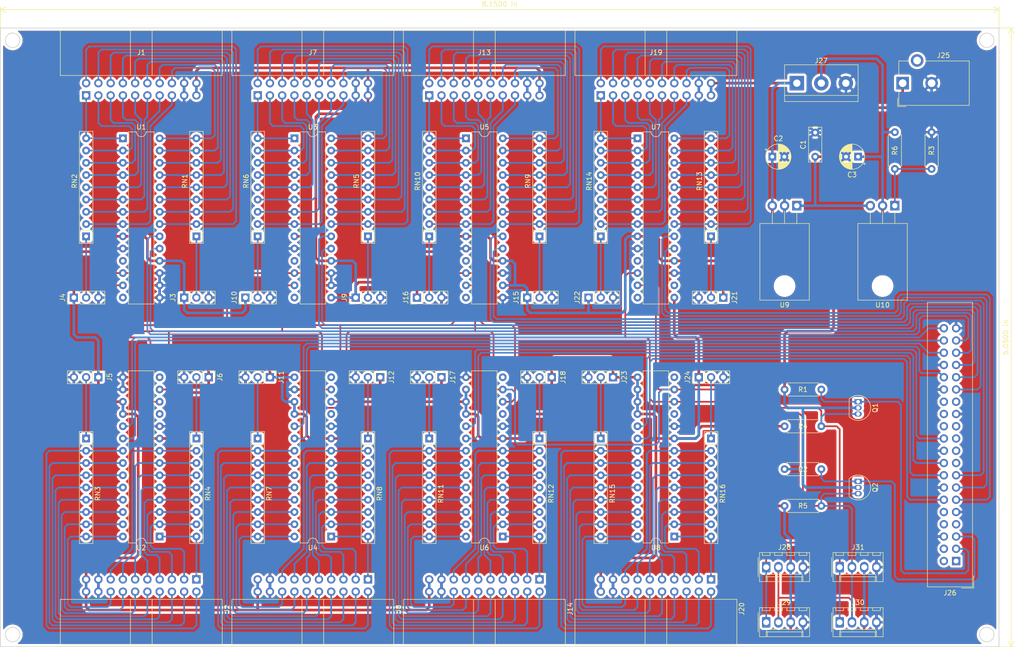
<source format=kicad_pcb>
(kicad_pcb (version 20171130) (host pcbnew "(5.1.5)-3")
  (layers (0 F.Cu signal) (31 B.Cu signal) (34 B.Paste user) (35 F.Paste user) (36 B.SilkS user) (37 F.SilkS user) (38 B.Mask user) (39 F.Mask user) (44 Edge.Cuts user))
  (net 0 "")
  (net 1 +9V)
  (net 2 GND)
  (net 3 +5V)
  (net 4 +3V3)
  (net 5 /GPIOA07)
  (net 6 /GPIOB07)
  (net 7 /GPIOA06)
  (net 8 /GPIOB06)
  (net 9 /GPIOA05)
  (net 10 /GPIOB05)
  (net 11 /GPIOA04)
  (net 12 /GPIOB04)
  (net 13 /GPIOA03)
  (net 14 /GPIOB03)
  (net 15 /GPIOA02)
  (net 16 /GPIOB02)
  (net 17 /GPIOA01)
  (net 18 /GPIOB01)
  (net 19 /GPIOA00)
  (net 20 /GPIOB00)
  (net 21 /GPIOB40)
  (net 22 /GPIOA40)
  (net 23 /GPIOB41)
  (net 24 /GPIOA41)
  (net 25 /GPIOB42)
  (net 26 /GPIOA42)
  (net 27 /GPIOB43)
  (net 28 /GPIOA43)
  (net 29 /GPIOB44)
  (net 30 /GPIOA44)
  (net 31 /GPIOB45)
  (net 32 /GPIOA45)
  (net 33 /GPIOB46)
  (net 34 /GPIOA46)
  (net 35 /GPIOB47)
  (net 36 /GPIOA47)
  (net 37 /CA0)
  (net 38 /CB0)
  (net 39 /CA4)
  (net 40 /CB4)
  (net 41 /GPIOB10)
  (net 42 /GPIOA10)
  (net 43 /GPIOB11)
  (net 44 /GPIOA11)
  (net 45 /GPIOB12)
  (net 46 /GPIOA12)
  (net 47 /GPIOB13)
  (net 48 /GPIOA13)
  (net 49 /GPIOB14)
  (net 50 /GPIOA14)
  (net 51 /GPIOB15)
  (net 52 /GPIOA15)
  (net 53 /GPIOB16)
  (net 54 /GPIOA16)
  (net 55 /GPIOB17)
  (net 56 /GPIOA17)
  (net 57 /GPIOA57)
  (net 58 /GPIOB57)
  (net 59 /GPIOA56)
  (net 60 /GPIOB56)
  (net 61 /GPIOA55)
  (net 62 /GPIOB55)
  (net 63 /GPIOA54)
  (net 64 /GPIOB54)
  (net 65 /GPIOA53)
  (net 66 /GPIOB53)
  (net 67 /GPIOA52)
  (net 68 /GPIOB52)
  (net 69 /GPIOA51)
  (net 70 /GPIOB51)
  (net 71 /GPIOA50)
  (net 72 /GPIOB50)
  (net 73 /CA1)
  (net 74 /CB1)
  (net 75 /CA5)
  (net 76 /CB5)
  (net 77 /GPIOB20)
  (net 78 /GPIOA20)
  (net 79 /GPIOB21)
  (net 80 /GPIOA21)
  (net 81 /GPIOB22)
  (net 82 /GPIOA22)
  (net 83 /GPIOB23)
  (net 84 /GPIOA23)
  (net 85 /GPIOB24)
  (net 86 /GPIOA24)
  (net 87 /GPIOB25)
  (net 88 /GPIOA25)
  (net 89 /GPIOB26)
  (net 90 /GPIOA26)
  (net 91 /GPIOB27)
  (net 92 /GPIOA27)
  (net 93 /GPIOA67)
  (net 94 /GPIOB67)
  (net 95 /GPIOA66)
  (net 96 /GPIOB66)
  (net 97 /GPIOA65)
  (net 98 /GPIOB65)
  (net 99 /GPIOA64)
  (net 100 /GPIOB64)
  (net 101 /GPIOA63)
  (net 102 /GPIOB63)
  (net 103 /GPIOA62)
  (net 104 /GPIOB62)
  (net 105 /GPIOA61)
  (net 106 /GPIOB61)
  (net 107 /GPIOA60)
  (net 108 /GPIOB60)
  (net 109 /CA2)
  (net 110 /CB2)
  (net 111 /CA6)
  (net 112 /CB6)
  (net 113 /GPIOB30)
  (net 114 /GPIOA30)
  (net 115 /GPIOB31)
  (net 116 /GPIOA31)
  (net 117 /GPIOB32)
  (net 118 /GPIOA32)
  (net 119 /GPIOB33)
  (net 120 /GPIOA33)
  (net 121 /GPIOB34)
  (net 122 /GPIOA34)
  (net 123 /GPIOB35)
  (net 124 /GPIOA35)
  (net 125 /GPIOB36)
  (net 126 /GPIOA36)
  (net 127 /GPIOB37)
  (net 128 /GPIOA37)
  (net 129 /GPIOA77)
  (net 130 /GPIOB77)
  (net 131 /GPIOA76)
  (net 132 /GPIOB76)
  (net 133 /GPIOA75)
  (net 134 /GPIOB75)
  (net 135 /GPIOA74)
  (net 136 /GPIOB74)
  (net 137 /GPIOA73)
  (net 138 /GPIOB73)
  (net 139 /GPIOA72)
  (net 140 /GPIOB72)
  (net 141 /GPIOA71)
  (net 142 /GPIOB71)
  (net 143 /GPIOA70)
  (net 144 /GPIOB70)
  (net 145 /CA3)
  (net 146 /CB3)
  (net 147 /CA7)
  (net 148 /CB7)
  (net 149 "Net-(J26-Pad1)")
  (net 150 "Net-(J26-Pad2)")
  (net 151 /SDA)
  (net 152 "Net-(J26-Pad4)")
  (net 153 /SCL)
  (net 154 "Net-(J26-Pad7)")
  (net 155 "Net-(J26-Pad8)")
  (net 156 "Net-(J26-Pad10)")
  (net 157 "Net-(J26-Pad17)")
  (net 158 "Net-(J26-Pad19)")
  (net 159 "Net-(J26-Pad21)")
  (net 160 "Net-(J26-Pad23)")
  (net 161 "Net-(J26-Pad24)")
  (net 162 "Net-(J26-Pad26)")
  (net 163 "Net-(J26-Pad27)")
  (net 164 "Net-(J26-Pad28)")
  (net 165 /SDA5V)
  (net 166 /SCL5V)
  (net 167 "Net-(R3-Pad1)")
  (net 168 "Net-(U1-Pad14)")
  (net 169 "Net-(U1-Pad11)")
  (net 170 /INTB0)
  (net 171 /INTA0)
  (net 172 /INTA4)
  (net 173 /INTB4)
  (net 174 "Net-(U2-Pad11)")
  (net 175 "Net-(U2-Pad14)")
  (net 176 "Net-(U3-Pad14)")
  (net 177 "Net-(U3-Pad11)")
  (net 178 /INTB1)
  (net 179 /INTA1)
  (net 180 /INTA5)
  (net 181 /INTB5)
  (net 182 "Net-(U4-Pad11)")
  (net 183 "Net-(U4-Pad14)")
  (net 184 /INTA2)
  (net 185 /INTB2)
  (net 186 "Net-(U5-Pad11)")
  (net 187 "Net-(U5-Pad14)")
  (net 188 "Net-(U6-Pad14)")
  (net 189 "Net-(U6-Pad11)")
  (net 190 /INTB6)
  (net 191 /INTA6)
  (net 192 /INTA3)
  (net 193 /INTB3)
  (net 194 "Net-(U7-Pad11)")
  (net 195 "Net-(U7-Pad14)")
  (net 196 "Net-(U8-Pad14)")
  (net 197 "Net-(U8-Pad11)")
  (net 198 /INTB7)
  (net 199 /INTA7)
  (module Connector_IDC:IDC-Header_2x20_P2.54mm_Vertical (layer F.Cu) (at 241.3 142.24 180)
    (fp_text reference J26 (at 1.27 -6.604) (layer F.SilkS))
    (fp_text value Raspberry)
    (pad 1 thru_hole rect (at 0 0 180) (size 1.7272 1.7272) (drill 1.016) (layers *.Cu *.Mask) (net 149 "Net-(J26-Pad1)"))
    (pad 2 thru_hole oval (at 2.54 0 180) (size 1.7272 1.7272) (drill 1.016) (layers *.Cu *.Mask) (net 150 "Net-(J26-Pad2)"))
    (pad 3 thru_hole oval (at 0 2.54 180) (size 1.7272 1.7272) (drill 1.016) (layers *.Cu *.Mask) (net 151 /SDA))
    (pad 4 thru_hole oval (at 2.54 2.54 180) (size 1.7272 1.7272) (drill 1.016) (layers *.Cu *.Mask) (net 152 "Net-(J26-Pad4)"))
    (pad 5 thru_hole oval (at 0 5.08 180) (size 1.7272 1.7272) (drill 1.016) (layers *.Cu *.Mask) (net 153 /SCL))
    (pad 6 thru_hole oval (at 2.54 5.08 180) (size 1.7272 1.7272) (drill 1.016) (layers *.Cu *.Mask) (net 2 GND))
    (pad 7 thru_hole oval (at 0 7.62 180) (size 1.7272 1.7272) (drill 1.016) (layers *.Cu *.Mask) (net 154 "Net-(J26-Pad7)"))
    (pad 8 thru_hole oval (at 2.54 7.62 180) (size 1.7272 1.7272) (drill 1.016) (layers *.Cu *.Mask) (net 155 "Net-(J26-Pad8)"))
    (pad 9 thru_hole oval (at 0 10.16 180) (size 1.7272 1.7272) (drill 1.016) (layers *.Cu *.Mask) (net 2 GND))
    (pad 10 thru_hole oval (at 2.54 10.16 180) (size 1.7272 1.7272) (drill 1.016) (layers *.Cu *.Mask) (net 156 "Net-(J26-Pad10)"))
    (pad 11 thru_hole oval (at 0 12.7 180) (size 1.7272 1.7272) (drill 1.016) (layers *.Cu *.Mask) (net 192 /INTA3))
    (pad 12 thru_hole oval (at 2.54 12.7 180) (size 1.7272 1.7272) (drill 1.016) (layers *.Cu *.Mask) (net 198 /INTB7))
    (pad 13 thru_hole oval (at 0 15.24 180) (size 1.7272 1.7272) (drill 1.016) (layers *.Cu *.Mask) (net 193 /INTB3))
    (pad 14 thru_hole oval (at 2.54 15.24 180) (size 1.7272 1.7272) (drill 1.016) (layers *.Cu *.Mask) (net 2 GND))
    (pad 15 thru_hole oval (at 0 17.78 180) (size 1.7272 1.7272) (drill 1.016) (layers *.Cu *.Mask) (net 184 /INTA2))
    (pad 16 thru_hole oval (at 2.54 17.78 180) (size 1.7272 1.7272) (drill 1.016) (layers *.Cu *.Mask) (net 199 /INTA7))
    (pad 17 thru_hole oval (at 0 20.32 180) (size 1.7272 1.7272) (drill 1.016) (layers *.Cu *.Mask) (net 157 "Net-(J26-Pad17)"))
    (pad 18 thru_hole oval (at 2.54 20.32 180) (size 1.7272 1.7272) (drill 1.016) (layers *.Cu *.Mask) (net 190 /INTB6))
    (pad 19 thru_hole oval (at 0 22.86 180) (size 1.7272 1.7272) (drill 1.016) (layers *.Cu *.Mask) (net 158 "Net-(J26-Pad19)"))
    (pad 20 thru_hole oval (at 2.54 22.86 180) (size 1.7272 1.7272) (drill 1.016) (layers *.Cu *.Mask) (net 2 GND))
    (pad 21 thru_hole oval (at 0 25.4 180) (size 1.7272 1.7272) (drill 1.016) (layers *.Cu *.Mask) (net 159 "Net-(J26-Pad21)"))
    (pad 22 thru_hole oval (at 2.54 25.4 180) (size 1.7272 1.7272) (drill 1.016) (layers *.Cu *.Mask) (net 191 /INTA6))
    (pad 23 thru_hole oval (at 0 27.94 180) (size 1.7272 1.7272) (drill 1.016) (layers *.Cu *.Mask) (net 160 "Net-(J26-Pad23)"))
    (pad 24 thru_hole oval (at 2.54 27.94 180) (size 1.7272 1.7272) (drill 1.016) (layers *.Cu *.Mask) (net 161 "Net-(J26-Pad24)"))
    (pad 25 thru_hole oval (at 0 30.48 180) (size 1.7272 1.7272) (drill 1.016) (layers *.Cu *.Mask) (net 2 GND))
    (pad 26 thru_hole oval (at 2.54 30.48 180) (size 1.7272 1.7272) (drill 1.016) (layers *.Cu *.Mask) (net 162 "Net-(J26-Pad26)"))
    (pad 27 thru_hole oval (at 0 33.02 180) (size 1.7272 1.7272) (drill 1.016) (layers *.Cu *.Mask) (net 163 "Net-(J26-Pad27)"))
    (pad 28 thru_hole oval (at 2.54 33.02 180) (size 1.7272 1.7272) (drill 1.016) (layers *.Cu *.Mask) (net 164 "Net-(J26-Pad28)"))
    (pad 29 thru_hole oval (at 0 35.56 180) (size 1.7272 1.7272) (drill 1.016) (layers *.Cu *.Mask) (net 185 /INTB2))
    (pad 30 thru_hole oval (at 2.54 35.56 180) (size 1.7272 1.7272) (drill 1.016) (layers *.Cu *.Mask) (net 2 GND))
    (pad 31 thru_hole oval (at 0 38.1 180) (size 1.7272 1.7272) (drill 1.016) (layers *.Cu *.Mask) (net 179 /INTA1))
    (pad 32 thru_hole oval (at 2.54 38.1 180) (size 1.7272 1.7272) (drill 1.016) (layers *.Cu *.Mask) (net 181 /INTB5))
    (pad 33 thru_hole oval (at 0 40.64 180) (size 1.7272 1.7272) (drill 1.016) (layers *.Cu *.Mask) (net 178 /INTB1))
    (pad 34 thru_hole oval (at 2.54 40.64 180) (size 1.7272 1.7272) (drill 1.016) (layers *.Cu *.Mask) (net 2 GND))
    (pad 35 thru_hole oval (at 0 43.18 180) (size 1.7272 1.7272) (drill 1.016) (layers *.Cu *.Mask) (net 171 /INTA0))
    (pad 36 thru_hole oval (at 2.54 43.18 180) (size 1.7272 1.7272) (drill 1.016) (layers *.Cu *.Mask) (net 180 /INTA5))
    (pad 37 thru_hole oval (at 0 45.72 180) (size 1.7272 1.7272) (drill 1.016) (layers *.Cu *.Mask) (net 170 /INTB0))
    (pad 38 thru_hole oval (at 2.54 45.72 180) (size 1.7272 1.7272) (drill 1.016) (layers *.Cu *.Mask) (net 173 /INTB4))
    (pad 39 thru_hole oval (at 0 48.26 180) (size 1.7272 1.7272) (drill 1.016) (layers *.Cu *.Mask) (net 2 GND))
    (pad 40 thru_hole oval (at 2.54 48.26 180) (size 1.7272 1.7272) (drill 1.016) (layers *.Cu *.Mask) (net 172 /INTA4))
  )
  (module Connector_IDC:IDC-Header_2x10_P2.54mm_Horizontal (layer F.Cu) (at 167.64 45.72 90)
    (fp_text reference J19 (at 8.89 11.43 180) (layer F.SilkS))
    (fp_text value OUT48-64)
    (pad 1 thru_hole rect (at 0 0 90) (size 1.7272 1.7272) (drill 1.016) (layers *.Cu *.Mask) (net 113 /GPIOB30))
    (pad 2 thru_hole oval (at 2.54 0 90) (size 1.7272 1.7272) (drill 1.016) (layers *.Cu *.Mask) (net 114 /GPIOA30))
    (pad 3 thru_hole oval (at 0 2.54 90) (size 1.7272 1.7272) (drill 1.016) (layers *.Cu *.Mask) (net 115 /GPIOB31))
    (pad 4 thru_hole oval (at 2.54 2.54 90) (size 1.7272 1.7272) (drill 1.016) (layers *.Cu *.Mask) (net 116 /GPIOA31))
    (pad 5 thru_hole oval (at 0 5.08 90) (size 1.7272 1.7272) (drill 1.016) (layers *.Cu *.Mask) (net 117 /GPIOB32))
    (pad 6 thru_hole oval (at 2.54 5.08 90) (size 1.7272 1.7272) (drill 1.016) (layers *.Cu *.Mask) (net 118 /GPIOA32))
    (pad 7 thru_hole oval (at 0 7.62 90) (size 1.7272 1.7272) (drill 1.016) (layers *.Cu *.Mask) (net 119 /GPIOB33))
    (pad 8 thru_hole oval (at 2.54 7.62 90) (size 1.7272 1.7272) (drill 1.016) (layers *.Cu *.Mask) (net 120 /GPIOA33))
    (pad 9 thru_hole oval (at 0 10.16 90) (size 1.7272 1.7272) (drill 1.016) (layers *.Cu *.Mask) (net 121 /GPIOB34))
    (pad 10 thru_hole oval (at 2.54 10.16 90) (size 1.7272 1.7272) (drill 1.016) (layers *.Cu *.Mask) (net 122 /GPIOA34))
    (pad 11 thru_hole oval (at 0 12.7 90) (size 1.7272 1.7272) (drill 1.016) (layers *.Cu *.Mask) (net 123 /GPIOB35))
    (pad 12 thru_hole oval (at 2.54 12.7 90) (size 1.7272 1.7272) (drill 1.016) (layers *.Cu *.Mask) (net 124 /GPIOA35))
    (pad 13 thru_hole oval (at 0 15.24 90) (size 1.7272 1.7272) (drill 1.016) (layers *.Cu *.Mask) (net 125 /GPIOB36))
    (pad 14 thru_hole oval (at 2.54 15.24 90) (size 1.7272 1.7272) (drill 1.016) (layers *.Cu *.Mask) (net 126 /GPIOA36))
    (pad 15 thru_hole oval (at 0 17.78 90) (size 1.7272 1.7272) (drill 1.016) (layers *.Cu *.Mask) (net 127 /GPIOB37))
    (pad 16 thru_hole oval (at 2.54 17.78 90) (size 1.7272 1.7272) (drill 1.016) (layers *.Cu *.Mask) (net 128 /GPIOA37))
    (pad 17 thru_hole oval (at 0 20.32 90) (size 1.7272 1.7272) (drill 1.016) (layers *.Cu *.Mask) (net 2 GND))
    (pad 18 thru_hole oval (at 2.54 20.32 90) (size 1.7272 1.7272) (drill 1.016) (layers *.Cu *.Mask) (net 2 GND))
    (pad 19 thru_hole oval (at 0 22.86 90) (size 1.7272 1.7272) (drill 1.016) (layers *.Cu *.Mask) (net 3 +5V))
    (pad 20 thru_hole oval (at 2.54 22.86 90) (size 1.7272 1.7272) (drill 1.016) (layers *.Cu *.Mask) (net 3 +5V))
  )
  (module Connector_Molex:Molex_KK-254_AE-6410-04A_1x04_P2.54mm_Vertical (layer F.Cu) (at 217.17 154.94)
    (fp_text reference J30 (at 3.81 -4.12) (layer F.SilkS))
    (fp_text value Expd03)
    (pad 4 thru_hole oval (at 7.62 0) (size 1.74 2.2) (drill 1.2) (layers *.Cu *.Mask) (net 2 GND))
    (pad 3 thru_hole oval (at 5.08 0) (size 1.74 2.2) (drill 1.2) (layers *.Cu *.Mask) (net 3 +5V))
    (pad 2 thru_hole oval (at 2.54 0) (size 1.74 2.2) (drill 1.2) (layers *.Cu *.Mask) (net 166 /SCL5V))
    (pad 1 thru_hole roundrect (at 0 0) (size 1.74 2.2) (drill 1.2) (layers *.Cu *.Mask) (roundrect_rratio 0.143678) (net 165 /SDA5V))
  )
  (module Connector_Molex:Molex_KK-254_AE-6410-04A_1x04_P2.54mm_Vertical (layer F.Cu) (at 201.93 154.94)
    (fp_text reference J29 (at 3.81 -4.12) (layer F.SilkS))
    (fp_text value Expd02)
    (pad 4 thru_hole oval (at 7.62 0) (size 1.74 2.2) (drill 1.2) (layers *.Cu *.Mask) (net 2 GND))
    (pad 3 thru_hole oval (at 5.08 0) (size 1.74 2.2) (drill 1.2) (layers *.Cu *.Mask) (net 3 +5V))
    (pad 2 thru_hole oval (at 2.54 0) (size 1.74 2.2) (drill 1.2) (layers *.Cu *.Mask) (net 166 /SCL5V))
    (pad 1 thru_hole roundrect (at 0 0) (size 1.74 2.2) (drill 1.2) (layers *.Cu *.Mask) (roundrect_rratio 0.143678) (net 165 /SDA5V))
  )
  (module Connector_Molex:Molex_KK-254_AE-6410-04A_1x04_P2.54mm_Vertical (layer F.Cu) (at 201.93 143.51)
    (fp_text reference J28 (at 3.81 -4.12) (layer F.SilkS))
    (fp_text value Exp01)
    (pad 4 thru_hole oval (at 7.62 0) (size 1.74 2.2) (drill 1.2) (layers *.Cu *.Mask) (net 2 GND))
    (pad 3 thru_hole oval (at 5.08 0) (size 1.74 2.2) (drill 1.2) (layers *.Cu *.Mask) (net 3 +5V))
    (pad 2 thru_hole oval (at 2.54 0) (size 1.74 2.2) (drill 1.2) (layers *.Cu *.Mask) (net 166 /SCL5V))
    (pad 1 thru_hole roundrect (at 0 0) (size 1.74 2.2) (drill 1.2) (layers *.Cu *.Mask) (roundrect_rratio 0.143678) (net 165 /SDA5V))
  )
  (module Capacitor_THT:C_Rect_L7.0mm_W2.5mm_P5.00mm (layer F.Cu) (at 212.09 58.42 90)
    (fp_text reference C1 (at 2.5 -2.5 270) (layer F.SilkS))
    (fp_text value 100nF)
    (pad 1 thru_hole circle (at 0 0 90) (size 1.6 1.6) (drill 0.8) (layers *.Cu *.Mask) (net 1 +9V))
    (pad 2 thru_hole circle (at 5 0 90) (size 1.6 1.6) (drill 0.8) (layers *.Cu *.Mask) (net 2 GND))
  )
  (module Capacitor_THT:CP_Radial_D5.0mm_P2.50mm (layer F.Cu) (at 203.2 58.42)
    (fp_text reference C2 (at 1.25 -3.75) (layer F.SilkS))
    (fp_text value 1uF)
    (pad 2 thru_hole circle (at 2.5 0) (size 1.6 1.6) (drill 0.8) (layers *.Cu *.Mask) (net 2 GND))
    (pad 1 thru_hole rect (at 0 0) (size 1.6 1.6) (drill 0.8) (layers *.Cu *.Mask) (net 3 +5V))
  )
  (module Capacitor_THT:CP_Radial_D5.0mm_P2.50mm (layer F.Cu) (at 220.98 58.42 180)
    (fp_text reference C3 (at 1.25 -3.75 180) (layer F.SilkS))
    (fp_text value 1uF)
    (pad 1 thru_hole rect (at 0 0 180) (size 1.6 1.6) (drill 0.8) (layers *.Cu *.Mask) (net 4 +3V3))
    (pad 2 thru_hole circle (at 2.5 0 180) (size 1.6 1.6) (drill 0.8) (layers *.Cu *.Mask) (net 2 GND))
  )
  (module Connector_PinHeader_2.54mm:PinHeader_1x03_P2.54mm_Vertical (layer F.Cu) (at 81.28 87.63 90)
    (fp_text reference J3 (at 0 -2.33 270) (layer F.SilkS))
    (fp_text value ComGPIOA0)
    (pad 3 thru_hole oval (at 0 5.08 90) (size 1.7 1.7) (drill 1) (layers *.Cu *.Mask) (net 2 GND))
    (pad 2 thru_hole oval (at 0 2.54 90) (size 1.7 1.7) (drill 1) (layers *.Cu *.Mask) (net 37 /CA0))
    (pad 1 thru_hole rect (at 0 0 90) (size 1.7 1.7) (drill 1) (layers *.Cu *.Mask) (net 3 +5V))
  )
  (module Connector_PinHeader_2.54mm:PinHeader_1x03_P2.54mm_Vertical (layer F.Cu) (at 58.42 87.63 90)
    (fp_text reference J4 (at 0 -2.33 270) (layer F.SilkS))
    (fp_text value ComGPIOB0)
    (pad 1 thru_hole rect (at 0 0 90) (size 1.7 1.7) (drill 1) (layers *.Cu *.Mask) (net 3 +5V))
    (pad 2 thru_hole oval (at 0 2.54 90) (size 1.7 1.7) (drill 1) (layers *.Cu *.Mask) (net 38 /CB0))
    (pad 3 thru_hole oval (at 0 5.08 90) (size 1.7 1.7) (drill 1) (layers *.Cu *.Mask) (net 2 GND))
  )
  (module Connector_PinHeader_2.54mm:PinHeader_1x03_P2.54mm_Vertical (layer F.Cu) (at 63.5 104.14 270)
    (fp_text reference J5 (at 0 -2.33 90) (layer F.SilkS))
    (fp_text value ComGPIOA4)
    (pad 1 thru_hole rect (at 0 0 270) (size 1.7 1.7) (drill 1) (layers *.Cu *.Mask) (net 3 +5V))
    (pad 2 thru_hole oval (at 0 2.54 270) (size 1.7 1.7) (drill 1) (layers *.Cu *.Mask) (net 39 /CA4))
    (pad 3 thru_hole oval (at 0 5.08 270) (size 1.7 1.7) (drill 1) (layers *.Cu *.Mask) (net 2 GND))
  )
  (module Connector_PinHeader_2.54mm:PinHeader_1x03_P2.54mm_Vertical (layer F.Cu) (at 86.36 104.14 270)
    (fp_text reference J6 (at 0 -2.33 90) (layer F.SilkS))
    (fp_text value ComGPIOB4)
    (pad 3 thru_hole oval (at 0 5.08 270) (size 1.7 1.7) (drill 1) (layers *.Cu *.Mask) (net 2 GND))
    (pad 2 thru_hole oval (at 0 2.54 270) (size 1.7 1.7) (drill 1) (layers *.Cu *.Mask) (net 40 /CB4))
    (pad 1 thru_hole rect (at 0 0 270) (size 1.7 1.7) (drill 1) (layers *.Cu *.Mask) (net 3 +5V))
  )
  (module Connector_PinHeader_2.54mm:PinHeader_1x03_P2.54mm_Vertical (layer F.Cu) (at 116.84 87.63 90)
    (fp_text reference J9 (at 0 -2.33 270) (layer F.SilkS))
    (fp_text value ComGPIOA1)
    (pad 1 thru_hole rect (at 0 0 90) (size 1.7 1.7) (drill 1) (layers *.Cu *.Mask) (net 3 +5V))
    (pad 2 thru_hole oval (at 0 2.54 90) (size 1.7 1.7) (drill 1) (layers *.Cu *.Mask) (net 73 /CA1))
    (pad 3 thru_hole oval (at 0 5.08 90) (size 1.7 1.7) (drill 1) (layers *.Cu *.Mask) (net 2 GND))
  )
  (module Connector_PinHeader_2.54mm:PinHeader_1x03_P2.54mm_Vertical (layer F.Cu) (at 93.98 87.63 90)
    (fp_text reference J10 (at 0 -2.33 270) (layer F.SilkS))
    (fp_text value ComGPIOB1)
    (pad 3 thru_hole oval (at 0 5.08 90) (size 1.7 1.7) (drill 1) (layers *.Cu *.Mask) (net 2 GND))
    (pad 2 thru_hole oval (at 0 2.54 90) (size 1.7 1.7) (drill 1) (layers *.Cu *.Mask) (net 74 /CB1))
    (pad 1 thru_hole rect (at 0 0 90) (size 1.7 1.7) (drill 1) (layers *.Cu *.Mask) (net 3 +5V))
  )
  (module Connector_PinHeader_2.54mm:PinHeader_1x03_P2.54mm_Vertical (layer F.Cu) (at 99.06 104.14 270)
    (fp_text reference J11 (at 0 -2.33 90) (layer F.SilkS))
    (fp_text value ComGPIOA5)
    (pad 1 thru_hole rect (at 0 0 270) (size 1.7 1.7) (drill 1) (layers *.Cu *.Mask) (net 3 +5V))
    (pad 2 thru_hole oval (at 0 2.54 270) (size 1.7 1.7) (drill 1) (layers *.Cu *.Mask) (net 75 /CA5))
    (pad 3 thru_hole oval (at 0 5.08 270) (size 1.7 1.7) (drill 1) (layers *.Cu *.Mask) (net 2 GND))
  )
  (module Connector_PinHeader_2.54mm:PinHeader_1x03_P2.54mm_Vertical (layer F.Cu) (at 121.92 104.14 270)
    (fp_text reference J12 (at 0 -2.33 90) (layer F.SilkS))
    (fp_text value ComGPIOB5)
    (pad 1 thru_hole rect (at 0 0 270) (size 1.7 1.7) (drill 1) (layers *.Cu *.Mask) (net 3 +5V))
    (pad 2 thru_hole oval (at 0 2.54 270) (size 1.7 1.7) (drill 1) (layers *.Cu *.Mask) (net 76 /CB5))
    (pad 3 thru_hole oval (at 0 5.08 270) (size 1.7 1.7) (drill 1) (layers *.Cu *.Mask) (net 2 GND))
  )
  (module Connector_PinHeader_2.54mm:PinHeader_1x03_P2.54mm_Vertical (layer F.Cu) (at 152.4 87.63 90)
    (fp_text reference J15 (at 0 -2.33 270) (layer F.SilkS))
    (fp_text value ComGPIOA2)
    (pad 3 thru_hole oval (at 0 5.08 90) (size 1.7 1.7) (drill 1) (layers *.Cu *.Mask) (net 2 GND))
    (pad 2 thru_hole oval (at 0 2.54 90) (size 1.7 1.7) (drill 1) (layers *.Cu *.Mask) (net 109 /CA2))
    (pad 1 thru_hole rect (at 0 0 90) (size 1.7 1.7) (drill 1) (layers *.Cu *.Mask) (net 3 +5V))
  )
  (module Connector_PinHeader_2.54mm:PinHeader_1x03_P2.54mm_Vertical (layer F.Cu) (at 129.54 87.63 90)
    (fp_text reference J16 (at 0 -2.33 270) (layer F.SilkS))
    (fp_text value ComGPIOB2)
    (pad 3 thru_hole oval (at 0 5.08 90) (size 1.7 1.7) (drill 1) (layers *.Cu *.Mask) (net 2 GND))
    (pad 2 thru_hole oval (at 0 2.54 90) (size 1.7 1.7) (drill 1) (layers *.Cu *.Mask) (net 110 /CB2))
    (pad 1 thru_hole rect (at 0 0 90) (size 1.7 1.7) (drill 1) (layers *.Cu *.Mask) (net 3 +5V))
  )
  (module Connector_PinHeader_2.54mm:PinHeader_1x03_P2.54mm_Vertical (layer F.Cu) (at 134.62 104.14 270)
    (fp_text reference J17 (at 0 -2.33 90) (layer F.SilkS))
    (fp_text value ComGPIOA6)
    (pad 1 thru_hole rect (at 0 0 270) (size 1.7 1.7) (drill 1) (layers *.Cu *.Mask) (net 3 +5V))
    (pad 2 thru_hole oval (at 0 2.54 270) (size 1.7 1.7) (drill 1) (layers *.Cu *.Mask) (net 111 /CA6))
    (pad 3 thru_hole oval (at 0 5.08 270) (size 1.7 1.7) (drill 1) (layers *.Cu *.Mask) (net 2 GND))
  )
  (module Connector_PinHeader_2.54mm:PinHeader_1x03_P2.54mm_Vertical (layer F.Cu) (at 157.48 104.14 270)
    (fp_text reference J18 (at 0 -2.33 90) (layer F.SilkS))
    (fp_text value ComGPIOB6)
    (pad 3 thru_hole oval (at 0 5.08 270) (size 1.7 1.7) (drill 1) (layers *.Cu *.Mask) (net 2 GND))
    (pad 2 thru_hole oval (at 0 2.54 270) (size 1.7 1.7) (drill 1) (layers *.Cu *.Mask) (net 112 /CB6))
    (pad 1 thru_hole rect (at 0 0 270) (size 1.7 1.7) (drill 1) (layers *.Cu *.Mask) (net 3 +5V))
  )
  (module Connector_PinHeader_2.54mm:PinHeader_1x03_P2.54mm_Vertical (layer F.Cu) (at 193.04 87.63 270)
    (fp_text reference J21 (at 0 -2.33 270) (layer F.SilkS))
    (fp_text value ComGPIOA3)
    (pad 1 thru_hole rect (at 0 0 270) (size 1.7 1.7) (drill 1) (layers *.Cu *.Mask) (net 3 +5V))
    (pad 2 thru_hole oval (at 0 2.54 270) (size 1.7 1.7) (drill 1) (layers *.Cu *.Mask) (net 145 /CA3))
    (pad 3 thru_hole oval (at 0 5.08 270) (size 1.7 1.7) (drill 1) (layers *.Cu *.Mask) (net 2 GND))
  )
  (module Connector_PinHeader_2.54mm:PinHeader_1x03_P2.54mm_Vertical (layer F.Cu) (at 165.1 87.63 90)
    (fp_text reference J22 (at 0 -2.33 270) (layer F.SilkS))
    (fp_text value ComGPIOB3)
    (pad 1 thru_hole rect (at 0 0 90) (size 1.7 1.7) (drill 1) (layers *.Cu *.Mask) (net 3 +5V))
    (pad 2 thru_hole oval (at 0 2.54 90) (size 1.7 1.7) (drill 1) (layers *.Cu *.Mask) (net 146 /CB3))
    (pad 3 thru_hole oval (at 0 5.08 90) (size 1.7 1.7) (drill 1) (layers *.Cu *.Mask) (net 2 GND))
  )
  (module Connector_PinHeader_2.54mm:PinHeader_1x03_P2.54mm_Vertical (layer F.Cu) (at 170.18 104.14 270)
    (fp_text reference J23 (at 0 -2.33 90) (layer F.SilkS))
    (fp_text value ComGPIOA7)
    (pad 3 thru_hole oval (at 0 5.08 270) (size 1.7 1.7) (drill 1) (layers *.Cu *.Mask) (net 2 GND))
    (pad 2 thru_hole oval (at 0 2.54 270) (size 1.7 1.7) (drill 1) (layers *.Cu *.Mask) (net 147 /CA7))
    (pad 1 thru_hole rect (at 0 0 270) (size 1.7 1.7) (drill 1) (layers *.Cu *.Mask) (net 3 +5V))
  )
  (module Connector_PinHeader_2.54mm:PinHeader_1x03_P2.54mm_Vertical (layer F.Cu) (at 187.96 104.14 90)
    (fp_text reference J24 (at 0 -2.33 90) (layer F.SilkS))
    (fp_text value ComGPIOB7)
    (pad 3 thru_hole oval (at 0 5.08 90) (size 1.7 1.7) (drill 1) (layers *.Cu *.Mask) (net 2 GND))
    (pad 2 thru_hole oval (at 0 2.54 90) (size 1.7 1.7) (drill 1) (layers *.Cu *.Mask) (net 148 /CB7))
    (pad 1 thru_hole rect (at 0 0 90) (size 1.7 1.7) (drill 1) (layers *.Cu *.Mask) (net 3 +5V))
  )
  (module Connector_BarrelJack:BarrelJack_CUI_PJ-102AH_Horizontal (layer F.Cu) (at 230.22 43.18 90)
    (fp_text reference J25 (at 5.75 8.45 180) (layer F.SilkS))
    (fp_text value "9V DC")
    (pad 1 thru_hole rect (at 0 0 90) (size 2.6 2.6) (drill 1.6) (layers *.Cu *.Mask) (net 1 +9V))
    (pad 2 thru_hole circle (at 0 6 90) (size 2.6 2.6) (drill 1.6) (layers *.Cu *.Mask) (net 2 GND))
    (pad 3 thru_hole circle (at 4.7 3 90) (size 2.6 2.6) (drill 1.6) (layers *.Cu *.Mask))
  )
  (module Package_TO_SOT_THT:TO-92_Inline (layer F.Cu) (at 220.98 109.22 270)
    (fp_text reference Q1 (at 1.27 -3.56 270) (layer F.SilkS))
    (fp_text value 2N7000)
    (pad 1 thru_hole rect (at 0 0 270) (size 1.05 1.5) (drill 0.75) (layers *.Cu *.Mask) (net 151 /SDA))
    (pad 3 thru_hole oval (at 2.54 0 270) (size 1.05 1.5) (drill 0.75) (layers *.Cu *.Mask) (net 165 /SDA5V))
    (pad 2 thru_hole oval (at 1.27 0 270) (size 1.05 1.5) (drill 0.75) (layers *.Cu *.Mask) (net 4 +3V3))
  )
  (module Package_TO_SOT_THT:TO-92_Inline (layer F.Cu) (at 220.98 125.73 270)
    (fp_text reference Q2 (at 1.27 -3.56 270) (layer F.SilkS))
    (fp_text value 2N7000)
    (pad 2 thru_hole oval (at 1.27 0 270) (size 1.05 1.5) (drill 0.75) (layers *.Cu *.Mask) (net 4 +3V3))
    (pad 3 thru_hole oval (at 2.54 0 270) (size 1.05 1.5) (drill 0.75) (layers *.Cu *.Mask) (net 166 /SCL5V))
    (pad 1 thru_hole rect (at 0 0 270) (size 1.05 1.5) (drill 0.75) (layers *.Cu *.Mask) (net 153 /SCL))
  )
  (module Resistor_THT:R_Axial_DIN0207_L6.3mm_D2.5mm_P7.62mm_Horizontal (layer F.Cu) (at 205.74 106.68)
    (fp_text reference R1 (at 3.81 0) (layer F.SilkS))
    (fp_text value 10K)
    (pad 1 thru_hole circle (at 0 0) (size 1.6 1.6) (drill 0.8) (layers *.Cu *.Mask) (net 4 +3V3))
    (pad 2 thru_hole oval (at 7.62 0) (size 1.6 1.6) (drill 0.8) (layers *.Cu *.Mask) (net 151 /SDA))
  )
  (module Resistor_THT:R_Axial_DIN0207_L6.3mm_D2.5mm_P7.62mm_Horizontal (layer F.Cu) (at 205.74 123.19)
    (fp_text reference R2 (at 3.81 0) (layer F.SilkS))
    (fp_text value 10K)
    (pad 2 thru_hole oval (at 7.62 0) (size 1.6 1.6) (drill 0.8) (layers *.Cu *.Mask) (net 153 /SCL))
    (pad 1 thru_hole circle (at 0 0) (size 1.6 1.6) (drill 0.8) (layers *.Cu *.Mask) (net 4 +3V3))
  )
  (module Resistor_THT:R_Axial_DIN0207_L6.3mm_D2.5mm_P7.62mm_Horizontal (layer F.Cu) (at 236.22 60.96 90)
    (fp_text reference R3 (at 3.81 0 90) (layer F.SilkS))
    (fp_text value R)
    (pad 1 thru_hole circle (at 0 0 90) (size 1.6 1.6) (drill 0.8) (layers *.Cu *.Mask) (net 167 "Net-(R3-Pad1)"))
    (pad 2 thru_hole oval (at 7.62 0 90) (size 1.6 1.6) (drill 0.8) (layers *.Cu *.Mask) (net 2 GND))
  )
  (module Resistor_THT:R_Axial_DIN0207_L6.3mm_D2.5mm_P7.62mm_Horizontal (layer F.Cu) (at 205.74 114.3)
    (fp_text reference R4 (at 3.81 0) (layer F.SilkS))
    (fp_text value 10K)
    (pad 2 thru_hole oval (at 7.62 0) (size 1.6 1.6) (drill 0.8) (layers *.Cu *.Mask) (net 165 /SDA5V))
    (pad 1 thru_hole circle (at 0 0) (size 1.6 1.6) (drill 0.8) (layers *.Cu *.Mask) (net 3 +5V))
  )
  (module Resistor_THT:R_Axial_DIN0207_L6.3mm_D2.5mm_P7.62mm_Horizontal (layer F.Cu) (at 205.74 130.81)
    (fp_text reference R5 (at 3.81 0) (layer F.SilkS))
    (fp_text value 10K)
    (pad 1 thru_hole circle (at 0 0) (size 1.6 1.6) (drill 0.8) (layers *.Cu *.Mask) (net 3 +5V))
    (pad 2 thru_hole oval (at 7.62 0) (size 1.6 1.6) (drill 0.8) (layers *.Cu *.Mask) (net 166 /SCL5V))
  )
  (module Resistor_THT:R_Axial_DIN0207_L6.3mm_D2.5mm_P7.62mm_Horizontal (layer F.Cu) (at 228.6 53.34 270)
    (fp_text reference R6 (at 3.81 0 270) (layer F.SilkS))
    (fp_text value R)
    (pad 2 thru_hole oval (at 7.62 0 270) (size 1.6 1.6) (drill 0.8) (layers *.Cu *.Mask) (net 167 "Net-(R3-Pad1)"))
    (pad 1 thru_hole circle (at 0 0 270) (size 1.6 1.6) (drill 0.8) (layers *.Cu *.Mask) (net 4 +3V3))
  )
  (module Resistor_THT:R_Array_SIP9 (layer F.Cu) (at 83.82 74.93 90)
    (fp_text reference RN1 (at 11.43 -2.4 90) (layer F.SilkS))
    (fp_text value R_Network08)
    (pad 1 thru_hole rect (at 0 0 90) (size 1.6 1.6) (drill 0.8) (layers *.Cu *.Mask) (net 37 /CA0))
    (pad 2 thru_hole oval (at 2.54 0 90) (size 1.6 1.6) (drill 0.8) (layers *.Cu *.Mask) (net 19 /GPIOA00))
    (pad 3 thru_hole oval (at 5.08 0 90) (size 1.6 1.6) (drill 0.8) (layers *.Cu *.Mask) (net 17 /GPIOA01))
    (pad 4 thru_hole oval (at 7.62 0 90) (size 1.6 1.6) (drill 0.8) (layers *.Cu *.Mask) (net 15 /GPIOA02))
    (pad 5 thru_hole oval (at 10.16 0 90) (size 1.6 1.6) (drill 0.8) (layers *.Cu *.Mask) (net 13 /GPIOA03))
    (pad 6 thru_hole oval (at 12.7 0 90) (size 1.6 1.6) (drill 0.8) (layers *.Cu *.Mask) (net 11 /GPIOA04))
    (pad 7 thru_hole oval (at 15.24 0 90) (size 1.6 1.6) (drill 0.8) (layers *.Cu *.Mask) (net 9 /GPIOA05))
    (pad 8 thru_hole oval (at 17.78 0 90) (size 1.6 1.6) (drill 0.8) (layers *.Cu *.Mask) (net 7 /GPIOA06))
    (pad 9 thru_hole oval (at 20.32 0 90) (size 1.6 1.6) (drill 0.8) (layers *.Cu *.Mask) (net 5 /GPIOA07))
  )
  (module Resistor_THT:R_Array_SIP9 (layer F.Cu) (at 60.96 74.93 90)
    (fp_text reference RN2 (at 11.43 -2.4 90) (layer F.SilkS))
    (fp_text value R_Network08)
    (pad 9 thru_hole oval (at 20.32 0 90) (size 1.6 1.6) (drill 0.8) (layers *.Cu *.Mask) (net 20 /GPIOB00))
    (pad 8 thru_hole oval (at 17.78 0 90) (size 1.6 1.6) (drill 0.8) (layers *.Cu *.Mask) (net 18 /GPIOB01))
    (pad 7 thru_hole oval (at 15.24 0 90) (size 1.6 1.6) (drill 0.8) (layers *.Cu *.Mask) (net 16 /GPIOB02))
    (pad 6 thru_hole oval (at 12.7 0 90) (size 1.6 1.6) (drill 0.8) (layers *.Cu *.Mask) (net 14 /GPIOB03))
    (pad 5 thru_hole oval (at 10.16 0 90) (size 1.6 1.6) (drill 0.8) (layers *.Cu *.Mask) (net 12 /GPIOB04))
    (pad 4 thru_hole oval (at 7.62 0 90) (size 1.6 1.6) (drill 0.8) (layers *.Cu *.Mask) (net 10 /GPIOB05))
    (pad 3 thru_hole oval (at 5.08 0 90) (size 1.6 1.6) (drill 0.8) (layers *.Cu *.Mask) (net 8 /GPIOB06))
    (pad 2 thru_hole oval (at 2.54 0 90) (size 1.6 1.6) (drill 0.8) (layers *.Cu *.Mask) (net 6 /GPIOB07))
    (pad 1 thru_hole rect (at 0 0 90) (size 1.6 1.6) (drill 0.8) (layers *.Cu *.Mask) (net 38 /CB0))
  )
  (module Resistor_THT:R_Array_SIP9 (layer F.Cu) (at 60.96 116.84 270)
    (fp_text reference RN3 (at 11.43 -2.4 270) (layer F.SilkS))
    (fp_text value R_Network08)
    (pad 1 thru_hole rect (at 0 0 270) (size 1.6 1.6) (drill 0.8) (layers *.Cu *.Mask) (net 39 /CA4))
    (pad 2 thru_hole oval (at 2.54 0 270) (size 1.6 1.6) (drill 0.8) (layers *.Cu *.Mask) (net 22 /GPIOA40))
    (pad 3 thru_hole oval (at 5.08 0 270) (size 1.6 1.6) (drill 0.8) (layers *.Cu *.Mask) (net 24 /GPIOA41))
    (pad 4 thru_hole oval (at 7.62 0 270) (size 1.6 1.6) (drill 0.8) (layers *.Cu *.Mask) (net 26 /GPIOA42))
    (pad 5 thru_hole oval (at 10.16 0 270) (size 1.6 1.6) (drill 0.8) (layers *.Cu *.Mask) (net 28 /GPIOA43))
    (pad 6 thru_hole oval (at 12.7 0 270) (size 1.6 1.6) (drill 0.8) (layers *.Cu *.Mask) (net 30 /GPIOA44))
    (pad 7 thru_hole oval (at 15.24 0 270) (size 1.6 1.6) (drill 0.8) (layers *.Cu *.Mask) (net 32 /GPIOA45))
    (pad 8 thru_hole oval (at 17.78 0 270) (size 1.6 1.6) (drill 0.8) (layers *.Cu *.Mask) (net 34 /GPIOA46))
    (pad 9 thru_hole oval (at 20.32 0 270) (size 1.6 1.6) (drill 0.8) (layers *.Cu *.Mask) (net 36 /GPIOA47))
  )
  (module Resistor_THT:R_Array_SIP9 (layer F.Cu) (at 83.82 116.84 270)
    (fp_text reference RN4 (at 11.43 -2.4 270) (layer F.SilkS))
    (fp_text value R_Network08)
    (pad 1 thru_hole rect (at 0 0 270) (size 1.6 1.6) (drill 0.8) (layers *.Cu *.Mask) (net 40 /CB4))
    (pad 2 thru_hole oval (at 2.54 0 270) (size 1.6 1.6) (drill 0.8) (layers *.Cu *.Mask) (net 35 /GPIOB47))
    (pad 3 thru_hole oval (at 5.08 0 270) (size 1.6 1.6) (drill 0.8) (layers *.Cu *.Mask) (net 33 /GPIOB46))
    (pad 4 thru_hole oval (at 7.62 0 270) (size 1.6 1.6) (drill 0.8) (layers *.Cu *.Mask) (net 31 /GPIOB45))
    (pad 5 thru_hole oval (at 10.16 0 270) (size 1.6 1.6) (drill 0.8) (layers *.Cu *.Mask) (net 29 /GPIOB44))
    (pad 6 thru_hole oval (at 12.7 0 270) (size 1.6 1.6) (drill 0.8) (layers *.Cu *.Mask) (net 27 /GPIOB43))
    (pad 7 thru_hole oval (at 15.24 0 270) (size 1.6 1.6) (drill 0.8) (layers *.Cu *.Mask) (net 25 /GPIOB42))
    (pad 8 thru_hole oval (at 17.78 0 270) (size 1.6 1.6) (drill 0.8) (layers *.Cu *.Mask) (net 23 /GPIOB41))
    (pad 9 thru_hole oval (at 20.32 0 270) (size 1.6 1.6) (drill 0.8) (layers *.Cu *.Mask) (net 21 /GPIOB40))
  )
  (module Resistor_THT:R_Array_SIP9 (layer F.Cu) (at 119.38 74.93 90)
    (fp_text reference RN5 (at 11.43 -2.4 90) (layer F.SilkS))
    (fp_text value R_Network08)
    (pad 1 thru_hole rect (at 0 0 90) (size 1.6 1.6) (drill 0.8) (layers *.Cu *.Mask) (net 73 /CA1))
    (pad 2 thru_hole oval (at 2.54 0 90) (size 1.6 1.6) (drill 0.8) (layers *.Cu *.Mask) (net 42 /GPIOA10))
    (pad 3 thru_hole oval (at 5.08 0 90) (size 1.6 1.6) (drill 0.8) (layers *.Cu *.Mask) (net 44 /GPIOA11))
    (pad 4 thru_hole oval (at 7.62 0 90) (size 1.6 1.6) (drill 0.8) (layers *.Cu *.Mask) (net 46 /GPIOA12))
    (pad 5 thru_hole oval (at 10.16 0 90) (size 1.6 1.6) (drill 0.8) (layers *.Cu *.Mask) (net 48 /GPIOA13))
    (pad 6 thru_hole oval (at 12.7 0 90) (size 1.6 1.6) (drill 0.8) (layers *.Cu *.Mask) (net 50 /GPIOA14))
    (pad 7 thru_hole oval (at 15.24 0 90) (size 1.6 1.6) (drill 0.8) (layers *.Cu *.Mask) (net 52 /GPIOA15))
    (pad 8 thru_hole oval (at 17.78 0 90) (size 1.6 1.6) (drill 0.8) (layers *.Cu *.Mask) (net 54 /GPIOA16))
    (pad 9 thru_hole oval (at 20.32 0 90) (size 1.6 1.6) (drill 0.8) (layers *.Cu *.Mask) (net 56 /GPIOA17))
  )
  (module Resistor_THT:R_Array_SIP9 (layer F.Cu) (at 96.52 74.93 90)
    (fp_text reference RN6 (at 11.43 -2.4 90) (layer F.SilkS))
    (fp_text value R_Network08)
    (pad 9 thru_hole oval (at 20.32 0 90) (size 1.6 1.6) (drill 0.8) (layers *.Cu *.Mask) (net 41 /GPIOB10))
    (pad 8 thru_hole oval (at 17.78 0 90) (size 1.6 1.6) (drill 0.8) (layers *.Cu *.Mask) (net 43 /GPIOB11))
    (pad 7 thru_hole oval (at 15.24 0 90) (size 1.6 1.6) (drill 0.8) (layers *.Cu *.Mask) (net 45 /GPIOB12))
    (pad 6 thru_hole oval (at 12.7 0 90) (size 1.6 1.6) (drill 0.8) (layers *.Cu *.Mask) (net 47 /GPIOB13))
    (pad 5 thru_hole oval (at 10.16 0 90) (size 1.6 1.6) (drill 0.8) (layers *.Cu *.Mask) (net 49 /GPIOB14))
    (pad 4 thru_hole oval (at 7.62 0 90) (size 1.6 1.6) (drill 0.8) (layers *.Cu *.Mask) (net 51 /GPIOB15))
    (pad 3 thru_hole oval (at 5.08 0 90) (size 1.6 1.6) (drill 0.8) (layers *.Cu *.Mask) (net 53 /GPIOB16))
    (pad 2 thru_hole oval (at 2.54 0 90) (size 1.6 1.6) (drill 0.8) (layers *.Cu *.Mask) (net 55 /GPIOB17))
    (pad 1 thru_hole rect (at 0 0 90) (size 1.6 1.6) (drill 0.8) (layers *.Cu *.Mask) (net 74 /CB1))
  )
  (module Resistor_THT:R_Array_SIP9 (layer F.Cu) (at 96.52 116.84 270)
    (fp_text reference RN7 (at 11.43 -2.4 270) (layer F.SilkS))
    (fp_text value R_Network08)
    (pad 9 thru_hole oval (at 20.32 0 270) (size 1.6 1.6) (drill 0.8) (layers *.Cu *.Mask) (net 57 /GPIOA57))
    (pad 8 thru_hole oval (at 17.78 0 270) (size 1.6 1.6) (drill 0.8) (layers *.Cu *.Mask) (net 59 /GPIOA56))
    (pad 7 thru_hole oval (at 15.24 0 270) (size 1.6 1.6) (drill 0.8) (layers *.Cu *.Mask) (net 61 /GPIOA55))
    (pad 6 thru_hole oval (at 12.7 0 270) (size 1.6 1.6) (drill 0.8) (layers *.Cu *.Mask) (net 63 /GPIOA54))
    (pad 5 thru_hole oval (at 10.16 0 270) (size 1.6 1.6) (drill 0.8) (layers *.Cu *.Mask) (net 65 /GPIOA53))
    (pad 4 thru_hole oval (at 7.62 0 270) (size 1.6 1.6) (drill 0.8) (layers *.Cu *.Mask) (net 67 /GPIOA52))
    (pad 3 thru_hole oval (at 5.08 0 270) (size 1.6 1.6) (drill 0.8) (layers *.Cu *.Mask) (net 69 /GPIOA51))
    (pad 2 thru_hole oval (at 2.54 0 270) (size 1.6 1.6) (drill 0.8) (layers *.Cu *.Mask) (net 71 /GPIOA50))
    (pad 1 thru_hole rect (at 0 0 270) (size 1.6 1.6) (drill 0.8) (layers *.Cu *.Mask) (net 75 /CA5))
  )
  (module Resistor_THT:R_Array_SIP9 (layer F.Cu) (at 119.38 116.84 270)
    (fp_text reference RN8 (at 11.43 -2.4 270) (layer F.SilkS))
    (fp_text value R_Network08)
    (pad 9 thru_hole oval (at 20.32 0 270) (size 1.6 1.6) (drill 0.8) (layers *.Cu *.Mask) (net 72 /GPIOB50))
    (pad 8 thru_hole oval (at 17.78 0 270) (size 1.6 1.6) (drill 0.8) (layers *.Cu *.Mask) (net 70 /GPIOB51))
    (pad 7 thru_hole oval (at 15.24 0 270) (size 1.6 1.6) (drill 0.8) (layers *.Cu *.Mask) (net 68 /GPIOB52))
    (pad 6 thru_hole oval (at 12.7 0 270) (size 1.6 1.6) (drill 0.8) (layers *.Cu *.Mask) (net 66 /GPIOB53))
    (pad 5 thru_hole oval (at 10.16 0 270) (size 1.6 1.6) (drill 0.8) (layers *.Cu *.Mask) (net 64 /GPIOB54))
    (pad 4 thru_hole oval (at 7.62 0 270) (size 1.6 1.6) (drill 0.8) (layers *.Cu *.Mask) (net 62 /GPIOB55))
    (pad 3 thru_hole oval (at 5.08 0 270) (size 1.6 1.6) (drill 0.8) (layers *.Cu *.Mask) (net 60 /GPIOB56))
    (pad 2 thru_hole oval (at 2.54 0 270) (size 1.6 1.6) (drill 0.8) (layers *.Cu *.Mask) (net 58 /GPIOB57))
    (pad 1 thru_hole rect (at 0 0 270) (size 1.6 1.6) (drill 0.8) (layers *.Cu *.Mask) (net 76 /CB5))
  )
  (module Resistor_THT:R_Array_SIP9 (layer F.Cu) (at 154.94 74.93 90)
    (fp_text reference RN9 (at 11.43 -2.4 90) (layer F.SilkS))
    (fp_text value R_Network08)
    (pad 1 thru_hole rect (at 0 0 90) (size 1.6 1.6) (drill 0.8) (layers *.Cu *.Mask) (net 109 /CA2))
    (pad 2 thru_hole oval (at 2.54 0 90) (size 1.6 1.6) (drill 0.8) (layers *.Cu *.Mask) (net 78 /GPIOA20))
    (pad 3 thru_hole oval (at 5.08 0 90) (size 1.6 1.6) (drill 0.8) (layers *.Cu *.Mask) (net 80 /GPIOA21))
    (pad 4 thru_hole oval (at 7.62 0 90) (size 1.6 1.6) (drill 0.8) (layers *.Cu *.Mask) (net 82 /GPIOA22))
    (pad 5 thru_hole oval (at 10.16 0 90) (size 1.6 1.6) (drill 0.8) (layers *.Cu *.Mask) (net 84 /GPIOA23))
    (pad 6 thru_hole oval (at 12.7 0 90) (size 1.6 1.6) (drill 0.8) (layers *.Cu *.Mask) (net 86 /GPIOA24))
    (pad 7 thru_hole oval (at 15.24 0 90) (size 1.6 1.6) (drill 0.8) (layers *.Cu *.Mask) (net 88 /GPIOA25))
    (pad 8 thru_hole oval (at 17.78 0 90) (size 1.6 1.6) (drill 0.8) (layers *.Cu *.Mask) (net 90 /GPIOA26))
    (pad 9 thru_hole oval (at 20.32 0 90) (size 1.6 1.6) (drill 0.8) (layers *.Cu *.Mask) (net 92 /GPIOA27))
  )
  (module Resistor_THT:R_Array_SIP9 (layer F.Cu) (at 132.08 74.93 90)
    (fp_text reference RN10 (at 11.43 -2.4 90) (layer F.SilkS))
    (fp_text value R_Network08)
    (pad 9 thru_hole oval (at 20.32 0 90) (size 1.6 1.6) (drill 0.8) (layers *.Cu *.Mask) (net 77 /GPIOB20))
    (pad 8 thru_hole oval (at 17.78 0 90) (size 1.6 1.6) (drill 0.8) (layers *.Cu *.Mask) (net 79 /GPIOB21))
    (pad 7 thru_hole oval (at 15.24 0 90) (size 1.6 1.6) (drill 0.8) (layers *.Cu *.Mask) (net 81 /GPIOB22))
    (pad 6 thru_hole oval (at 12.7 0 90) (size 1.6 1.6) (drill 0.8) (layers *.Cu *.Mask) (net 83 /GPIOB23))
    (pad 5 thru_hole oval (at 10.16 0 90) (size 1.6 1.6) (drill 0.8) (layers *.Cu *.Mask) (net 85 /GPIOB24))
    (pad 4 thru_hole oval (at 7.62 0 90) (size 1.6 1.6) (drill 0.8) (layers *.Cu *.Mask) (net 87 /GPIOB25))
    (pad 3 thru_hole oval (at 5.08 0 90) (size 1.6 1.6) (drill 0.8) (layers *.Cu *.Mask) (net 89 /GPIOB26))
    (pad 2 thru_hole oval (at 2.54 0 90) (size 1.6 1.6) (drill 0.8) (layers *.Cu *.Mask) (net 91 /GPIOB27))
    (pad 1 thru_hole rect (at 0 0 90) (size 1.6 1.6) (drill 0.8) (layers *.Cu *.Mask) (net 110 /CB2))
  )
  (module Resistor_THT:R_Array_SIP9 (layer F.Cu) (at 132.08 116.84 270)
    (fp_text reference RN11 (at 11.43 -2.4 270) (layer F.SilkS))
    (fp_text value R_Network08)
    (pad 9 thru_hole oval (at 20.32 0 270) (size 1.6 1.6) (drill 0.8) (layers *.Cu *.Mask) (net 93 /GPIOA67))
    (pad 8 thru_hole oval (at 17.78 0 270) (size 1.6 1.6) (drill 0.8) (layers *.Cu *.Mask) (net 95 /GPIOA66))
    (pad 7 thru_hole oval (at 15.24 0 270) (size 1.6 1.6) (drill 0.8) (layers *.Cu *.Mask) (net 97 /GPIOA65))
    (pad 6 thru_hole oval (at 12.7 0 270) (size 1.6 1.6) (drill 0.8) (layers *.Cu *.Mask) (net 99 /GPIOA64))
    (pad 5 thru_hole oval (at 10.16 0 270) (size 1.6 1.6) (drill 0.8) (layers *.Cu *.Mask) (net 101 /GPIOA63))
    (pad 4 thru_hole oval (at 7.62 0 270) (size 1.6 1.6) (drill 0.8) (layers *.Cu *.Mask) (net 103 /GPIOA62))
    (pad 3 thru_hole oval (at 5.08 0 270) (size 1.6 1.6) (drill 0.8) (layers *.Cu *.Mask) (net 105 /GPIOA61))
    (pad 2 thru_hole oval (at 2.54 0 270) (size 1.6 1.6) (drill 0.8) (layers *.Cu *.Mask) (net 107 /GPIOA60))
    (pad 1 thru_hole rect (at 0 0 270) (size 1.6 1.6) (drill 0.8) (layers *.Cu *.Mask) (net 111 /CA6))
  )
  (module Resistor_THT:R_Array_SIP9 (layer F.Cu) (at 154.94 116.84 270)
    (fp_text reference RN12 (at 11.43 -2.4 270) (layer F.SilkS))
    (fp_text value R_Network08)
    (pad 1 thru_hole rect (at 0 0 270) (size 1.6 1.6) (drill 0.8) (layers *.Cu *.Mask) (net 112 /CB6))
    (pad 2 thru_hole oval (at 2.54 0 270) (size 1.6 1.6) (drill 0.8) (layers *.Cu *.Mask) (net 94 /GPIOB67))
    (pad 3 thru_hole oval (at 5.08 0 270) (size 1.6 1.6) (drill 0.8) (layers *.Cu *.Mask) (net 96 /GPIOB66))
    (pad 4 thru_hole oval (at 7.62 0 270) (size 1.6 1.6) (drill 0.8) (layers *.Cu *.Mask) (net 98 /GPIOB65))
    (pad 5 thru_hole oval (at 10.16 0 270) (size 1.6 1.6) (drill 0.8) (layers *.Cu *.Mask) (net 100 /GPIOB64))
    (pad 6 thru_hole oval (at 12.7 0 270) (size 1.6 1.6) (drill 0.8) (layers *.Cu *.Mask) (net 102 /GPIOB63))
    (pad 7 thru_hole oval (at 15.24 0 270) (size 1.6 1.6) (drill 0.8) (layers *.Cu *.Mask) (net 104 /GPIOB62))
    (pad 8 thru_hole oval (at 17.78 0 270) (size 1.6 1.6) (drill 0.8) (layers *.Cu *.Mask) (net 106 /GPIOB61))
    (pad 9 thru_hole oval (at 20.32 0 270) (size 1.6 1.6) (drill 0.8) (layers *.Cu *.Mask) (net 108 /GPIOB60))
  )
  (module Resistor_THT:R_Array_SIP9 (layer F.Cu) (at 190.5 74.93 90)
    (fp_text reference RN13 (at 11.43 -2.4 90) (layer F.SilkS))
    (fp_text value R_Network08)
    (pad 9 thru_hole oval (at 20.32 0 90) (size 1.6 1.6) (drill 0.8) (layers *.Cu *.Mask) (net 128 /GPIOA37))
    (pad 8 thru_hole oval (at 17.78 0 90) (size 1.6 1.6) (drill 0.8) (layers *.Cu *.Mask) (net 126 /GPIOA36))
    (pad 7 thru_hole oval (at 15.24 0 90) (size 1.6 1.6) (drill 0.8) (layers *.Cu *.Mask) (net 124 /GPIOA35))
    (pad 6 thru_hole oval (at 12.7 0 90) (size 1.6 1.6) (drill 0.8) (layers *.Cu *.Mask) (net 122 /GPIOA34))
    (pad 5 thru_hole oval (at 10.16 0 90) (size 1.6 1.6) (drill 0.8) (layers *.Cu *.Mask) (net 120 /GPIOA33))
    (pad 4 thru_hole oval (at 7.62 0 90) (size 1.6 1.6) (drill 0.8) (layers *.Cu *.Mask) (net 118 /GPIOA32))
    (pad 3 thru_hole oval (at 5.08 0 90) (size 1.6 1.6) (drill 0.8) (layers *.Cu *.Mask) (net 116 /GPIOA31))
    (pad 2 thru_hole oval (at 2.54 0 90) (size 1.6 1.6) (drill 0.8) (layers *.Cu *.Mask) (net 114 /GPIOA30))
    (pad 1 thru_hole rect (at 0 0 90) (size 1.6 1.6) (drill 0.8) (layers *.Cu *.Mask) (net 145 /CA3))
  )
  (module Resistor_THT:R_Array_SIP9 (layer F.Cu) (at 167.64 74.93 90)
    (fp_text reference RN14 (at 11.43 -2.4 90) (layer F.SilkS))
    (fp_text value R_Network08)
    (pad 1 thru_hole rect (at 0 0 90) (size 1.6 1.6) (drill 0.8) (layers *.Cu *.Mask) (net 146 /CB3))
    (pad 2 thru_hole oval (at 2.54 0 90) (size 1.6 1.6) (drill 0.8) (layers *.Cu *.Mask) (net 127 /GPIOB37))
    (pad 3 thru_hole oval (at 5.08 0 90) (size 1.6 1.6) (drill 0.8) (layers *.Cu *.Mask) (net 125 /GPIOB36))
    (pad 4 thru_hole oval (at 7.62 0 90) (size 1.6 1.6) (drill 0.8) (layers *.Cu *.Mask) (net 123 /GPIOB35))
    (pad 5 thru_hole oval (at 10.16 0 90) (size 1.6 1.6) (drill 0.8) (layers *.Cu *.Mask) (net 121 /GPIOB34))
    (pad 6 thru_hole oval (at 12.7 0 90) (size 1.6 1.6) (drill 0.8) (layers *.Cu *.Mask) (net 119 /GPIOB33))
    (pad 7 thru_hole oval (at 15.24 0 90) (size 1.6 1.6) (drill 0.8) (layers *.Cu *.Mask) (net 117 /GPIOB32))
    (pad 8 thru_hole oval (at 17.78 0 90) (size 1.6 1.6) (drill 0.8) (layers *.Cu *.Mask) (net 115 /GPIOB31))
    (pad 9 thru_hole oval (at 20.32 0 90) (size 1.6 1.6) (drill 0.8) (layers *.Cu *.Mask) (net 113 /GPIOB30))
  )
  (module Resistor_THT:R_Array_SIP9 (layer F.Cu) (at 167.64 116.84 270)
    (fp_text reference RN15 (at 11.43 -2.4 270) (layer F.SilkS))
    (fp_text value R_Network08)
    (pad 1 thru_hole rect (at 0 0 270) (size 1.6 1.6) (drill 0.8) (layers *.Cu *.Mask) (net 147 /CA7))
    (pad 2 thru_hole oval (at 2.54 0 270) (size 1.6 1.6) (drill 0.8) (layers *.Cu *.Mask) (net 143 /GPIOA70))
    (pad 3 thru_hole oval (at 5.08 0 270) (size 1.6 1.6) (drill 0.8) (layers *.Cu *.Mask) (net 141 /GPIOA71))
    (pad 4 thru_hole oval (at 7.62 0 270) (size 1.6 1.6) (drill 0.8) (layers *.Cu *.Mask) (net 139 /GPIOA72))
    (pad 5 thru_hole oval (at 10.16 0 270) (size 1.6 1.6) (drill 0.8) (layers *.Cu *.Mask) (net 137 /GPIOA73))
    (pad 6 thru_hole oval (at 12.7 0 270) (size 1.6 1.6) (drill 0.8) (layers *.Cu *.Mask) (net 135 /GPIOA74))
    (pad 7 thru_hole oval (at 15.24 0 270) (size 1.6 1.6) (drill 0.8) (layers *.Cu *.Mask) (net 133 /GPIOA75))
    (pad 8 thru_hole oval (at 17.78 0 270) (size 1.6 1.6) (drill 0.8) (layers *.Cu *.Mask) (net 131 /GPIOA76))
    (pad 9 thru_hole oval (at 20.32 0 270) (size 1.6 1.6) (drill 0.8) (layers *.Cu *.Mask) (net 129 /GPIOA77))
  )
  (module Resistor_THT:R_Array_SIP9 (layer F.Cu) (at 190.5 116.84 270)
    (fp_text reference RN16 (at 11.43 -2.4 270) (layer F.SilkS))
    (fp_text value R_Network08)
    (pad 9 thru_hole oval (at 20.32 0 270) (size 1.6 1.6) (drill 0.8) (layers *.Cu *.Mask) (net 144 /GPIOB70))
    (pad 8 thru_hole oval (at 17.78 0 270) (size 1.6 1.6) (drill 0.8) (layers *.Cu *.Mask) (net 142 /GPIOB71))
    (pad 7 thru_hole oval (at 15.24 0 270) (size 1.6 1.6) (drill 0.8) (layers *.Cu *.Mask) (net 140 /GPIOB72))
    (pad 6 thru_hole oval (at 12.7 0 270) (size 1.6 1.6) (drill 0.8) (layers *.Cu *.Mask) (net 138 /GPIOB73))
    (pad 5 thru_hole oval (at 10.16 0 270) (size 1.6 1.6) (drill 0.8) (layers *.Cu *.Mask) (net 136 /GPIOB74))
    (pad 4 thru_hole oval (at 7.62 0 270) (size 1.6 1.6) (drill 0.8) (layers *.Cu *.Mask) (net 134 /GPIOB75))
    (pad 3 thru_hole oval (at 5.08 0 270) (size 1.6 1.6) (drill 0.8) (layers *.Cu *.Mask) (net 132 /GPIOB76))
    (pad 2 thru_hole oval (at 2.54 0 270) (size 1.6 1.6) (drill 0.8) (layers *.Cu *.Mask) (net 130 /GPIOB77))
    (pad 1 thru_hole rect (at 0 0 270) (size 1.6 1.6) (drill 0.8) (layers *.Cu *.Mask) (net 148 /CB7))
  )
  (module Package_DIP:DIP-28_W7.62mm (layer F.Cu) (at 68.58 54.61)
    (fp_text reference U1 (at 3.81 -2.33 180) (layer F.SilkS))
    (fp_text value MCP23017_SP)
    (pad 28 thru_hole oval (at 7.62 0) (size 1.6 1.6) (drill 0.8) (layers *.Cu *.Mask) (net 5 /GPIOA07))
    (pad 14 thru_hole oval (at 0 33.02) (size 1.6 1.6) (drill 0.8) (layers *.Cu *.Mask) (net 168 "Net-(U1-Pad14)"))
    (pad 27 thru_hole oval (at 7.62 2.54) (size 1.6 1.6) (drill 0.8) (layers *.Cu *.Mask) (net 7 /GPIOA06))
    (pad 13 thru_hole oval (at 0 30.48) (size 1.6 1.6) (drill 0.8) (layers *.Cu *.Mask) (net 165 /SDA5V))
    (pad 26 thru_hole oval (at 7.62 5.08) (size 1.6 1.6) (drill 0.8) (layers *.Cu *.Mask) (net 9 /GPIOA05))
    (pad 12 thru_hole oval (at 0 27.94) (size 1.6 1.6) (drill 0.8) (layers *.Cu *.Mask) (net 166 /SCL5V))
    (pad 25 thru_hole oval (at 7.62 7.62) (size 1.6 1.6) (drill 0.8) (layers *.Cu *.Mask) (net 11 /GPIOA04))
    (pad 11 thru_hole oval (at 0 25.4) (size 1.6 1.6) (drill 0.8) (layers *.Cu *.Mask) (net 169 "Net-(U1-Pad11)"))
    (pad 24 thru_hole oval (at 7.62 10.16) (size 1.6 1.6) (drill 0.8) (layers *.Cu *.Mask) (net 13 /GPIOA03))
    (pad 10 thru_hole oval (at 0 22.86) (size 1.6 1.6) (drill 0.8) (layers *.Cu *.Mask) (net 2 GND))
    (pad 23 thru_hole oval (at 7.62 12.7) (size 1.6 1.6) (drill 0.8) (layers *.Cu *.Mask) (net 15 /GPIOA02))
    (pad 9 thru_hole oval (at 0 20.32) (size 1.6 1.6) (drill 0.8) (layers *.Cu *.Mask) (net 3 +5V))
    (pad 22 thru_hole oval (at 7.62 15.24) (size 1.6 1.6) (drill 0.8) (layers *.Cu *.Mask) (net 17 /GPIOA01))
    (pad 8 thru_hole oval (at 0 17.78) (size 1.6 1.6) (drill 0.8) (layers *.Cu *.Mask) (net 6 /GPIOB07))
    (pad 21 thru_hole oval (at 7.62 17.78) (size 1.6 1.6) (drill 0.8) (layers *.Cu *.Mask) (net 19 /GPIOA00))
    (pad 7 thru_hole oval (at 0 15.24) (size 1.6 1.6) (drill 0.8) (layers *.Cu *.Mask) (net 8 /GPIOB06))
    (pad 20 thru_hole oval (at 7.62 20.32) (size 1.6 1.6) (drill 0.8) (layers *.Cu *.Mask) (net 170 /INTB0))
    (pad 6 thru_hole oval (at 0 12.7) (size 1.6 1.6) (drill 0.8) (layers *.Cu *.Mask) (net 10 /GPIOB05))
    (pad 19 thru_hole oval (at 7.62 22.86) (size 1.6 1.6) (drill 0.8) (layers *.Cu *.Mask) (net 171 /INTA0))
    (pad 5 thru_hole oval (at 0 10.16) (size 1.6 1.6) (drill 0.8) (layers *.Cu *.Mask) (net 12 /GPIOB04))
    (pad 18 thru_hole oval (at 7.62 25.4) (size 1.6 1.6) (drill 0.8) (layers *.Cu *.Mask) (net 3 +5V))
    (pad 4 thru_hole oval (at 0 7.62) (size 1.6 1.6) (drill 0.8) (layers *.Cu *.Mask) (net 14 /GPIOB03))
    (pad 17 thru_hole oval (at 7.62 27.94) (size 1.6 1.6) (drill 0.8) (layers *.Cu *.Mask) (net 2 GND))
    (pad 3 thru_hole oval (at 0 5.08) (size 1.6 1.6) (drill 0.8) (layers *.Cu *.Mask) (net 16 /GPIOB02))
    (pad 16 thru_hole oval (at 7.62 30.48) (size 1.6 1.6) (drill 0.8) (layers *.Cu *.Mask) (net 2 GND))
    (pad 2 thru_hole oval (at 0 2.54) (size 1.6 1.6) (drill 0.8) (layers *.Cu *.Mask) (net 18 /GPIOB01))
    (pad 15 thru_hole oval (at 7.62 33.02) (size 1.6 1.6) (drill 0.8) (layers *.Cu *.Mask) (net 2 GND))
    (pad 1 thru_hole rect (at 0 0) (size 1.6 1.6) (drill 0.8) (layers *.Cu *.Mask) (net 20 /GPIOB00))
  )
  (module Package_DIP:DIP-28_W7.62mm (layer F.Cu) (at 76.2 137.16 180)
    (fp_text reference U2 (at 3.81 -2.33) (layer F.SilkS))
    (fp_text value MCP23017_SP)
    (pad 1 thru_hole rect (at 0 0 180) (size 1.6 1.6) (drill 0.8) (layers *.Cu *.Mask) (net 21 /GPIOB40))
    (pad 15 thru_hole oval (at 7.62 33.02 180) (size 1.6 1.6) (drill 0.8) (layers *.Cu *.Mask) (net 2 GND))
    (pad 2 thru_hole oval (at 0 2.54 180) (size 1.6 1.6) (drill 0.8) (layers *.Cu *.Mask) (net 23 /GPIOB41))
    (pad 16 thru_hole oval (at 7.62 30.48 180) (size 1.6 1.6) (drill 0.8) (layers *.Cu *.Mask) (net 2 GND))
    (pad 3 thru_hole oval (at 0 5.08 180) (size 1.6 1.6) (drill 0.8) (layers *.Cu *.Mask) (net 25 /GPIOB42))
    (pad 17 thru_hole oval (at 7.62 27.94 180) (size 1.6 1.6) (drill 0.8) (layers *.Cu *.Mask) (net 3 +5V))
    (pad 4 thru_hole oval (at 0 7.62 180) (size 1.6 1.6) (drill 0.8) (layers *.Cu *.Mask) (net 27 /GPIOB43))
    (pad 18 thru_hole oval (at 7.62 25.4 180) (size 1.6 1.6) (drill 0.8) (layers *.Cu *.Mask) (net 3 +5V))
    (pad 5 thru_hole oval (at 0 10.16 180) (size 1.6 1.6) (drill 0.8) (layers *.Cu *.Mask) (net 29 /GPIOB44))
    (pad 19 thru_hole oval (at 7.62 22.86 180) (size 1.6 1.6) (drill 0.8) (layers *.Cu *.Mask) (net 172 /INTA4))
    (pad 6 thru_hole oval (at 0 12.7 180) (size 1.6 1.6) (drill 0.8) (layers *.Cu *.Mask) (net 31 /GPIOB45))
    (pad 20 thru_hole oval (at 7.62 20.32 180) (size 1.6 1.6) (drill 0.8) (layers *.Cu *.Mask) (net 173 /INTB4))
    (pad 7 thru_hole oval (at 0 15.24 180) (size 1.6 1.6) (drill 0.8) (layers *.Cu *.Mask) (net 33 /GPIOB46))
    (pad 21 thru_hole oval (at 7.62 17.78 180) (size 1.6 1.6) (drill 0.8) (layers *.Cu *.Mask) (net 22 /GPIOA40))
    (pad 8 thru_hole oval (at 0 17.78 180) (size 1.6 1.6) (drill 0.8) (layers *.Cu *.Mask) (net 35 /GPIOB47))
    (pad 22 thru_hole oval (at 7.62 15.24 180) (size 1.6 1.6) (drill 0.8) (layers *.Cu *.Mask) (net 24 /GPIOA41))
    (pad 9 thru_hole oval (at 0 20.32 180) (size 1.6 1.6) (drill 0.8) (layers *.Cu *.Mask) (net 3 +5V))
    (pad 23 thru_hole oval (at 7.62 12.7 180) (size 1.6 1.6) (drill 0.8) (layers *.Cu *.Mask) (net 26 /GPIOA42))
    (pad 10 thru_hole oval (at 0 22.86 180) (size 1.6 1.6) (drill 0.8) (layers *.Cu *.Mask) (net 2 GND))
    (pad 24 thru_hole oval (at 7.62 10.16 180) (size 1.6 1.6) (drill 0.8) (layers *.Cu *.Mask) (net 28 /GPIOA43))
    (pad 11 thru_hole oval (at 0 25.4 180) (size 1.6 1.6) (drill 0.8) (layers *.Cu *.Mask) (net 174 "Net-(U2-Pad11)"))
    (pad 25 thru_hole oval (at 7.62 7.62 180) (size 1.6 1.6) (drill 0.8) (layers *.Cu *.Mask) (net 30 /GPIOA44))
    (pad 12 thru_hole oval (at 0 27.94 180) (size 1.6 1.6) (drill 0.8) (layers *.Cu *.Mask) (net 166 /SCL5V))
    (pad 26 thru_hole oval (at 7.62 5.08 180) (size 1.6 1.6) (drill 0.8) (layers *.Cu *.Mask) (net 32 /GPIOA45))
    (pad 13 thru_hole oval (at 0 30.48 180) (size 1.6 1.6) (drill 0.8) (layers *.Cu *.Mask) (net 165 /SDA5V))
    (pad 27 thru_hole oval (at 7.62 2.54 180) (size 1.6 1.6) (drill 0.8) (layers *.Cu *.Mask) (net 34 /GPIOA46))
    (pad 14 thru_hole oval (at 0 33.02 180) (size 1.6 1.6) (drill 0.8) (layers *.Cu *.Mask) (net 175 "Net-(U2-Pad14)"))
    (pad 28 thru_hole oval (at 7.62 0 180) (size 1.6 1.6) (drill 0.8) (layers *.Cu *.Mask) (net 36 /GPIOA47))
  )
  (module Package_DIP:DIP-28_W7.62mm (layer F.Cu) (at 104.14 54.61)
    (fp_text reference U3 (at 3.81 -2.33 180) (layer F.SilkS))
    (fp_text value MCP23017_SP)
    (pad 28 thru_hole oval (at 7.62 0) (size 1.6 1.6) (drill 0.8) (layers *.Cu *.Mask) (net 56 /GPIOA17))
    (pad 14 thru_hole oval (at 0 33.02) (size 1.6 1.6) (drill 0.8) (layers *.Cu *.Mask) (net 176 "Net-(U3-Pad14)"))
    (pad 27 thru_hole oval (at 7.62 2.54) (size 1.6 1.6) (drill 0.8) (layers *.Cu *.Mask) (net 54 /GPIOA16))
    (pad 13 thru_hole oval (at 0 30.48) (size 1.6 1.6) (drill 0.8) (layers *.Cu *.Mask) (net 165 /SDA5V))
    (pad 26 thru_hole oval (at 7.62 5.08) (size 1.6 1.6) (drill 0.8) (layers *.Cu *.Mask) (net 52 /GPIOA15))
    (pad 12 thru_hole oval (at 0 27.94) (size 1.6 1.6) (drill 0.8) (layers *.Cu *.Mask) (net 166 /SCL5V))
    (pad 25 thru_hole oval (at 7.62 7.62) (size 1.6 1.6) (drill 0.8) (layers *.Cu *.Mask) (net 50 /GPIOA14))
    (pad 11 thru_hole oval (at 0 25.4) (size 1.6 1.6) (drill 0.8) (layers *.Cu *.Mask) (net 177 "Net-(U3-Pad11)"))
    (pad 24 thru_hole oval (at 7.62 10.16) (size 1.6 1.6) (drill 0.8) (layers *.Cu *.Mask) (net 48 /GPIOA13))
    (pad 10 thru_hole oval (at 0 22.86) (size 1.6 1.6) (drill 0.8) (layers *.Cu *.Mask) (net 2 GND))
    (pad 23 thru_hole oval (at 7.62 12.7) (size 1.6 1.6) (drill 0.8) (layers *.Cu *.Mask) (net 46 /GPIOA12))
    (pad 9 thru_hole oval (at 0 20.32) (size 1.6 1.6) (drill 0.8) (layers *.Cu *.Mask) (net 3 +5V))
    (pad 22 thru_hole oval (at 7.62 15.24) (size 1.6 1.6) (drill 0.8) (layers *.Cu *.Mask) (net 44 /GPIOA11))
    (pad 8 thru_hole oval (at 0 17.78) (size 1.6 1.6) (drill 0.8) (layers *.Cu *.Mask) (net 55 /GPIOB17))
    (pad 21 thru_hole oval (at 7.62 17.78) (size 1.6 1.6) (drill 0.8) (layers *.Cu *.Mask) (net 42 /GPIOA10))
    (pad 7 thru_hole oval (at 0 15.24) (size 1.6 1.6) (drill 0.8) (layers *.Cu *.Mask) (net 53 /GPIOB16))
    (pad 20 thru_hole oval (at 7.62 20.32) (size 1.6 1.6) (drill 0.8) (layers *.Cu *.Mask) (net 178 /INTB1))
    (pad 6 thru_hole oval (at 0 12.7) (size 1.6 1.6) (drill 0.8) (layers *.Cu *.Mask) (net 51 /GPIOB15))
    (pad 19 thru_hole oval (at 7.62 22.86) (size 1.6 1.6) (drill 0.8) (layers *.Cu *.Mask) (net 179 /INTA1))
    (pad 5 thru_hole oval (at 0 10.16) (size 1.6 1.6) (drill 0.8) (layers *.Cu *.Mask) (net 49 /GPIOB14))
    (pad 18 thru_hole oval (at 7.62 25.4) (size 1.6 1.6) (drill 0.8) (layers *.Cu *.Mask) (net 3 +5V))
    (pad 4 thru_hole oval (at 0 7.62) (size 1.6 1.6) (drill 0.8) (layers *.Cu *.Mask) (net 47 /GPIOB13))
    (pad 17 thru_hole oval (at 7.62 27.94) (size 1.6 1.6) (drill 0.8) (layers *.Cu *.Mask) (net 2 GND))
    (pad 3 thru_hole oval (at 0 5.08) (size 1.6 1.6) (drill 0.8) (layers *.Cu *.Mask) (net 45 /GPIOB12))
    (pad 16 thru_hole oval (at 7.62 30.48) (size 1.6 1.6) (drill 0.8) (layers *.Cu *.Mask) (net 2 GND))
    (pad 2 thru_hole oval (at 0 2.54) (size 1.6 1.6) (drill 0.8) (layers *.Cu *.Mask) (net 43 /GPIOB11))
    (pad 15 thru_hole oval (at 7.62 33.02) (size 1.6 1.6) (drill 0.8) (layers *.Cu *.Mask) (net 3 +5V))
    (pad 1 thru_hole rect (at 0 0) (size 1.6 1.6) (drill 0.8) (layers *.Cu *.Mask) (net 41 /GPIOB10))
  )
  (module Package_DIP:DIP-28_W7.62mm (layer F.Cu) (at 111.76 137.16 180)
    (fp_text reference U4 (at 3.81 -2.33) (layer F.SilkS))
    (fp_text value MCP23017_SP)
    (pad 1 thru_hole rect (at 0 0 180) (size 1.6 1.6) (drill 0.8) (layers *.Cu *.Mask) (net 72 /GPIOB50))
    (pad 15 thru_hole oval (at 7.62 33.02 180) (size 1.6 1.6) (drill 0.8) (layers *.Cu *.Mask) (net 3 +5V))
    (pad 2 thru_hole oval (at 0 2.54 180) (size 1.6 1.6) (drill 0.8) (layers *.Cu *.Mask) (net 70 /GPIOB51))
    (pad 16 thru_hole oval (at 7.62 30.48 180) (size 1.6 1.6) (drill 0.8) (layers *.Cu *.Mask) (net 2 GND))
    (pad 3 thru_hole oval (at 0 5.08 180) (size 1.6 1.6) (drill 0.8) (layers *.Cu *.Mask) (net 68 /GPIOB52))
    (pad 17 thru_hole oval (at 7.62 27.94 180) (size 1.6 1.6) (drill 0.8) (layers *.Cu *.Mask) (net 3 +5V))
    (pad 4 thru_hole oval (at 0 7.62 180) (size 1.6 1.6) (drill 0.8) (layers *.Cu *.Mask) (net 66 /GPIOB53))
    (pad 18 thru_hole oval (at 7.62 25.4 180) (size 1.6 1.6) (drill 0.8) (layers *.Cu *.Mask) (net 3 +5V))
    (pad 5 thru_hole oval (at 0 10.16 180) (size 1.6 1.6) (drill 0.8) (layers *.Cu *.Mask) (net 64 /GPIOB54))
    (pad 19 thru_hole oval (at 7.62 22.86 180) (size 1.6 1.6) (drill 0.8) (layers *.Cu *.Mask) (net 180 /INTA5))
    (pad 6 thru_hole oval (at 0 12.7 180) (size 1.6 1.6) (drill 0.8) (layers *.Cu *.Mask) (net 62 /GPIOB55))
    (pad 20 thru_hole oval (at 7.62 20.32 180) (size 1.6 1.6) (drill 0.8) (layers *.Cu *.Mask) (net 181 /INTB5))
    (pad 7 thru_hole oval (at 0 15.24 180) (size 1.6 1.6) (drill 0.8) (layers *.Cu *.Mask) (net 60 /GPIOB56))
    (pad 21 thru_hole oval (at 7.62 17.78 180) (size 1.6 1.6) (drill 0.8) (layers *.Cu *.Mask) (net 71 /GPIOA50))
    (pad 8 thru_hole oval (at 0 17.78 180) (size 1.6 1.6) (drill 0.8) (layers *.Cu *.Mask) (net 58 /GPIOB57))
    (pad 22 thru_hole oval (at 7.62 15.24 180) (size 1.6 1.6) (drill 0.8) (layers *.Cu *.Mask) (net 69 /GPIOA51))
    (pad 9 thru_hole oval (at 0 20.32 180) (size 1.6 1.6) (drill 0.8) (layers *.Cu *.Mask) (net 3 +5V))
    (pad 23 thru_hole oval (at 7.62 12.7 180) (size 1.6 1.6) (drill 0.8) (layers *.Cu *.Mask) (net 67 /GPIOA52))
    (pad 10 thru_hole oval (at 0 22.86 180) (size 1.6 1.6) (drill 0.8) (layers *.Cu *.Mask) (net 2 GND))
    (pad 24 thru_hole oval (at 7.62 10.16 180) (size 1.6 1.6) (drill 0.8) (layers *.Cu *.Mask) (net 65 /GPIOA53))
    (pad 11 thru_hole oval (at 0 25.4 180) (size 1.6 1.6) (drill 0.8) (layers *.Cu *.Mask) (net 182 "Net-(U4-Pad11)"))
    (pad 25 thru_hole oval (at 7.62 7.62 180) (size 1.6 1.6) (drill 0.8) (layers *.Cu *.Mask) (net 63 /GPIOA54))
    (pad 12 thru_hole oval (at 0 27.94 180) (size 1.6 1.6) (drill 0.8) (layers *.Cu *.Mask) (net 166 /SCL5V))
    (pad 26 thru_hole oval (at 7.62 5.08 180) (size 1.6 1.6) (drill 0.8) (layers *.Cu *.Mask) (net 61 /GPIOA55))
    (pad 13 thru_hole oval (at 0 30.48 180) (size 1.6 1.6) (drill 0.8) (layers *.Cu *.Mask) (net 165 /SDA5V))
    (pad 27 thru_hole oval (at 7.62 2.54 180) (size 1.6 1.6) (drill 0.8) (layers *.Cu *.Mask) (net 59 /GPIOA56))
    (pad 14 thru_hole oval (at 0 33.02 180) (size 1.6 1.6) (drill 0.8) (layers *.Cu *.Mask) (net 183 "Net-(U4-Pad14)"))
    (pad 28 thru_hole oval (at 7.62 0 180) (size 1.6 1.6) (drill 0.8) (layers *.Cu *.Mask) (net 57 /GPIOA57))
  )
  (module Package_DIP:DIP-28_W7.62mm (layer F.Cu) (at 139.7 54.61)
    (fp_text reference U5 (at 3.81 -2.33 180) (layer F.SilkS))
    (fp_text value MCP23017_SP)
    (pad 1 thru_hole rect (at 0 0) (size 1.6 1.6) (drill 0.8) (layers *.Cu *.Mask) (net 77 /GPIOB20))
    (pad 15 thru_hole oval (at 7.62 33.02) (size 1.6 1.6) (drill 0.8) (layers *.Cu *.Mask) (net 2 GND))
    (pad 2 thru_hole oval (at 0 2.54) (size 1.6 1.6) (drill 0.8) (layers *.Cu *.Mask) (net 79 /GPIOB21))
    (pad 16 thru_hole oval (at 7.62 30.48) (size 1.6 1.6) (drill 0.8) (layers *.Cu *.Mask) (net 3 +5V))
    (pad 3 thru_hole oval (at 0 5.08) (size 1.6 1.6) (drill 0.8) (layers *.Cu *.Mask) (net 81 /GPIOB22))
    (pad 17 thru_hole oval (at 7.62 27.94) (size 1.6 1.6) (drill 0.8) (layers *.Cu *.Mask) (net 2 GND))
    (pad 4 thru_hole oval (at 0 7.62) (size 1.6 1.6) (drill 0.8) (layers *.Cu *.Mask) (net 83 /GPIOB23))
    (pad 18 thru_hole oval (at 7.62 25.4) (size 1.6 1.6) (drill 0.8) (layers *.Cu *.Mask) (net 3 +5V))
    (pad 5 thru_hole oval (at 0 10.16) (size 1.6 1.6) (drill 0.8) (layers *.Cu *.Mask) (net 85 /GPIOB24))
    (pad 19 thru_hole oval (at 7.62 22.86) (size 1.6 1.6) (drill 0.8) (layers *.Cu *.Mask) (net 184 /INTA2))
    (pad 6 thru_hole oval (at 0 12.7) (size 1.6 1.6) (drill 0.8) (layers *.Cu *.Mask) (net 87 /GPIOB25))
    (pad 20 thru_hole oval (at 7.62 20.32) (size 1.6 1.6) (drill 0.8) (layers *.Cu *.Mask) (net 185 /INTB2))
    (pad 7 thru_hole oval (at 0 15.24) (size 1.6 1.6) (drill 0.8) (layers *.Cu *.Mask) (net 89 /GPIOB26))
    (pad 21 thru_hole oval (at 7.62 17.78) (size 1.6 1.6) (drill 0.8) (layers *.Cu *.Mask) (net 78 /GPIOA20))
    (pad 8 thru_hole oval (at 0 17.78) (size 1.6 1.6) (drill 0.8) (layers *.Cu *.Mask) (net 91 /GPIOB27))
    (pad 22 thru_hole oval (at 7.62 15.24) (size 1.6 1.6) (drill 0.8) (layers *.Cu *.Mask) (net 80 /GPIOA21))
    (pad 9 thru_hole oval (at 0 20.32) (size 1.6 1.6) (drill 0.8) (layers *.Cu *.Mask) (net 3 +5V))
    (pad 23 thru_hole oval (at 7.62 12.7) (size 1.6 1.6) (drill 0.8) (layers *.Cu *.Mask) (net 82 /GPIOA22))
    (pad 10 thru_hole oval (at 0 22.86) (size 1.6 1.6) (drill 0.8) (layers *.Cu *.Mask) (net 2 GND))
    (pad 24 thru_hole oval (at 7.62 10.16) (size 1.6 1.6) (drill 0.8) (layers *.Cu *.Mask) (net 84 /GPIOA23))
    (pad 11 thru_hole oval (at 0 25.4) (size 1.6 1.6) (drill 0.8) (layers *.Cu *.Mask) (net 186 "Net-(U5-Pad11)"))
    (pad 25 thru_hole oval (at 7.62 7.62) (size 1.6 1.6) (drill 0.8) (layers *.Cu *.Mask) (net 86 /GPIOA24))
    (pad 12 thru_hole oval (at 0 27.94) (size 1.6 1.6) (drill 0.8) (layers *.Cu *.Mask) (net 166 /SCL5V))
    (pad 26 thru_hole oval (at 7.62 5.08) (size 1.6 1.6) (drill 0.8) (layers *.Cu *.Mask) (net 88 /GPIOA25))
    (pad 13 thru_hole oval (at 0 30.48) (size 1.6 1.6) (drill 0.8) (layers *.Cu *.Mask) (net 165 /SDA5V))
    (pad 27 thru_hole oval (at 7.62 2.54) (size 1.6 1.6) (drill 0.8) (layers *.Cu *.Mask) (net 90 /GPIOA26))
    (pad 14 thru_hole oval (at 0 33.02) (size 1.6 1.6) (drill 0.8) (layers *.Cu *.Mask) (net 187 "Net-(U5-Pad14)"))
    (pad 28 thru_hole oval (at 7.62 0) (size 1.6 1.6) (drill 0.8) (layers *.Cu *.Mask) (net 92 /GPIOA27))
  )
  (module Package_DIP:DIP-28_W7.62mm (layer F.Cu) (at 147.32 137.16 180)
    (fp_text reference U6 (at 3.81 -2.33) (layer F.SilkS))
    (fp_text value MCP23017_SP)
    (pad 28 thru_hole oval (at 7.62 0 180) (size 1.6 1.6) (drill 0.8) (layers *.Cu *.Mask) (net 93 /GPIOA67))
    (pad 14 thru_hole oval (at 0 33.02 180) (size 1.6 1.6) (drill 0.8) (layers *.Cu *.Mask) (net 188 "Net-(U6-Pad14)"))
    (pad 27 thru_hole oval (at 7.62 2.54 180) (size 1.6 1.6) (drill 0.8) (layers *.Cu *.Mask) (net 95 /GPIOA66))
    (pad 13 thru_hole oval (at 0 30.48 180) (size 1.6 1.6) (drill 0.8) (layers *.Cu *.Mask) (net 165 /SDA5V))
    (pad 26 thru_hole oval (at 7.62 5.08 180) (size 1.6 1.6) (drill 0.8) (layers *.Cu *.Mask) (net 97 /GPIOA65))
    (pad 12 thru_hole oval (at 0 27.94 180) (size 1.6 1.6) (drill 0.8) (layers *.Cu *.Mask) (net 166 /SCL5V))
    (pad 25 thru_hole oval (at 7.62 7.62 180) (size 1.6 1.6) (drill 0.8) (layers *.Cu *.Mask) (net 99 /GPIOA64))
    (pad 11 thru_hole oval (at 0 25.4 180) (size 1.6 1.6) (drill 0.8) (layers *.Cu *.Mask) (net 189 "Net-(U6-Pad11)"))
    (pad 24 thru_hole oval (at 7.62 10.16 180) (size 1.6 1.6) (drill 0.8) (layers *.Cu *.Mask) (net 101 /GPIOA63))
    (pad 10 thru_hole oval (at 0 22.86 180) (size 1.6 1.6) (drill 0.8) (layers *.Cu *.Mask) (net 2 GND))
    (pad 23 thru_hole oval (at 7.62 12.7 180) (size 1.6 1.6) (drill 0.8) (layers *.Cu *.Mask) (net 103 /GPIOA62))
    (pad 9 thru_hole oval (at 0 20.32 180) (size 1.6 1.6) (drill 0.8) (layers *.Cu *.Mask) (net 3 +5V))
    (pad 22 thru_hole oval (at 7.62 15.24 180) (size 1.6 1.6) (drill 0.8) (layers *.Cu *.Mask) (net 105 /GPIOA61))
    (pad 8 thru_hole oval (at 0 17.78 180) (size 1.6 1.6) (drill 0.8) (layers *.Cu *.Mask) (net 94 /GPIOB67))
    (pad 21 thru_hole oval (at 7.62 17.78 180) (size 1.6 1.6) (drill 0.8) (layers *.Cu *.Mask) (net 107 /GPIOA60))
    (pad 7 thru_hole oval (at 0 15.24 180) (size 1.6 1.6) (drill 0.8) (layers *.Cu *.Mask) (net 96 /GPIOB66))
    (pad 20 thru_hole oval (at 7.62 20.32 180) (size 1.6 1.6) (drill 0.8) (layers *.Cu *.Mask) (net 190 /INTB6))
    (pad 6 thru_hole oval (at 0 12.7 180) (size 1.6 1.6) (drill 0.8) (layers *.Cu *.Mask) (net 98 /GPIOB65))
    (pad 19 thru_hole oval (at 7.62 22.86 180) (size 1.6 1.6) (drill 0.8) (layers *.Cu *.Mask) (net 191 /INTA6))
    (pad 5 thru_hole oval (at 0 10.16 180) (size 1.6 1.6) (drill 0.8) (layers *.Cu *.Mask) (net 100 /GPIOB64))
    (pad 18 thru_hole oval (at 7.62 25.4 180) (size 1.6 1.6) (drill 0.8) (layers *.Cu *.Mask) (net 3 +5V))
    (pad 4 thru_hole oval (at 0 7.62 180) (size 1.6 1.6) (drill 0.8) (layers *.Cu *.Mask) (net 102 /GPIOB63))
    (pad 17 thru_hole oval (at 7.62 27.94 180) (size 1.6 1.6) (drill 0.8) (layers *.Cu *.Mask) (net 3 +5V))
    (pad 3 thru_hole oval (at 0 5.08 180) (size 1.6 1.6) (drill 0.8) (layers *.Cu *.Mask) (net 104 /GPIOB62))
    (pad 16 thru_hole oval (at 7.62 30.48 180) (size 1.6 1.6) (drill 0.8) (layers *.Cu *.Mask) (net 3 +5V))
    (pad 2 thru_hole oval (at 0 2.54 180) (size 1.6 1.6) (drill 0.8) (layers *.Cu *.Mask) (net 106 /GPIOB61))
    (pad 15 thru_hole oval (at 7.62 33.02 180) (size 1.6 1.6) (drill 0.8) (layers *.Cu *.Mask) (net 2 GND))
    (pad 1 thru_hole rect (at 0 0 180) (size 1.6 1.6) (drill 0.8) (layers *.Cu *.Mask) (net 108 /GPIOB60))
  )
  (module Package_DIP:DIP-28_W7.62mm (layer F.Cu) (at 175.26 54.61)
    (fp_text reference U7 (at 3.81 -2.33 180) (layer F.SilkS))
    (fp_text value MCP23017_SP)
    (pad 1 thru_hole rect (at 0 0) (size 1.6 1.6) (drill 0.8) (layers *.Cu *.Mask) (net 113 /GPIOB30))
    (pad 15 thru_hole oval (at 7.62 33.02) (size 1.6 1.6) (drill 0.8) (layers *.Cu *.Mask) (net 3 +5V))
    (pad 2 thru_hole oval (at 0 2.54) (size 1.6 1.6) (drill 0.8) (layers *.Cu *.Mask) (net 115 /GPIOB31))
    (pad 16 thru_hole oval (at 7.62 30.48) (size 1.6 1.6) (drill 0.8) (layers *.Cu *.Mask) (net 3 +5V))
    (pad 3 thru_hole oval (at 0 5.08) (size 1.6 1.6) (drill 0.8) (layers *.Cu *.Mask) (net 117 /GPIOB32))
    (pad 17 thru_hole oval (at 7.62 27.94) (size 1.6 1.6) (drill 0.8) (layers *.Cu *.Mask) (net 2 GND))
    (pad 4 thru_hole oval (at 0 7.62) (size 1.6 1.6) (drill 0.8) (layers *.Cu *.Mask) (net 119 /GPIOB33))
    (pad 18 thru_hole oval (at 7.62 25.4) (size 1.6 1.6) (drill 0.8) (layers *.Cu *.Mask) (net 3 +5V))
    (pad 5 thru_hole oval (at 0 10.16) (size 1.6 1.6) (drill 0.8) (layers *.Cu *.Mask) (net 121 /GPIOB34))
    (pad 19 thru_hole oval (at 7.62 22.86) (size 1.6 1.6) (drill 0.8) (layers *.Cu *.Mask) (net 192 /INTA3))
    (pad 6 thru_hole oval (at 0 12.7) (size 1.6 1.6) (drill 0.8) (layers *.Cu *.Mask) (net 123 /GPIOB35))
    (pad 20 thru_hole oval (at 7.62 20.32) (size 1.6 1.6) (drill 0.8) (layers *.Cu *.Mask) (net 193 /INTB3))
    (pad 7 thru_hole oval (at 0 15.24) (size 1.6 1.6) (drill 0.8) (layers *.Cu *.Mask) (net 125 /GPIOB36))
    (pad 21 thru_hole oval (at 7.62 17.78) (size 1.6 1.6) (drill 0.8) (layers *.Cu *.Mask) (net 114 /GPIOA30))
    (pad 8 thru_hole oval (at 0 17.78) (size 1.6 1.6) (drill 0.8) (layers *.Cu *.Mask) (net 127 /GPIOB37))
    (pad 22 thru_hole oval (at 7.62 15.24) (size 1.6 1.6) (drill 0.8) (layers *.Cu *.Mask) (net 116 /GPIOA31))
    (pad 9 thru_hole oval (at 0 20.32) (size 1.6 1.6) (drill 0.8) (layers *.Cu *.Mask) (net 3 +5V))
    (pad 23 thru_hole oval (at 7.62 12.7) (size 1.6 1.6) (drill 0.8) (layers *.Cu *.Mask) (net 118 /GPIOA32))
    (pad 10 thru_hole oval (at 0 22.86) (size 1.6 1.6) (drill 0.8) (layers *.Cu *.Mask) (net 2 GND))
    (pad 24 thru_hole oval (at 7.62 10.16) (size 1.6 1.6) (drill 0.8) (layers *.Cu *.Mask) (net 120 /GPIOA33))
    (pad 11 thru_hole oval (at 0 25.4) (size 1.6 1.6) (drill 0.8) (layers *.Cu *.Mask) (net 194 "Net-(U7-Pad11)"))
    (pad 25 thru_hole oval (at 7.62 7.62) (size 1.6 1.6) (drill 0.8) (layers *.Cu *.Mask) (net 122 /GPIOA34))
    (pad 12 thru_hole oval (at 0 27.94) (size 1.6 1.6) (drill 0.8) (layers *.Cu *.Mask) (net 166 /SCL5V))
    (pad 26 thru_hole oval (at 7.62 5.08) (size 1.6 1.6) (drill 0.8) (layers *.Cu *.Mask) (net 124 /GPIOA35))
    (pad 13 thru_hole oval (at 0 30.48) (size 1.6 1.6) (drill 0.8) (layers *.Cu *.Mask) (net 165 /SDA5V))
    (pad 27 thru_hole oval (at 7.62 2.54) (size 1.6 1.6) (drill 0.8) (layers *.Cu *.Mask) (net 126 /GPIOA36))
    (pad 14 thru_hole oval (at 0 33.02) (size 1.6 1.6) (drill 0.8) (layers *.Cu *.Mask) (net 195 "Net-(U7-Pad14)"))
    (pad 28 thru_hole oval (at 7.62 0) (size 1.6 1.6) (drill 0.8) (layers *.Cu *.Mask) (net 128 /GPIOA37))
  )
  (module Package_DIP:DIP-28_W7.62mm (layer F.Cu) (at 182.88 137.16 180)
    (fp_text reference U8 (at 3.81 -2.33) (layer F.SilkS))
    (fp_text value MCP23017_SP)
    (pad 28 thru_hole oval (at 7.62 0 180) (size 1.6 1.6) (drill 0.8) (layers *.Cu *.Mask) (net 129 /GPIOA77))
    (pad 14 thru_hole oval (at 0 33.02 180) (size 1.6 1.6) (drill 0.8) (layers *.Cu *.Mask) (net 196 "Net-(U8-Pad14)"))
    (pad 27 thru_hole oval (at 7.62 2.54 180) (size 1.6 1.6) (drill 0.8) (layers *.Cu *.Mask) (net 131 /GPIOA76))
    (pad 13 thru_hole oval (at 0 30.48 180) (size 1.6 1.6) (drill 0.8) (layers *.Cu *.Mask) (net 165 /SDA5V))
    (pad 26 thru_hole oval (at 7.62 5.08 180) (size 1.6 1.6) (drill 0.8) (layers *.Cu *.Mask) (net 133 /GPIOA75))
    (pad 12 thru_hole oval (at 0 27.94 180) (size 1.6 1.6) (drill 0.8) (layers *.Cu *.Mask) (net 166 /SCL5V))
    (pad 25 thru_hole oval (at 7.62 7.62 180) (size 1.6 1.6) (drill 0.8) (layers *.Cu *.Mask) (net 135 /GPIOA74))
    (pad 11 thru_hole oval (at 0 25.4 180) (size 1.6 1.6) (drill 0.8) (layers *.Cu *.Mask) (net 197 "Net-(U8-Pad11)"))
    (pad 24 thru_hole oval (at 7.62 10.16 180) (size 1.6 1.6) (drill 0.8) (layers *.Cu *.Mask) (net 137 /GPIOA73))
    (pad 10 thru_hole oval (at 0 22.86 180) (size 1.6 1.6) (drill 0.8) (layers *.Cu *.Mask) (net 2 GND))
    (pad 23 thru_hole oval (at 7.62 12.7 180) (size 1.6 1.6) (drill 0.8) (layers *.Cu *.Mask) (net 139 /GPIOA72))
    (pad 9 thru_hole oval (at 0 20.32 180) (size 1.6 1.6) (drill 0.8) (layers *.Cu *.Mask) (net 3 +5V))
    (pad 22 thru_hole oval (at 7.62 15.24 180) (size 1.6 1.6) (drill 0.8) (layers *.Cu *.Mask) (net 141 /GPIOA71))
    (pad 8 thru_hole oval (at 0 17.78 180) (size 1.6 1.6) (drill 0.8) (layers *.Cu *.Mask) (net 130 /GPIOB77))
    (pad 21 thru_hole oval (at 7.62 17.78 180) (size 1.6 1.6) (drill 0.8) (layers *.Cu *.Mask) (net 143 /GPIOA70))
    (pad 7 thru_hole oval (at 0 15.24 180) (size 1.6 1.6) (drill 0.8) (layers *.Cu *.Mask) (net 132 /GPIOB76))
    (pad 20 thru_hole oval (at 7.62 20.32 180) (size 1.6 1.6) (drill 0.8) (layers *.Cu *.Mask) (net 198 /INTB7))
    (pad 6 thru_hole oval (at 0 12.7 180) (size 1.6 1.6) (drill 0.8) (layers *.Cu *.Mask) (net 134 /GPIOB75))
    (pad 19 thru_hole oval (at 7.62 22.86 180) (size 1.6 1.6) (drill 0.8) (layers *.Cu *.Mask) (net 199 /INTA7))
    (pad 5 thru_hole oval (at 0 10.16 180) (size 1.6 1.6) (drill 0.8) (layers *.Cu *.Mask) (net 136 /GPIOB74))
    (pad 18 thru_hole oval (at 7.62 25.4 180) (size 1.6 1.6) (drill 0.8) (layers *.Cu *.Mask) (net 3 +5V))
    (pad 4 thru_hole oval (at 0 7.62 180) (size 1.6 1.6) (drill 0.8) (layers *.Cu *.Mask) (net 138 /GPIOB73))
    (pad 17 thru_hole oval (at 7.62 27.94 180) (size 1.6 1.6) (drill 0.8) (layers *.Cu *.Mask) (net 3 +5V))
    (pad 3 thru_hole oval (at 0 5.08 180) (size 1.6 1.6) (drill 0.8) (layers *.Cu *.Mask) (net 140 /GPIOB72))
    (pad 16 thru_hole oval (at 7.62 30.48 180) (size 1.6 1.6) (drill 0.8) (layers *.Cu *.Mask) (net 3 +5V))
    (pad 2 thru_hole oval (at 0 2.54 180) (size 1.6 1.6) (drill 0.8) (layers *.Cu *.Mask) (net 142 /GPIOB71))
    (pad 15 thru_hole oval (at 7.62 33.02 180) (size 1.6 1.6) (drill 0.8) (layers *.Cu *.Mask) (net 3 +5V))
    (pad 1 thru_hole rect (at 0 0 180) (size 1.6 1.6) (drill 0.8) (layers *.Cu *.Mask) (net 144 /GPIOB70))
  )
  (module Package_TO_SOT_THT:TO-220-3_Horizontal_TabDown (layer F.Cu) (at 208.28 68.58 180)
    (fp_text reference U9 (at 2.54 -20.58 180) (layer F.SilkS))
    (fp_text value LM7805_TO220)
    (pad 3 thru_hole oval (at 5.08 0 180) (size 1.905 2) (drill 1.1) (layers *.Cu *.Mask) (net 3 +5V))
    (pad 2 thru_hole oval (at 2.54 0 180) (size 1.905 2) (drill 1.1) (layers *.Cu *.Mask) (net 2 GND))
    (pad 1 thru_hole rect (at 0 0 180) (size 1.905 2) (drill 1.1) (layers *.Cu *.Mask) (net 1 +9V))
    (pad "" np_thru_hole oval (at 2.54 -16.66 180) (size 3.5 3.5) (drill 3.5) (layers *.Cu *.Mask))
  )
  (module Package_TO_SOT_THT:TO-220-3_Horizontal_TabDown (layer F.Cu) (at 228.6 68.58 180)
    (fp_text reference U10 (at 2.54 -20.58 180) (layer F.SilkS))
    (fp_text value LM317_3PinPackage)
    (pad "" np_thru_hole oval (at 2.54 -16.66 180) (size 3.5 3.5) (drill 3.5) (layers *.Cu *.Mask))
    (pad 1 thru_hole rect (at 0 0 180) (size 1.905 2) (drill 1.1) (layers *.Cu *.Mask) (net 167 "Net-(R3-Pad1)"))
    (pad 2 thru_hole oval (at 2.54 0 180) (size 1.905 2) (drill 1.1) (layers *.Cu *.Mask) (net 4 +3V3))
    (pad 3 thru_hole oval (at 5.08 0 180) (size 1.905 2) (drill 1.1) (layers *.Cu *.Mask) (net 1 +9V))
  )
  (module Connector_IDC:IDC-Header_2x10_P2.54mm_Horizontal (layer F.Cu) (at 60.96 45.72 90)
    (fp_text reference J1 (at 8.89 11.43 180) (layer F.SilkS))
    (fp_text value OUT1-16)
    (pad 20 thru_hole oval (at 2.54 22.86 90) (size 1.7272 1.7272) (drill 1.016) (layers *.Cu *.Mask) (net 3 +5V))
    (pad 19 thru_hole oval (at 0 22.86 90) (size 1.7272 1.7272) (drill 1.016) (layers *.Cu *.Mask) (net 3 +5V))
    (pad 18 thru_hole oval (at 2.54 20.32 90) (size 1.7272 1.7272) (drill 1.016) (layers *.Cu *.Mask) (net 2 GND))
    (pad 17 thru_hole oval (at 0 20.32 90) (size 1.7272 1.7272) (drill 1.016) (layers *.Cu *.Mask) (net 2 GND))
    (pad 16 thru_hole oval (at 2.54 17.78 90) (size 1.7272 1.7272) (drill 1.016) (layers *.Cu *.Mask) (net 5 /GPIOA07))
    (pad 15 thru_hole oval (at 0 17.78 90) (size 1.7272 1.7272) (drill 1.016) (layers *.Cu *.Mask) (net 6 /GPIOB07))
    (pad 14 thru_hole oval (at 2.54 15.24 90) (size 1.7272 1.7272) (drill 1.016) (layers *.Cu *.Mask) (net 7 /GPIOA06))
    (pad 13 thru_hole oval (at 0 15.24 90) (size 1.7272 1.7272) (drill 1.016) (layers *.Cu *.Mask) (net 8 /GPIOB06))
    (pad 12 thru_hole oval (at 2.54 12.7 90) (size 1.7272 1.7272) (drill 1.016) (layers *.Cu *.Mask) (net 9 /GPIOA05))
    (pad 11 thru_hole oval (at 0 12.7 90) (size 1.7272 1.7272) (drill 1.016) (layers *.Cu *.Mask) (net 10 /GPIOB05))
    (pad 10 thru_hole oval (at 2.54 10.16 90) (size 1.7272 1.7272) (drill 1.016) (layers *.Cu *.Mask) (net 11 /GPIOA04))
    (pad 9 thru_hole oval (at 0 10.16 90) (size 1.7272 1.7272) (drill 1.016) (layers *.Cu *.Mask) (net 12 /GPIOB04))
    (pad 8 thru_hole oval (at 2.54 7.62 90) (size 1.7272 1.7272) (drill 1.016) (layers *.Cu *.Mask) (net 13 /GPIOA03))
    (pad 7 thru_hole oval (at 0 7.62 90) (size 1.7272 1.7272) (drill 1.016) (layers *.Cu *.Mask) (net 14 /GPIOB03))
    (pad 6 thru_hole oval (at 2.54 5.08 90) (size 1.7272 1.7272) (drill 1.016) (layers *.Cu *.Mask) (net 15 /GPIOA02))
    (pad 5 thru_hole oval (at 0 5.08 90) (size 1.7272 1.7272) (drill 1.016) (layers *.Cu *.Mask) (net 16 /GPIOB02))
    (pad 4 thru_hole oval (at 2.54 2.54 90) (size 1.7272 1.7272) (drill 1.016) (layers *.Cu *.Mask) (net 17 /GPIOA01))
    (pad 3 thru_hole oval (at 0 2.54 90) (size 1.7272 1.7272) (drill 1.016) (layers *.Cu *.Mask) (net 18 /GPIOB01))
    (pad 2 thru_hole oval (at 2.54 0 90) (size 1.7272 1.7272) (drill 1.016) (layers *.Cu *.Mask) (net 19 /GPIOA00))
    (pad 1 thru_hole rect (at 0 0 90) (size 1.7272 1.7272) (drill 1.016) (layers *.Cu *.Mask) (net 20 /GPIOB00))
  )
  (module Connector_IDC:IDC-Header_2x10_P2.54mm_Horizontal (layer F.Cu) (at 83.82 146.05 270)
    (fp_text reference J2 (at 6.105 -6.35 270) (layer F.SilkS))
    (fp_text value OUT65-80)
    (pad 1 thru_hole rect (at 0 0 270) (size 1.7272 1.7272) (drill 1.016) (layers *.Cu *.Mask) (net 21 /GPIOB40))
    (pad 2 thru_hole oval (at 2.54 0 270) (size 1.7272 1.7272) (drill 1.016) (layers *.Cu *.Mask) (net 22 /GPIOA40))
    (pad 3 thru_hole oval (at 0 2.54 270) (size 1.7272 1.7272) (drill 1.016) (layers *.Cu *.Mask) (net 23 /GPIOB41))
    (pad 4 thru_hole oval (at 2.54 2.54 270) (size 1.7272 1.7272) (drill 1.016) (layers *.Cu *.Mask) (net 24 /GPIOA41))
    (pad 5 thru_hole oval (at 0 5.08 270) (size 1.7272 1.7272) (drill 1.016) (layers *.Cu *.Mask) (net 25 /GPIOB42))
    (pad 6 thru_hole oval (at 2.54 5.08 270) (size 1.7272 1.7272) (drill 1.016) (layers *.Cu *.Mask) (net 26 /GPIOA42))
    (pad 7 thru_hole oval (at 0 7.62 270) (size 1.7272 1.7272) (drill 1.016) (layers *.Cu *.Mask) (net 27 /GPIOB43))
    (pad 8 thru_hole oval (at 2.54 7.62 270) (size 1.7272 1.7272) (drill 1.016) (layers *.Cu *.Mask) (net 28 /GPIOA43))
    (pad 9 thru_hole oval (at 0 10.16 270) (size 1.7272 1.7272) (drill 1.016) (layers *.Cu *.Mask) (net 29 /GPIOB44))
    (pad 10 thru_hole oval (at 2.54 10.16 270) (size 1.7272 1.7272) (drill 1.016) (layers *.Cu *.Mask) (net 30 /GPIOA44))
    (pad 11 thru_hole oval (at 0 12.7 270) (size 1.7272 1.7272) (drill 1.016) (layers *.Cu *.Mask) (net 31 /GPIOB45))
    (pad 12 thru_hole oval (at 2.54 12.7 270) (size 1.7272 1.7272) (drill 1.016) (layers *.Cu *.Mask) (net 32 /GPIOA45))
    (pad 13 thru_hole oval (at 0 15.24 270) (size 1.7272 1.7272) (drill 1.016) (layers *.Cu *.Mask) (net 33 /GPIOB46))
    (pad 14 thru_hole oval (at 2.54 15.24 270) (size 1.7272 1.7272) (drill 1.016) (layers *.Cu *.Mask) (net 34 /GPIOA46))
    (pad 15 thru_hole oval (at 0 17.78 270) (size 1.7272 1.7272) (drill 1.016) (layers *.Cu *.Mask) (net 35 /GPIOB47))
    (pad 16 thru_hole oval (at 2.54 17.78 270) (size 1.7272 1.7272) (drill 1.016) (layers *.Cu *.Mask) (net 36 /GPIOA47))
    (pad 17 thru_hole oval (at 0 20.32 270) (size 1.7272 1.7272) (drill 1.016) (layers *.Cu *.Mask) (net 2 GND))
    (pad 18 thru_hole oval (at 2.54 20.32 270) (size 1.7272 1.7272) (drill 1.016) (layers *.Cu *.Mask) (net 2 GND))
    (pad 19 thru_hole oval (at 0 22.86 270) (size 1.7272 1.7272) (drill 1.016) (layers *.Cu *.Mask) (net 3 +5V))
    (pad 20 thru_hole oval (at 2.54 22.86 270) (size 1.7272 1.7272) (drill 1.016) (layers *.Cu *.Mask) (net 3 +5V))
  )
  (module Connector_IDC:IDC-Header_2x10_P2.54mm_Horizontal (layer F.Cu) (at 96.52 45.72 90)
    (fp_text reference J7 (at 8.89 11.43 180) (layer F.SilkS))
    (fp_text value OUT17-32)
    (pad 1 thru_hole rect (at 0 0 90) (size 1.7272 1.7272) (drill 1.016) (layers *.Cu *.Mask) (net 41 /GPIOB10))
    (pad 2 thru_hole oval (at 2.54 0 90) (size 1.7272 1.7272) (drill 1.016) (layers *.Cu *.Mask) (net 42 /GPIOA10))
    (pad 3 thru_hole oval (at 0 2.54 90) (size 1.7272 1.7272) (drill 1.016) (layers *.Cu *.Mask) (net 43 /GPIOB11))
    (pad 4 thru_hole oval (at 2.54 2.54 90) (size 1.7272 1.7272) (drill 1.016) (layers *.Cu *.Mask) (net 44 /GPIOA11))
    (pad 5 thru_hole oval (at 0 5.08 90) (size 1.7272 1.7272) (drill 1.016) (layers *.Cu *.Mask) (net 45 /GPIOB12))
    (pad 6 thru_hole oval (at 2.54 5.08 90) (size 1.7272 1.7272) (drill 1.016) (layers *.Cu *.Mask) (net 46 /GPIOA12))
    (pad 7 thru_hole oval (at 0 7.62 90) (size 1.7272 1.7272) (drill 1.016) (layers *.Cu *.Mask) (net 47 /GPIOB13))
    (pad 8 thru_hole oval (at 2.54 7.62 90) (size 1.7272 1.7272) (drill 1.016) (layers *.Cu *.Mask) (net 48 /GPIOA13))
    (pad 9 thru_hole oval (at 0 10.16 90) (size 1.7272 1.7272) (drill 1.016) (layers *.Cu *.Mask) (net 49 /GPIOB14))
    (pad 10 thru_hole oval (at 2.54 10.16 90) (size 1.7272 1.7272) (drill 1.016) (layers *.Cu *.Mask) (net 50 /GPIOA14))
    (pad 11 thru_hole oval (at 0 12.7 90) (size 1.7272 1.7272) (drill 1.016) (layers *.Cu *.Mask) (net 51 /GPIOB15))
    (pad 12 thru_hole oval (at 2.54 12.7 90) (size 1.7272 1.7272) (drill 1.016) (layers *.Cu *.Mask) (net 52 /GPIOA15))
    (pad 13 thru_hole oval (at 0 15.24 90) (size 1.7272 1.7272) (drill 1.016) (layers *.Cu *.Mask) (net 53 /GPIOB16))
    (pad 14 thru_hole oval (at 2.54 15.24 90) (size 1.7272 1.7272) (drill 1.016) (layers *.Cu *.Mask) (net 54 /GPIOA16))
    (pad 15 thru_hole oval (at 0 17.78 90) (size 1.7272 1.7272) (drill 1.016) (layers *.Cu *.Mask) (net 55 /GPIOB17))
    (pad 16 thru_hole oval (at 2.54 17.78 90) (size 1.7272 1.7272) (drill 1.016) (layers *.Cu *.Mask) (net 56 /GPIOA17))
    (pad 17 thru_hole oval (at 0 20.32 90) (size 1.7272 1.7272) (drill 1.016) (layers *.Cu *.Mask) (net 2 GND))
    (pad 18 thru_hole oval (at 2.54 20.32 90) (size 1.7272 1.7272) (drill 1.016) (layers *.Cu *.Mask) (net 2 GND))
    (pad 19 thru_hole oval (at 0 22.86 90) (size 1.7272 1.7272) (drill 1.016) (layers *.Cu *.Mask) (net 3 +5V))
    (pad 20 thru_hole oval (at 2.54 22.86 90) (size 1.7272 1.7272) (drill 1.016) (layers *.Cu *.Mask) (net 3 +5V))
  )
  (module Connector_IDC:IDC-Header_2x10_P2.54mm_Horizontal (layer F.Cu) (at 119.38 146.05 270)
    (fp_text reference J8 (at 6.105 -6.35 270) (layer F.SilkS))
    (fp_text value OUT81-96)
    (pad 20 thru_hole oval (at 2.54 22.86 270) (size 1.7272 1.7272) (drill 1.016) (layers *.Cu *.Mask) (net 3 +5V))
    (pad 19 thru_hole oval (at 0 22.86 270) (size 1.7272 1.7272) (drill 1.016) (layers *.Cu *.Mask) (net 3 +5V))
    (pad 18 thru_hole oval (at 2.54 20.32 270) (size 1.7272 1.7272) (drill 1.016) (layers *.Cu *.Mask) (net 2 GND))
    (pad 17 thru_hole oval (at 0 20.32 270) (size 1.7272 1.7272) (drill 1.016) (layers *.Cu *.Mask) (net 2 GND))
    (pad 16 thru_hole oval (at 2.54 17.78 270) (size 1.7272 1.7272) (drill 1.016) (layers *.Cu *.Mask) (net 57 /GPIOA57))
    (pad 15 thru_hole oval (at 0 17.78 270) (size 1.7272 1.7272) (drill 1.016) (layers *.Cu *.Mask) (net 58 /GPIOB57))
    (pad 14 thru_hole oval (at 2.54 15.24 270) (size 1.7272 1.7272) (drill 1.016) (layers *.Cu *.Mask) (net 59 /GPIOA56))
    (pad 13 thru_hole oval (at 0 15.24 270) (size 1.7272 1.7272) (drill 1.016) (layers *.Cu *.Mask) (net 60 /GPIOB56))
    (pad 12 thru_hole oval (at 2.54 12.7 270) (size 1.7272 1.7272) (drill 1.016) (layers *.Cu *.Mask) (net 61 /GPIOA55))
    (pad 11 thru_hole oval (at 0 12.7 270) (size 1.7272 1.7272) (drill 1.016) (layers *.Cu *.Mask) (net 62 /GPIOB55))
    (pad 10 thru_hole oval (at 2.54 10.16 270) (size 1.7272 1.7272) (drill 1.016) (layers *.Cu *.Mask) (net 63 /GPIOA54))
    (pad 9 thru_hole oval (at 0 10.16 270) (size 1.7272 1.7272) (drill 1.016) (layers *.Cu *.Mask) (net 64 /GPIOB54))
    (pad 8 thru_hole oval (at 2.54 7.62 270) (size 1.7272 1.7272) (drill 1.016) (layers *.Cu *.Mask) (net 65 /GPIOA53))
    (pad 7 thru_hole oval (at 0 7.62 270) (size 1.7272 1.7272) (drill 1.016) (layers *.Cu *.Mask) (net 66 /GPIOB53))
    (pad 6 thru_hole oval (at 2.54 5.08 270) (size 1.7272 1.7272) (drill 1.016) (layers *.Cu *.Mask) (net 67 /GPIOA52))
    (pad 5 thru_hole oval (at 0 5.08 270) (size 1.7272 1.7272) (drill 1.016) (layers *.Cu *.Mask) (net 68 /GPIOB52))
    (pad 4 thru_hole oval (at 2.54 2.54 270) (size 1.7272 1.7272) (drill 1.016) (layers *.Cu *.Mask) (net 69 /GPIOA51))
    (pad 3 thru_hole oval (at 0 2.54 270) (size 1.7272 1.7272) (drill 1.016) (layers *.Cu *.Mask) (net 70 /GPIOB51))
    (pad 2 thru_hole oval (at 2.54 0 270) (size 1.7272 1.7272) (drill 1.016) (layers *.Cu *.Mask) (net 71 /GPIOA50))
    (pad 1 thru_hole rect (at 0 0 270) (size 1.7272 1.7272) (drill 1.016) (layers *.Cu *.Mask) (net 72 /GPIOB50))
  )
  (module Connector_IDC:IDC-Header_2x10_P2.54mm_Horizontal (layer F.Cu) (at 132.08 45.72 90)
    (fp_text reference J13 (at 8.89 11.43 180) (layer F.SilkS))
    (fp_text value OUT33-48)
    (pad 1 thru_hole rect (at 0 0 90) (size 1.7272 1.7272) (drill 1.016) (layers *.Cu *.Mask) (net 77 /GPIOB20))
    (pad 2 thru_hole oval (at 2.54 0 90) (size 1.7272 1.7272) (drill 1.016) (layers *.Cu *.Mask) (net 78 /GPIOA20))
    (pad 3 thru_hole oval (at 0 2.54 90) (size 1.7272 1.7272) (drill 1.016) (layers *.Cu *.Mask) (net 79 /GPIOB21))
    (pad 4 thru_hole oval (at 2.54 2.54 90) (size 1.7272 1.7272) (drill 1.016) (layers *.Cu *.Mask) (net 80 /GPIOA21))
    (pad 5 thru_hole oval (at 0 5.08 90) (size 1.7272 1.7272) (drill 1.016) (layers *.Cu *.Mask) (net 81 /GPIOB22))
    (pad 6 thru_hole oval (at 2.54 5.08 90) (size 1.7272 1.7272) (drill 1.016) (layers *.Cu *.Mask) (net 82 /GPIOA22))
    (pad 7 thru_hole oval (at 0 7.62 90) (size 1.7272 1.7272) (drill 1.016) (layers *.Cu *.Mask) (net 83 /GPIOB23))
    (pad 8 thru_hole oval (at 2.54 7.62 90) (size 1.7272 1.7272) (drill 1.016) (layers *.Cu *.Mask) (net 84 /GPIOA23))
    (pad 9 thru_hole oval (at 0 10.16 90) (size 1.7272 1.7272) (drill 1.016) (layers *.Cu *.Mask) (net 85 /GPIOB24))
    (pad 10 thru_hole oval (at 2.54 10.16 90) (size 1.7272 1.7272) (drill 1.016) (layers *.Cu *.Mask) (net 86 /GPIOA24))
    (pad 11 thru_hole oval (at 0 12.7 90) (size 1.7272 1.7272) (drill 1.016) (layers *.Cu *.Mask) (net 87 /GPIOB25))
    (pad 12 thru_hole oval (at 2.54 12.7 90) (size 1.7272 1.7272) (drill 1.016) (layers *.Cu *.Mask) (net 88 /GPIOA25))
    (pad 13 thru_hole oval (at 0 15.24 90) (size 1.7272 1.7272) (drill 1.016) (layers *.Cu *.Mask) (net 89 /GPIOB26))
    (pad 14 thru_hole oval (at 2.54 15.24 90) (size 1.7272 1.7272) (drill 1.016) (layers *.Cu *.Mask) (net 90 /GPIOA26))
    (pad 15 thru_hole oval (at 0 17.78 90) (size 1.7272 1.7272) (drill 1.016) (layers *.Cu *.Mask) (net 91 /GPIOB27))
    (pad 16 thru_hole oval (at 2.54 17.78 90) (size 1.7272 1.7272) (drill 1.016) (layers *.Cu *.Mask) (net 92 /GPIOA27))
    (pad 17 thru_hole oval (at 0 20.32 90) (size 1.7272 1.7272) (drill 1.016) (layers *.Cu *.Mask) (net 2 GND))
    (pad 18 thru_hole oval (at 2.54 20.32 90) (size 1.7272 1.7272) (drill 1.016) (layers *.Cu *.Mask) (net 2 GND))
    (pad 19 thru_hole oval (at 0 22.86 90) (size 1.7272 1.7272) (drill 1.016) (layers *.Cu *.Mask) (net 3 +5V))
    (pad 20 thru_hole oval (at 2.54 22.86 90) (size 1.7272 1.7272) (drill 1.016) (layers *.Cu *.Mask) (net 3 +5V))
  )
  (module Connector_IDC:IDC-Header_2x10_P2.54mm_Horizontal (layer F.Cu) (at 154.94 146.05 270)
    (fp_text reference J14 (at 6.105 -6.35 270) (layer F.SilkS))
    (fp_text value OUT97-112)
    (pad 20 thru_hole oval (at 2.54 22.86 270) (size 1.7272 1.7272) (drill 1.016) (layers *.Cu *.Mask) (net 3 +5V))
    (pad 19 thru_hole oval (at 0 22.86 270) (size 1.7272 1.7272) (drill 1.016) (layers *.Cu *.Mask) (net 3 +5V))
    (pad 18 thru_hole oval (at 2.54 20.32 270) (size 1.7272 1.7272) (drill 1.016) (layers *.Cu *.Mask) (net 2 GND))
    (pad 17 thru_hole oval (at 0 20.32 270) (size 1.7272 1.7272) (drill 1.016) (layers *.Cu *.Mask) (net 2 GND))
    (pad 16 thru_hole oval (at 2.54 17.78 270) (size 1.7272 1.7272) (drill 1.016) (layers *.Cu *.Mask) (net 93 /GPIOA67))
    (pad 15 thru_hole oval (at 0 17.78 270) (size 1.7272 1.7272) (drill 1.016) (layers *.Cu *.Mask) (net 94 /GPIOB67))
    (pad 14 thru_hole oval (at 2.54 15.24 270) (size 1.7272 1.7272) (drill 1.016) (layers *.Cu *.Mask) (net 95 /GPIOA66))
    (pad 13 thru_hole oval (at 0 15.24 270) (size 1.7272 1.7272) (drill 1.016) (layers *.Cu *.Mask) (net 96 /GPIOB66))
    (pad 12 thru_hole oval (at 2.54 12.7 270) (size 1.7272 1.7272) (drill 1.016) (layers *.Cu *.Mask) (net 97 /GPIOA65))
    (pad 11 thru_hole oval (at 0 12.7 270) (size 1.7272 1.7272) (drill 1.016) (layers *.Cu *.Mask) (net 98 /GPIOB65))
    (pad 10 thru_hole oval (at 2.54 10.16 270) (size 1.7272 1.7272) (drill 1.016) (layers *.Cu *.Mask) (net 99 /GPIOA64))
    (pad 9 thru_hole oval (at 0 10.16 270) (size 1.7272 1.7272) (drill 1.016) (layers *.Cu *.Mask) (net 100 /GPIOB64))
    (pad 8 thru_hole oval (at 2.54 7.62 270) (size 1.7272 1.7272) (drill 1.016) (layers *.Cu *.Mask) (net 101 /GPIOA63))
    (pad 7 thru_hole oval (at 0 7.62 270) (size 1.7272 1.7272) (drill 1.016) (layers *.Cu *.Mask) (net 102 /GPIOB63))
    (pad 6 thru_hole oval (at 2.54 5.08 270) (size 1.7272 1.7272) (drill 1.016) (layers *.Cu *.Mask) (net 103 /GPIOA62))
    (pad 5 thru_hole oval (at 0 5.08 270) (size 1.7272 1.7272) (drill 1.016) (layers *.Cu *.Mask) (net 104 /GPIOB62))
    (pad 4 thru_hole oval (at 2.54 2.54 270) (size 1.7272 1.7272) (drill 1.016) (layers *.Cu *.Mask) (net 105 /GPIOA61))
    (pad 3 thru_hole oval (at 0 2.54 270) (size 1.7272 1.7272) (drill 1.016) (layers *.Cu *.Mask) (net 106 /GPIOB61))
    (pad 2 thru_hole oval (at 2.54 0 270) (size 1.7272 1.7272) (drill 1.016) (layers *.Cu *.Mask) (net 107 /GPIOA60))
    (pad 1 thru_hole rect (at 0 0 270) (size 1.7272 1.7272) (drill 1.016) (layers *.Cu *.Mask) (net 108 /GPIOB60))
  )
  (module Connector_IDC:IDC-Header_2x10_P2.54mm_Horizontal (layer F.Cu) (at 190.5 146.05 270)
    (fp_text reference J20 (at 6.105 -6.35 270) (layer F.SilkS))
    (fp_text value OUT112-128)
    (pad 20 thru_hole oval (at 2.54 22.86 270) (size 1.7272 1.7272) (drill 1.016) (layers *.Cu *.Mask) (net 3 +5V))
    (pad 19 thru_hole oval (at 0 22.86 270) (size 1.7272 1.7272) (drill 1.016) (layers *.Cu *.Mask) (net 3 +5V))
    (pad 18 thru_hole oval (at 2.54 20.32 270) (size 1.7272 1.7272) (drill 1.016) (layers *.Cu *.Mask) (net 2 GND))
    (pad 17 thru_hole oval (at 0 20.32 270) (size 1.7272 1.7272) (drill 1.016) (layers *.Cu *.Mask) (net 2 GND))
    (pad 16 thru_hole oval (at 2.54 17.78 270) (size 1.7272 1.7272) (drill 1.016) (layers *.Cu *.Mask) (net 129 /GPIOA77))
    (pad 15 thru_hole oval (at 0 17.78 270) (size 1.7272 1.7272) (drill 1.016) (layers *.Cu *.Mask) (net 130 /GPIOB77))
    (pad 14 thru_hole oval (at 2.54 15.24 270) (size 1.7272 1.7272) (drill 1.016) (layers *.Cu *.Mask) (net 131 /GPIOA76))
    (pad 13 thru_hole oval (at 0 15.24 270) (size 1.7272 1.7272) (drill 1.016) (layers *.Cu *.Mask) (net 132 /GPIOB76))
    (pad 12 thru_hole oval (at 2.54 12.7 270) (size 1.7272 1.7272) (drill 1.016) (layers *.Cu *.Mask) (net 133 /GPIOA75))
    (pad 11 thru_hole oval (at 0 12.7 270) (size 1.7272 1.7272) (drill 1.016) (layers *.Cu *.Mask) (net 134 /GPIOB75))
    (pad 10 thru_hole oval (at 2.54 10.16 270) (size 1.7272 1.7272) (drill 1.016) (layers *.Cu *.Mask) (net 135 /GPIOA74))
    (pad 9 thru_hole oval (at 0 10.16 270) (size 1.7272 1.7272) (drill 1.016) (layers *.Cu *.Mask) (net 136 /GPIOB74))
    (pad 8 thru_hole oval (at 2.54 7.62 270) (size 1.7272 1.7272) (drill 1.016) (layers *.Cu *.Mask) (net 137 /GPIOA73))
    (pad 7 thru_hole oval (at 0 7.62 270) (size 1.7272 1.7272) (drill 1.016) (layers *.Cu *.Mask) (net 138 /GPIOB73))
    (pad 6 thru_hole oval (at 2.54 5.08 270) (size 1.7272 1.7272) (drill 1.016) (layers *.Cu *.Mask) (net 139 /GPIOA72))
    (pad 5 thru_hole oval (at 0 5.08 270) (size 1.7272 1.7272) (drill 1.016) (layers *.Cu *.Mask) (net 140 /GPIOB72))
    (pad 4 thru_hole oval (at 2.54 2.54 270) (size 1.7272 1.7272) (drill 1.016) (layers *.Cu *.Mask) (net 141 /GPIOA71))
    (pad 3 thru_hole oval (at 0 2.54 270) (size 1.7272 1.7272) (drill 1.016) (layers *.Cu *.Mask) (net 142 /GPIOB71))
    (pad 2 thru_hole oval (at 2.54 0 270) (size 1.7272 1.7272) (drill 1.016) (layers *.Cu *.Mask) (net 143 /GPIOA70))
    (pad 1 thru_hole rect (at 0 0 270) (size 1.7272 1.7272) (drill 1.016) (layers *.Cu *.Mask) (net 144 /GPIOB70))
  )
  (module Connector_Molex:Molex_KK-254_AE-6410-04A_1x04_P2.54mm_Vertical (layer F.Cu) (at 217.17 143.51)
    (fp_text reference J31 (at 3.81 -4.12) (layer F.SilkS))
    (fp_text value Exp04)
    (pad 1 thru_hole roundrect (at 0 0) (size 1.74 2.2) (drill 1.2) (layers *.Cu *.Mask) (roundrect_rratio 0.143678) (net 165 /SDA5V))
    (pad 2 thru_hole oval (at 2.54 0) (size 1.74 2.2) (drill 1.2) (layers *.Cu *.Mask) (net 166 /SCL5V))
    (pad 3 thru_hole oval (at 5.08 0) (size 1.74 2.2) (drill 1.2) (layers *.Cu *.Mask) (net 3 +5V))
    (pad 4 thru_hole oval (at 7.62 0) (size 1.74 2.2) (drill 1.2) (layers *.Cu *.Mask) (net 2 GND))
  )
  (module TerminalBlock:TerminalBlock_bornier-3_P5.08mm (layer F.Cu) (at 208.28 43.18)
    (fp_text reference J27 (at 5.05 -4.65) (layer F.SilkS))
    (fp_text value "PC Power Input")
    (pad 1 thru_hole rect (at 0 0) (size 3 3) (drill 1.52) (layers *.Cu *.Mask) (net 3 +5V))
    (pad 2 thru_hole circle (at 5.08 0) (size 3 3) (drill 1.52) (layers *.Cu *.Mask) (net 4 +3V3))
    (pad 3 thru_hole circle (at 10.16 0) (size 3 3) (drill 1.52) (layers *.Cu *.Mask) (net 2 GND))
  )
  (dimension 128.27 (width 0.15) (layer F.SilkS) (gr_text "128,270 mm" (at 254.03 95.885 270) (layer F.SilkS) (effects (font (size 1 1) (thickness 0.15)))) (feature1 (pts (xy 250.19 160.02) (xy 253.316421 160.02))) (feature2 (pts (xy 250.19 31.75) (xy 253.316421 31.75))) (crossbar (pts (xy 252.73 31.75) (xy 252.73 160.02))) (arrow1a (pts (xy 252.73 160.02) (xy 252.143579 158.893496))) (arrow1b (pts (xy 252.73 160.02) (xy 253.316421 158.893496))) (arrow2a (pts (xy 252.73 31.75) (xy 252.143579 32.876504))) (arrow2b (pts (xy 252.73 31.75) (xy 253.316421 32.876504))))
  (dimension 207.01 (width 0.15) (layer F.SilkS) (gr_text "207,010 mm" (at 146.685 26.64) (layer F.SilkS) (effects (font (size 1 1) (thickness 0.15)))) (feature1 (pts (xy 250.19 31.75) (xy 250.19 27.353579))) (feature2 (pts (xy 43.18 31.75) (xy 43.18 27.353579))) (crossbar (pts (xy 43.18 27.94) (xy 250.19 27.94))) (arrow1a (pts (xy 250.19 27.94) (xy 249.063496 28.526421))) (arrow1b (pts (xy 250.19 27.94) (xy 249.063496 27.353579))) (arrow2a (pts (xy 43.18 27.94) (xy 44.306504 28.526421))) (arrow2b (pts (xy 43.18 27.94) (xy 44.306504 27.353579))))
  (gr_circle (center 247.65 34.29) (end 249.15 34.29) (layer Edge.Cuts) (width 0.15))
  (gr_circle (center 247.65 157.48) (end 249.15 157.48) (layer Edge.Cuts) (width 0.15))
  (gr_circle (center 45.72 157.48) (end 47.22 157.48) (layer Edge.Cuts) (width 0.15))
  (gr_circle (center 45.72 34.29) (end 47.22 34.29) (layer Edge.Cuts) (width 0.15))
  (gr_line (start 43.18 160.02) (end 43.18 31.75) (layer Edge.Cuts) (width 0.15))
  (gr_line (start 250.19 160.02) (end 43.18 160.02) (layer Edge.Cuts) (width 0.15))
  (gr_line (start 250.19 31.75) (end 250.19 160.02) (layer Edge.Cuts) (width 0.15))
  (gr_line (start 43.18 31.75) (end 250.19 31.75) (layer Edge.Cuts) (width 0.15))
  (segment (start 208.28 68.58) (end 212.09 68.58) (width 0.55) (layer B.Cu) (net 1))
  (segment (start 212.09 68.58) (end 212.09 58.42) (width 0.55) (layer B.Cu) (net 1))
  (segment (start 212.09 68.58) (end 223.52 68.58) (width 0.55) (layer B.Cu) (net 1))
  (segment (start 230.22 47.625) (end 230.22 43.18) (width 0.55) (layer F.Cu) (net 1))
  (segment (start 229.585 48.26) (end 230.22 47.625) (width 0.55) (layer F.Cu) (net 1))
  (segment (start 212.09 58.42) (end 214.63 58.42) (width 0.55) (layer F.Cu) (net 1))
  (segment (start 215.265 57.785) (end 215.265 48.895) (width 0.55) (layer F.Cu) (net 1))
  (segment (start 214.63 58.42) (end 215.265 57.785) (width 0.55) (layer F.Cu) (net 1))
  (segment (start 215.9 48.26) (end 229.585 48.26) (width 0.55) (layer F.Cu) (net 1))
  (segment (start 215.265 48.895) (end 215.9 48.26) (width 0.55) (layer F.Cu) (net 1))
  (segment (start 236.22 53.34) (end 236.22 43.18) (width 0.55) (layer B.Cu) (net 2))
  (segment (start 218.48 43.22) (end 218.44 43.18) (width 0.55) (layer B.Cu) (net 2))
  (segment (start 218.44 53.42) (end 218.48 53.38) (width 0.55) (layer B.Cu) (net 2))
  (segment (start 212.09 53.42) (end 218.44 53.42) (width 0.55) (layer B.Cu) (net 2))
  (segment (start 218.48 58.42) (end 218.48 53.38) (width 0.55) (layer B.Cu) (net 2))
  (segment (start 218.48 53.38) (end 218.48 43.22) (width 0.55) (layer B.Cu) (net 2))
  (segment (start 205.74 58.46) (end 205.7 58.42) (width 0.55) (layer B.Cu) (net 2))
  (segment (start 205.74 68.58) (end 205.74 58.46) (width 0.55) (layer B.Cu) (net 2))
  (segment (start 205.7 58.42) (end 205.7 54.65) (width 0.55) (layer B.Cu) (net 2))
  (segment (start 205.7 54.65) (end 207.01 53.34) (width 0.55) (layer B.Cu) (net 2))
  (segment (start 207.09 53.42) (end 212.09 53.42) (width 0.55) (layer B.Cu) (net 2))
  (segment (start 207.01 53.34) (end 207.09 53.42) (width 0.55) (layer B.Cu) (net 2))
  (segment (start 81.28 43.18) (end 81.28 45.72) (width 0.55) (layer B.Cu) (net 2))
  (segment (start 116.84 43.18) (end 116.84 45.72) (width 0.55) (layer B.Cu) (net 2))
  (segment (start 152.4 43.18) (end 152.4 45.72) (width 0.55) (layer B.Cu) (net 2))
  (segment (start 134.62 148.59) (end 134.62 146.05) (width 0.55) (layer B.Cu) (net 2))
  (segment (start 99.06 148.59) (end 99.06 146.05) (width 0.55) (layer B.Cu) (net 2))
  (segment (start 63.5 148.59) (end 63.5 146.05) (width 0.55) (layer B.Cu) (net 2))
  (segment (start 170.18 146.05) (end 170.18 148.59) (width 0.55) (layer B.Cu) (net 2))
  (segment (start 187.96 43.18) (end 187.96 45.72) (width 0.55) (layer B.Cu) (net 2))
  (segment (start 63.5 146.05) (end 63.5 144.145) (width 0.55) (layer F.Cu) (net 2))
  (segment (start 63.5 144.145) (end 64.135 143.51) (width 0.55) (layer F.Cu) (net 2))
  (segment (start 64.135 143.51) (end 99.06 143.51) (width 0.55) (layer F.Cu) (net 2))
  (segment (start 99.06 143.51) (end 99.06 146.05) (width 0.55) (layer F.Cu) (net 2))
  (segment (start 99.06 143.51) (end 133.985 143.51) (width 0.55) (layer F.Cu) (net 2))
  (segment (start 133.985 143.51) (end 134.62 144.145) (width 0.55) (layer F.Cu) (net 2))
  (segment (start 134.62 144.145) (end 134.62 146.05) (width 0.55) (layer F.Cu) (net 2))
  (segment (start 58.42 104.14) (end 58.42 101.6) (width 0.55) (layer F.Cu) (net 2))
  (segment (start 58.42 101.6) (end 59.055 100.965) (width 0.55) (layer F.Cu) (net 2))
  (segment (start 68.58 101.6) (end 68.58 104.14) (width 0.55) (layer F.Cu) (net 2))
  (segment (start 67.945 100.965) (end 68.58 101.6) (width 0.55) (layer F.Cu) (net 2))
  (segment (start 68.58 104.14) (end 68.58 106.68) (width 0.55) (layer B.Cu) (net 2))
  (segment (start 63.5 88.832081) (end 63.5 100.965) (width 0.55) (layer F.Cu) (net 2))
  (segment (start 59.055 100.965) (end 63.5 100.965) (width 0.55) (layer F.Cu) (net 2))
  (segment (start 63.5 87.63) (end 63.5 88.832081) (width 0.55) (layer F.Cu) (net 2))
  (segment (start 63.5 100.965) (end 67.945 100.965) (width 0.55) (layer F.Cu) (net 2))
  (segment (start 64.135 77.47) (end 68.58 77.47) (width 0.55) (layer B.Cu) (net 2))
  (segment (start 63.5 87.63) (end 63.5 78.105) (width 0.55) (layer B.Cu) (net 2))
  (segment (start 63.5 78.105) (end 64.135 77.47) (width 0.55) (layer B.Cu) (net 2))
  (segment (start 73.025 107.315) (end 72.39 106.68) (width 0.55) (layer F.Cu) (net 2))
  (segment (start 73.025 113.665) (end 73.025 107.315) (width 0.55) (layer F.Cu) (net 2))
  (segment (start 72.39 106.68) (end 68.58 106.68) (width 0.55) (layer F.Cu) (net 2))
  (segment (start 76.2 114.3) (end 73.66 114.3) (width 0.55) (layer F.Cu) (net 2))
  (segment (start 73.66 114.3) (end 73.025 113.665) (width 0.55) (layer F.Cu) (net 2))
  (segment (start 79.375 104.775) (end 80.01 104.14) (width 0.55) (layer F.Cu) (net 2))
  (segment (start 79.375 113.665) (end 79.375 104.775) (width 0.55) (layer F.Cu) (net 2))
  (segment (start 80.01 104.14) (end 81.28 104.14) (width 0.55) (layer F.Cu) (net 2))
  (segment (start 76.2 114.3) (end 78.74 114.3) (width 0.55) (layer F.Cu) (net 2))
  (segment (start 78.74 114.3) (end 79.375 113.665) (width 0.55) (layer F.Cu) (net 2))
  (segment (start 76.2 85.09) (end 76.2 87.63) (width 0.55) (layer B.Cu) (net 2))
  (segment (start 76.2 82.55) (end 76.2 85.09) (width 0.55) (layer B.Cu) (net 2))
  (segment (start 76.2 82.55) (end 73.025 82.55) (width 0.55) (layer F.Cu) (net 2))
  (segment (start 73.025 82.55) (end 72.39 81.915) (width 0.55) (layer F.Cu) (net 2))
  (segment (start 72.39 81.915) (end 72.39 78.105) (width 0.55) (layer F.Cu) (net 2))
  (segment (start 71.755 77.47) (end 68.58 77.47) (width 0.55) (layer F.Cu) (net 2))
  (segment (start 72.39 78.105) (end 71.755 77.47) (width 0.55) (layer F.Cu) (net 2))
  (segment (start 86.995 77.47) (end 86.36 78.105) (width 0.55) (layer F.Cu) (net 2))
  (segment (start 81.28 45.72) (end 81.28 47.625) (width 0.55) (layer F.Cu) (net 2))
  (segment (start 81.28 47.625) (end 81.915 48.26) (width 0.55) (layer F.Cu) (net 2))
  (segment (start 116.205 48.26) (end 116.84 47.625) (width 0.55) (layer F.Cu) (net 2))
  (segment (start 116.84 47.625) (end 116.84 45.72) (width 0.55) (layer F.Cu) (net 2))
  (segment (start 107.315 48.26) (end 116.205 48.26) (width 0.55) (layer F.Cu) (net 2))
  (segment (start 99.06 87.63) (end 99.06 78.105) (width 0.55) (layer B.Cu) (net 2))
  (segment (start 99.695 77.47) (end 104.14 77.47) (width 0.55) (layer B.Cu) (net 2))
  (segment (start 99.06 78.105) (end 99.695 77.47) (width 0.55) (layer B.Cu) (net 2))
  (segment (start 107.95 82.55) (end 111.76 82.55) (width 0.55) (layer F.Cu) (net 2))
  (segment (start 107.315 81.915) (end 107.95 82.55) (width 0.55) (layer F.Cu) (net 2))
  (segment (start 107.315 78.105) (end 107.315 81.915) (width 0.55) (layer F.Cu) (net 2))
  (segment (start 104.14 77.47) (end 106.68 77.47) (width 0.55) (layer F.Cu) (net 2))
  (segment (start 106.68 77.47) (end 107.315 78.105) (width 0.55) (layer F.Cu) (net 2))
  (segment (start 100.965 48.26) (end 107.315 48.26) (width 0.55) (layer F.Cu) (net 2))
  (segment (start 81.915 48.26) (end 100.965 48.26) (width 0.55) (layer F.Cu) (net 2))
  (segment (start 100.965 77.47) (end 100.965 48.26) (width 0.55) (layer F.Cu) (net 2))
  (segment (start 100.965 77.47) (end 86.995 77.47) (width 0.55) (layer F.Cu) (net 2))
  (segment (start 104.14 77.47) (end 100.965 77.47) (width 0.55) (layer F.Cu) (net 2))
  (segment (start 122.555 91.44) (end 133.985 91.44) (width 0.55) (layer F.Cu) (net 2))
  (segment (start 134.62 90.805) (end 134.62 87.63) (width 0.55) (layer F.Cu) (net 2))
  (segment (start 133.985 91.44) (end 134.62 90.805) (width 0.55) (layer F.Cu) (net 2))
  (segment (start 114.3 90.805) (end 114.935 91.44) (width 0.55) (layer F.Cu) (net 2))
  (segment (start 114.3 85.725) (end 114.3 90.805) (width 0.55) (layer F.Cu) (net 2))
  (segment (start 111.76 85.09) (end 113.665 85.09) (width 0.55) (layer F.Cu) (net 2))
  (segment (start 114.935 91.44) (end 122.555 91.44) (width 0.55) (layer F.Cu) (net 2))
  (segment (start 113.665 85.09) (end 114.3 85.725) (width 0.55) (layer F.Cu) (net 2))
  (segment (start 121.92 87.63) (end 121.92 91.44) (width 0.55) (layer F.Cu) (net 2))
  (segment (start 137.16 78.105) (end 137.795 77.47) (width 0.55) (layer B.Cu) (net 2))
  (segment (start 134.62 81.28) (end 135.255 80.645) (width 0.55) (layer B.Cu) (net 2))
  (segment (start 136.525 80.645) (end 137.16 80.01) (width 0.55) (layer B.Cu) (net 2))
  (segment (start 134.62 87.63) (end 134.62 81.28) (width 0.55) (layer B.Cu) (net 2))
  (segment (start 137.795 77.47) (end 139.7 77.47) (width 0.55) (layer B.Cu) (net 2))
  (segment (start 135.255 80.645) (end 136.525 80.645) (width 0.55) (layer B.Cu) (net 2))
  (segment (start 137.16 80.01) (end 137.16 78.105) (width 0.55) (layer B.Cu) (net 2))
  (segment (start 93.98 104.14) (end 93.98 106.045) (width 0.55) (layer F.Cu) (net 2))
  (segment (start 93.98 106.045) (end 94.615 106.68) (width 0.55) (layer F.Cu) (net 2))
  (segment (start 99.06 106.68) (end 99.06 143.51) (width 0.55) (layer F.Cu) (net 2))
  (segment (start 99.06 106.68) (end 104.14 106.68) (width 0.55) (layer F.Cu) (net 2))
  (segment (start 94.615 106.68) (end 99.06 106.68) (width 0.55) (layer F.Cu) (net 2))
  (segment (start 81.28 104.14) (end 81.28 101.6) (width 0.55) (layer B.Cu) (net 2))
  (segment (start 81.28 101.6) (end 81.915 100.965) (width 0.55) (layer B.Cu) (net 2))
  (segment (start 81.915 100.965) (end 93.345 100.965) (width 0.55) (layer B.Cu) (net 2))
  (segment (start 93.345 100.965) (end 93.98 101.6) (width 0.55) (layer B.Cu) (net 2))
  (segment (start 93.98 101.6) (end 93.98 104.14) (width 0.55) (layer B.Cu) (net 2))
  (segment (start 107.95 107.315) (end 107.315 106.68) (width 0.55) (layer F.Cu) (net 2))
  (segment (start 107.95 113.665) (end 107.95 107.315) (width 0.55) (layer F.Cu) (net 2))
  (segment (start 107.315 106.68) (end 104.14 106.68) (width 0.55) (layer F.Cu) (net 2))
  (segment (start 111.76 114.3) (end 108.585 114.3) (width 0.55) (layer F.Cu) (net 2))
  (segment (start 108.585 114.3) (end 107.95 113.665) (width 0.55) (layer F.Cu) (net 2))
  (segment (start 116.84 104.14) (end 116.84 113.665) (width 0.55) (layer B.Cu) (net 2))
  (segment (start 116.205 114.3) (end 111.76 114.3) (width 0.55) (layer B.Cu) (net 2))
  (segment (start 116.84 113.665) (end 116.205 114.3) (width 0.55) (layer B.Cu) (net 2))
  (segment (start 129.54 101.6) (end 129.54 104.14) (width 0.55) (layer F.Cu) (net 2))
  (segment (start 128.905 100.965) (end 129.54 101.6) (width 0.55) (layer F.Cu) (net 2))
  (segment (start 116.84 104.14) (end 116.84 101.6) (width 0.55) (layer F.Cu) (net 2))
  (segment (start 117.475 100.965) (end 128.905 100.965) (width 0.55) (layer F.Cu) (net 2))
  (segment (start 116.84 101.6) (end 117.475 100.965) (width 0.55) (layer F.Cu) (net 2))
  (segment (start 129.54 104.14) (end 129.54 101.6) (width 0.55) (layer B.Cu) (net 2))
  (segment (start 129.54 101.6) (end 130.175 100.965) (width 0.55) (layer B.Cu) (net 2))
  (segment (start 130.175 100.965) (end 139.065 100.965) (width 0.55) (layer B.Cu) (net 2))
  (segment (start 139.065 100.965) (end 139.7 101.6) (width 0.55) (layer B.Cu) (net 2))
  (segment (start 139.7 101.6) (end 139.7 104.14) (width 0.55) (layer B.Cu) (net 2))
  (segment (start 151.13 113.665) (end 150.495 114.3) (width 0.55) (layer F.Cu) (net 2))
  (segment (start 151.13 111.76) (end 151.13 113.665) (width 0.55) (layer F.Cu) (net 2))
  (segment (start 152.4 104.14) (end 152.4 110.49) (width 0.55) (layer F.Cu) (net 2))
  (segment (start 150.495 114.3) (end 147.32 114.3) (width 0.55) (layer F.Cu) (net 2))
  (segment (start 152.4 110.49) (end 151.13 111.76) (width 0.55) (layer F.Cu) (net 2))
  (segment (start 147.32 114.3) (end 144.78 114.3) (width 0.55) (layer F.Cu) (net 2))
  (segment (start 144.78 114.3) (end 144.145 113.665) (width 0.55) (layer F.Cu) (net 2))
  (segment (start 144.145 113.665) (end 144.145 104.775) (width 0.55) (layer F.Cu) (net 2))
  (segment (start 144.145 104.775) (end 143.51 104.14) (width 0.55) (layer F.Cu) (net 2))
  (segment (start 143.51 104.14) (end 139.7 104.14) (width 0.55) (layer F.Cu) (net 2))
  (segment (start 147.32 82.55) (end 144.145 82.55) (width 0.55) (layer F.Cu) (net 2))
  (segment (start 144.145 82.55) (end 143.51 81.915) (width 0.55) (layer F.Cu) (net 2))
  (segment (start 143.51 81.915) (end 143.51 78.105) (width 0.55) (layer F.Cu) (net 2))
  (segment (start 142.875 77.47) (end 139.7 77.47) (width 0.55) (layer F.Cu) (net 2))
  (segment (start 143.51 78.105) (end 142.875 77.47) (width 0.55) (layer F.Cu) (net 2))
  (segment (start 148.94774 87.63) (end 147.32 87.63) (width 0.55) (layer F.Cu) (net 2))
  (segment (start 149.86 86.71774) (end 148.94774 87.63) (width 0.55) (layer F.Cu) (net 2))
  (segment (start 147.32 82.55) (end 149.86 82.55) (width 0.55) (layer F.Cu) (net 2))
  (segment (start 149.86 82.55) (end 149.86 86.71774) (width 0.55) (layer F.Cu) (net 2))
  (segment (start 157.48 82.55) (end 157.48 87.63) (width 0.55) (layer F.Cu) (net 2))
  (segment (start 149.86 82.55) (end 157.48 82.55) (width 0.55) (layer F.Cu) (net 2))
  (segment (start 170.18 82.55) (end 170.18 87.63) (width 0.55) (layer F.Cu) (net 2))
  (segment (start 157.48 82.55) (end 170.18 82.55) (width 0.55) (layer F.Cu) (net 2))
  (segment (start 170.18 82.55) (end 170.18 78.105) (width 0.55) (layer F.Cu) (net 2))
  (segment (start 170.18 78.105) (end 170.815 77.47) (width 0.55) (layer F.Cu) (net 2))
  (segment (start 170.815 77.47) (end 175.26 77.47) (width 0.55) (layer F.Cu) (net 2))
  (segment (start 152.4 104.14) (end 152.4 100.965) (width 0.55) (layer B.Cu) (net 2))
  (segment (start 152.4 100.965) (end 153.035 100.33) (width 0.55) (layer B.Cu) (net 2))
  (segment (start 153.035 100.33) (end 164.465 100.33) (width 0.55) (layer B.Cu) (net 2))
  (segment (start 164.465 100.33) (end 165.1 100.965) (width 0.55) (layer B.Cu) (net 2))
  (segment (start 165.1 100.965) (end 165.1 104.14) (width 0.55) (layer B.Cu) (net 2))
  (segment (start 134.62 151.765) (end 134.62 148.59) (width 0.55) (layer F.Cu) (net 2))
  (segment (start 135.255 152.4) (end 134.62 151.765) (width 0.55) (layer F.Cu) (net 2))
  (segment (start 169.545 152.4) (end 135.255 152.4) (width 0.55) (layer F.Cu) (net 2))
  (segment (start 170.18 148.59) (end 170.18 151.765) (width 0.55) (layer F.Cu) (net 2))
  (segment (start 170.18 151.765) (end 169.545 152.4) (width 0.55) (layer F.Cu) (net 2))
  (segment (start 193.04 102.235) (end 193.04 104.14) (width 0.55) (layer B.Cu) (net 2))
  (segment (start 184.785 114.3) (end 185.42 113.665) (width 0.55) (layer B.Cu) (net 2))
  (segment (start 182.88 114.3) (end 184.785 114.3) (width 0.55) (layer B.Cu) (net 2))
  (segment (start 185.42 102.235) (end 186.055 101.6) (width 0.55) (layer B.Cu) (net 2))
  (segment (start 192.405 101.6) (end 193.04 102.235) (width 0.55) (layer B.Cu) (net 2))
  (segment (start 185.42 113.665) (end 185.42 102.235) (width 0.55) (layer B.Cu) (net 2))
  (segment (start 186.055 101.6) (end 192.405 101.6) (width 0.55) (layer B.Cu) (net 2))
  (segment (start 182.88 82.55) (end 187.325 82.55) (width 0.55) (layer F.Cu) (net 2))
  (segment (start 187.325 82.55) (end 187.96 83.185) (width 0.55) (layer F.Cu) (net 2))
  (segment (start 187.96 83.185) (end 187.96 87.63) (width 0.55) (layer F.Cu) (net 2))
  (segment (start 178.435 82.55) (end 182.88 82.55) (width 0.55) (layer F.Cu) (net 2))
  (segment (start 178.435 82.55) (end 177.8 81.915) (width 0.55) (layer F.Cu) (net 2))
  (segment (start 177.8 81.915) (end 177.8 78.105) (width 0.55) (layer F.Cu) (net 2))
  (segment (start 177.8 78.105) (end 177.165 77.47) (width 0.55) (layer F.Cu) (net 2))
  (segment (start 177.165 77.47) (end 175.26 77.47) (width 0.55) (layer F.Cu) (net 2))
  (segment (start 193.04 94.615) (end 193.04 104.14) (width 0.55) (layer F.Cu) (net 2))
  (segment (start 188.595 94.615) (end 193.04 94.615) (width 0.55) (layer F.Cu) (net 2))
  (segment (start 187.96 87.63) (end 187.96 93.98) (width 0.55) (layer F.Cu) (net 2))
  (segment (start 187.96 93.98) (end 188.595 94.615) (width 0.55) (layer F.Cu) (net 2))
  (segment (start 197.485 94.615) (end 193.04 94.615) (width 0.55) (layer F.Cu) (net 2))
  (segment (start 198.12 93.98) (end 197.485 94.615) (width 0.55) (layer F.Cu) (net 2))
  (segment (start 205.74 80.645) (end 205.105 81.28) (width 0.55) (layer F.Cu) (net 2))
  (segment (start 205.74 68.58) (end 205.74 80.645) (width 0.55) (layer F.Cu) (net 2))
  (segment (start 198.12 81.915) (end 198.12 93.98) (width 0.55) (layer F.Cu) (net 2))
  (segment (start 205.105 81.28) (end 198.755 81.28) (width 0.55) (layer F.Cu) (net 2))
  (segment (start 198.755 81.28) (end 198.12 81.915) (width 0.55) (layer F.Cu) (net 2))
  (segment (start 236.22 55.88) (end 236.22 53.34) (width 0.55) (layer F.Cu) (net 2))
  (segment (start 219.075 55.88) (end 236.22 55.88) (width 0.55) (layer F.Cu) (net 2))
  (segment (start 218.44 56.515) (end 219.075 55.88) (width 0.55) (layer F.Cu) (net 2))
  (segment (start 218.48 58.42) (end 218.48 56.555) (width 0.55) (layer F.Cu) (net 2))
  (segment (start 218.48 56.555) (end 218.44 56.515) (width 0.55) (layer F.Cu) (net 2))
  (segment (start 236.22 55.88) (end 240.03 55.88) (width 0.55) (layer F.Cu) (net 2))
  (segment (start 240.03 55.88) (end 241.3 57.15) (width 0.55) (layer F.Cu) (net 2))
  (segment (start 241.3 90.805) (end 241.3 93.98) (width 0.55) (layer F.Cu) (net 2))
  (segment (start 241.3 57.15) (end 241.3 90.805) (width 0.55) (layer F.Cu) (net 2))
  (segment (start 234.95 101.6) (end 238.76 101.6) (width 0.55) (layer F.Cu) (net 2))
  (segment (start 234.95 101.6) (end 234.95 106.68) (width 0.55) (layer F.Cu) (net 2))
  (segment (start 234.95 106.68) (end 238.76 106.68) (width 0.55) (layer F.Cu) (net 2))
  (segment (start 234.95 106.68) (end 234.95 119.38) (width 0.55) (layer F.Cu) (net 2))
  (segment (start 234.95 119.38) (end 238.76 119.38) (width 0.55) (layer F.Cu) (net 2))
  (segment (start 234.95 119.38) (end 234.95 127) (width 0.55) (layer F.Cu) (net 2))
  (segment (start 234.95 127) (end 238.76 127) (width 0.55) (layer F.Cu) (net 2))
  (segment (start 234.95 127) (end 234.95 137.16) (width 0.55) (layer F.Cu) (net 2))
  (segment (start 234.95 137.16) (end 238.76 137.16) (width 0.55) (layer F.Cu) (net 2))
  (segment (start 241.3 111.76) (end 242.521314 111.76) (width 0.55) (layer F.Cu) (net 2))
  (segment (start 242.521314 111.76) (end 244.475 111.76) (width 0.55) (layer F.Cu) (net 2))
  (segment (start 225.425 137.16) (end 234.95 137.16) (width 0.55) (layer F.Cu) (net 2))
  (segment (start 224.79 143.51) (end 224.79 137.795) (width 0.55) (layer F.Cu) (net 2))
  (segment (start 224.79 137.795) (end 225.425 137.16) (width 0.55) (layer F.Cu) (net 2))
  (segment (start 244.475 131.445) (end 244.475 111.76) (width 0.55) (layer F.Cu) (net 2))
  (segment (start 241.3 132.08) (end 243.84 132.08) (width 0.55) (layer F.Cu) (net 2))
  (segment (start 243.84 132.08) (end 244.475 131.445) (width 0.55) (layer F.Cu) (net 2))
  (segment (start 243.84 93.98) (end 241.3 93.98) (width 0.55) (layer F.Cu) (net 2))
  (segment (start 244.475 111.76) (end 244.475 94.615) (width 0.55) (layer F.Cu) (net 2))
  (segment (start 244.475 94.615) (end 243.84 93.98) (width 0.55) (layer F.Cu) (net 2))
  (segment (start 234.95 91.44) (end 234.95 101.6) (width 0.55) (layer F.Cu) (net 2))
  (segment (start 241.3 90.805) (end 235.585 90.805) (width 0.55) (layer F.Cu) (net 2))
  (segment (start 235.585 90.805) (end 234.95 91.44) (width 0.55) (layer F.Cu) (net 2))
  (segment (start 209.55 143.51) (end 209.55 146.685) (width 0.55) (layer F.Cu) (net 2))
  (segment (start 209.55 146.685) (end 210.185 147.32) (width 0.55) (layer F.Cu) (net 2))
  (segment (start 210.185 147.32) (end 224.79 147.32) (width 0.55) (layer F.Cu) (net 2))
  (segment (start 224.79 143.51) (end 224.79 147.32) (width 0.55) (layer F.Cu) (net 2))
  (segment (start 224.79 147.32) (end 224.79 154.94) (width 0.55) (layer F.Cu) (net 2))
  (segment (start 209.55 143.51) (end 209.55 154.94) (width 0.55) (layer B.Cu) (net 2))
  (segment (start 205.7 50.125) (end 205.7 58.42) (width 0.55) (layer F.Cu) (net 2))
  (segment (start 205.105 49.53) (end 205.7 50.125) (width 0.55) (layer F.Cu) (net 2))
  (segment (start 187.96 45.72) (end 187.96 49.53) (width 0.55) (layer F.Cu) (net 2))
  (segment (start 187.96 49.53) (end 205.105 49.53) (width 0.55) (layer F.Cu) (net 2))
  (segment (start 187.96 49.53) (end 153.035 49.53) (width 0.55) (layer F.Cu) (net 2))
  (segment (start 153.035 49.53) (end 152.4 48.895) (width 0.55) (layer F.Cu) (net 2))
  (segment (start 152.4 48.895) (end 152.4 45.72) (width 0.55) (layer F.Cu) (net 2))
  (segment (start 76.2 82.55) (end 86.36 82.55) (width 0.55) (layer F.Cu) (net 2))
  (segment (start 86.36 78.105) (end 86.36 82.55) (width 0.55) (layer F.Cu) (net 2))
  (segment (start 86.36 82.55) (end 86.36 87.63) (width 0.55) (layer F.Cu) (net 2))
  (segment (start 204.47 43.18) (end 208.28 43.18) (width 0.55) (layer B.Cu) (net 3))
  (segment (start 203.2 58.42) (end 203.2 44.45) (width 0.55) (layer B.Cu) (net 3))
  (segment (start 203.2 44.45) (end 204.47 43.18) (width 0.55) (layer B.Cu) (net 3))
  (segment (start 203.2 68.58) (end 203.2 58.42) (width 0.55) (layer B.Cu) (net 3))
  (segment (start 83.82 43.18) (end 83.82 45.72) (width 0.55) (layer B.Cu) (net 3))
  (segment (start 119.38 43.18) (end 119.38 45.72) (width 0.55) (layer B.Cu) (net 3))
  (segment (start 154.94 43.18) (end 154.94 45.72) (width 0.55) (layer B.Cu) (net 3))
  (segment (start 132.08 148.59) (end 132.08 146.05) (width 0.55) (layer B.Cu) (net 3))
  (segment (start 96.52 148.59) (end 96.52 146.05) (width 0.55) (layer B.Cu) (net 3))
  (segment (start 60.96 148.59) (end 60.96 146.05) (width 0.55) (layer B.Cu) (net 3))
  (segment (start 167.64 148.59) (end 167.64 146.05) (width 0.55) (layer B.Cu) (net 3))
  (segment (start 190.5 43.18) (end 190.5 45.72) (width 0.55) (layer B.Cu) (net 3))
  (segment (start 96.52 152.4) (end 96.52 148.59) (width 0.55) (layer F.Cu) (net 3))
  (segment (start 61.595 152.4) (end 96.52 152.4) (width 0.55) (layer F.Cu) (net 3))
  (segment (start 60.96 148.59) (end 60.96 151.765) (width 0.55) (layer F.Cu) (net 3))
  (segment (start 60.96 151.765) (end 61.595 152.4) (width 0.55) (layer F.Cu) (net 3))
  (segment (start 96.52 152.4) (end 131.445 152.4) (width 0.55) (layer F.Cu) (net 3))
  (segment (start 131.445 152.4) (end 132.08 151.765) (width 0.55) (layer F.Cu) (net 3))
  (segment (start 132.08 151.765) (end 132.08 148.59) (width 0.55) (layer F.Cu) (net 3))
  (segment (start 63.5 104.14) (end 63.5 108.585) (width 0.55) (layer F.Cu) (net 3))
  (segment (start 64.135 109.22) (end 68.58 109.22) (width 0.55) (layer F.Cu) (net 3))
  (segment (start 63.5 108.585) (end 64.135 109.22) (width 0.55) (layer F.Cu) (net 3))
  (segment (start 71.755 116.84) (end 76.2 116.84) (width 0.55) (layer F.Cu) (net 3))
  (segment (start 71.755 140.97) (end 71.755 116.84) (width 0.55) (layer F.Cu) (net 3))
  (segment (start 61.595 141.605) (end 71.12 141.605) (width 0.55) (layer F.Cu) (net 3))
  (segment (start 71.12 141.605) (end 71.755 140.97) (width 0.55) (layer F.Cu) (net 3))
  (segment (start 60.96 146.05) (end 60.96 142.24) (width 0.55) (layer F.Cu) (net 3))
  (segment (start 60.96 142.24) (end 61.595 141.605) (width 0.55) (layer F.Cu) (net 3))
  (segment (start 71.755 112.395) (end 71.755 116.84) (width 0.55) (layer F.Cu) (net 3))
  (segment (start 68.58 111.76) (end 71.12 111.76) (width 0.55) (layer F.Cu) (net 3))
  (segment (start 71.12 111.76) (end 71.755 112.395) (width 0.55) (layer F.Cu) (net 3))
  (segment (start 68.58 109.22) (end 68.58 111.76) (width 0.55) (layer B.Cu) (net 3))
  (segment (start 63.5 104.14) (end 63.5 96.52) (width 0.55) (layer B.Cu) (net 3))
  (segment (start 63.5 96.52) (end 62.865 95.885) (width 0.55) (layer B.Cu) (net 3))
  (segment (start 62.865 95.885) (end 59.055 95.885) (width 0.55) (layer B.Cu) (net 3))
  (segment (start 59.055 95.885) (end 58.42 95.25) (width 0.55) (layer B.Cu) (net 3))
  (segment (start 58.42 95.25) (end 58.42 87.63) (width 0.55) (layer B.Cu) (net 3))
  (segment (start 64.77 74.93) (end 68.58 74.93) (width 0.55) (layer F.Cu) (net 3))
  (segment (start 64.135 75.565) (end 64.77 74.93) (width 0.55) (layer F.Cu) (net 3))
  (segment (start 58.42 78.74) (end 59.055 78.105) (width 0.55) (layer F.Cu) (net 3))
  (segment (start 63.5 78.105) (end 64.135 77.47) (width 0.55) (layer F.Cu) (net 3))
  (segment (start 58.42 87.63) (end 58.42 78.74) (width 0.55) (layer F.Cu) (net 3))
  (segment (start 59.055 78.105) (end 63.5 78.105) (width 0.55) (layer F.Cu) (net 3))
  (segment (start 64.135 77.47) (end 64.135 75.565) (width 0.55) (layer F.Cu) (net 3))
  (segment (start 80.645 116.84) (end 76.2 116.84) (width 0.55) (layer F.Cu) (net 3))
  (segment (start 81.28 116.205) (end 80.645 116.84) (width 0.55) (layer F.Cu) (net 3))
  (segment (start 86.36 106.68) (end 85.725 107.315) (width 0.55) (layer F.Cu) (net 3))
  (segment (start 86.36 104.14) (end 86.36 106.68) (width 0.55) (layer F.Cu) (net 3))
  (segment (start 85.725 107.315) (end 81.915 107.315) (width 0.55) (layer F.Cu) (net 3))
  (segment (start 81.915 107.315) (end 81.28 107.95) (width 0.55) (layer F.Cu) (net 3))
  (segment (start 81.28 107.95) (end 81.28 116.205) (width 0.55) (layer F.Cu) (net 3))
  (segment (start 98.425 100.965) (end 99.06 101.6) (width 0.55) (layer F.Cu) (net 3))
  (segment (start 86.995 100.965) (end 98.425 100.965) (width 0.55) (layer F.Cu) (net 3))
  (segment (start 99.06 101.6) (end 99.06 104.14) (width 0.55) (layer F.Cu) (net 3))
  (segment (start 86.36 104.14) (end 86.36 101.6) (width 0.55) (layer F.Cu) (net 3))
  (segment (start 86.36 101.6) (end 86.995 100.965) (width 0.55) (layer F.Cu) (net 3))
  (segment (start 76.2 80.01) (end 80.645 80.01) (width 0.55) (layer B.Cu) (net 3))
  (segment (start 80.645 80.01) (end 81.28 80.645) (width 0.55) (layer B.Cu) (net 3))
  (segment (start 81.28 80.645) (end 81.28 87.63) (width 0.55) (layer B.Cu) (net 3))
  (segment (start 68.58 74.93) (end 73.025 74.93) (width 0.55) (layer F.Cu) (net 3))
  (segment (start 73.025 74.93) (end 73.66 75.565) (width 0.55) (layer F.Cu) (net 3))
  (segment (start 73.66 75.565) (end 73.66 79.375) (width 0.55) (layer F.Cu) (net 3))
  (segment (start 73.66 79.375) (end 74.295 80.01) (width 0.55) (layer F.Cu) (net 3))
  (segment (start 74.295 80.01) (end 76.2 80.01) (width 0.55) (layer F.Cu) (net 3))
  (segment (start 81.28 87.63) (end 81.28 90.17) (width 0.55) (layer B.Cu) (net 3))
  (segment (start 81.28 90.17) (end 81.915 90.805) (width 0.55) (layer B.Cu) (net 3))
  (segment (start 81.915 90.805) (end 93.345 90.805) (width 0.55) (layer B.Cu) (net 3))
  (segment (start 93.345 90.805) (end 93.98 90.17) (width 0.55) (layer B.Cu) (net 3))
  (segment (start 93.98 90.17) (end 93.98 87.63) (width 0.55) (layer B.Cu) (net 3))
  (segment (start 83.82 43.18) (end 83.82 40.64) (width 0.55) (layer F.Cu) (net 3))
  (segment (start 83.82 40.64) (end 84.455 40.005) (width 0.55) (layer F.Cu) (net 3))
  (segment (start 84.455 40.005) (end 119.38 40.005) (width 0.55) (layer F.Cu) (net 3))
  (segment (start 119.38 40.005) (end 119.38 43.18) (width 0.55) (layer F.Cu) (net 3))
  (segment (start 119.38 40.005) (end 154.305 40.005) (width 0.55) (layer F.Cu) (net 3))
  (segment (start 154.305 40.005) (end 154.94 40.64) (width 0.55) (layer F.Cu) (net 3))
  (segment (start 154.94 40.64) (end 154.94 43.18) (width 0.55) (layer F.Cu) (net 3))
  (segment (start 109.22 80.01) (end 111.76 80.01) (width 0.55) (layer F.Cu) (net 3))
  (segment (start 108.585 79.375) (end 109.22 80.01) (width 0.55) (layer F.Cu) (net 3))
  (segment (start 104.14 74.93) (end 108.585 74.93) (width 0.55) (layer F.Cu) (net 3))
  (segment (start 108.585 74.93) (end 108.585 79.375) (width 0.55) (layer F.Cu) (net 3))
  (segment (start 108.585 74.93) (end 108.585 50.165) (width 0.55) (layer F.Cu) (net 3))
  (segment (start 108.585 50.165) (end 109.22 49.53) (width 0.55) (layer F.Cu) (net 3))
  (segment (start 109.22 49.53) (end 118.745 49.53) (width 0.55) (layer F.Cu) (net 3))
  (segment (start 118.745 49.53) (end 119.38 48.895) (width 0.55) (layer F.Cu) (net 3))
  (segment (start 119.38 48.895) (end 119.38 45.72) (width 0.55) (layer F.Cu) (net 3))
  (segment (start 129.54 84.455) (end 129.54 87.63) (width 0.55) (layer F.Cu) (net 3))
  (segment (start 116.84 87.63) (end 116.84 85.09) (width 0.55) (layer F.Cu) (net 3))
  (segment (start 117.475 84.455) (end 129.54 84.455) (width 0.55) (layer F.Cu) (net 3))
  (segment (start 116.84 85.09) (end 117.475 84.455) (width 0.55) (layer F.Cu) (net 3))
  (segment (start 136.525 74.93) (end 139.7 74.93) (width 0.55) (layer F.Cu) (net 3))
  (segment (start 135.89 75.565) (end 136.525 74.93) (width 0.55) (layer F.Cu) (net 3))
  (segment (start 129.54 78.74) (end 130.175 78.105) (width 0.55) (layer F.Cu) (net 3))
  (segment (start 129.54 84.455) (end 129.54 78.74) (width 0.55) (layer F.Cu) (net 3))
  (segment (start 135.255 78.105) (end 135.89 77.47) (width 0.55) (layer F.Cu) (net 3))
  (segment (start 130.175 78.105) (end 135.255 78.105) (width 0.55) (layer F.Cu) (net 3))
  (segment (start 135.89 77.47) (end 135.89 75.565) (width 0.55) (layer F.Cu) (net 3))
  (segment (start 101.6 104.14) (end 104.14 104.14) (width 0.55) (layer B.Cu) (net 3))
  (segment (start 99.06 104.14) (end 101.6 104.14) (width 0.55) (layer B.Cu) (net 3))
  (segment (start 104.14 111.76) (end 104.14 109.22) (width 0.55) (layer B.Cu) (net 3))
  (segment (start 102.235 109.22) (end 104.14 109.22) (width 0.55) (layer B.Cu) (net 3))
  (segment (start 101.6 104.14) (end 101.6 108.585) (width 0.55) (layer B.Cu) (net 3))
  (segment (start 101.6 108.585) (end 102.235 109.22) (width 0.55) (layer B.Cu) (net 3))
  (segment (start 104.14 111.76) (end 106.045 111.76) (width 0.55) (layer F.Cu) (net 3))
  (segment (start 106.045 111.76) (end 106.68 112.395) (width 0.55) (layer F.Cu) (net 3))
  (segment (start 106.68 112.395) (end 106.68 116.205) (width 0.55) (layer F.Cu) (net 3))
  (segment (start 106.68 116.205) (end 107.315 116.84) (width 0.55) (layer F.Cu) (net 3))
  (segment (start 107.315 116.84) (end 111.76 116.84) (width 0.55) (layer F.Cu) (net 3))
  (segment (start 111.76 87.63) (end 116.84 87.63) (width 0.55) (layer B.Cu) (net 3))
  (segment (start 116.84 87.63) (end 116.84 80.645) (width 0.55) (layer B.Cu) (net 3))
  (segment (start 116.84 80.645) (end 116.205 80.01) (width 0.55) (layer B.Cu) (net 3))
  (segment (start 116.205 80.01) (end 111.76 80.01) (width 0.55) (layer B.Cu) (net 3))
  (segment (start 121.92 109.22) (end 121.92 104.14) (width 0.55) (layer F.Cu) (net 3))
  (segment (start 116.205 116.84) (end 116.84 116.205) (width 0.55) (layer F.Cu) (net 3))
  (segment (start 116.84 109.855) (end 117.475 109.22) (width 0.55) (layer F.Cu) (net 3))
  (segment (start 111.76 116.84) (end 116.205 116.84) (width 0.55) (layer F.Cu) (net 3))
  (segment (start 116.84 116.205) (end 116.84 109.855) (width 0.55) (layer F.Cu) (net 3))
  (segment (start 117.475 109.22) (end 121.92 109.22) (width 0.55) (layer F.Cu) (net 3))
  (segment (start 134.62 109.22) (end 134.62 104.14) (width 0.55) (layer F.Cu) (net 3))
  (segment (start 121.92 109.22) (end 134.62 109.22) (width 0.55) (layer F.Cu) (net 3))
  (segment (start 134.62 109.22) (end 139.7 109.22) (width 0.55) (layer F.Cu) (net 3))
  (segment (start 139.7 106.68) (end 139.7 109.22) (width 0.55) (layer B.Cu) (net 3))
  (segment (start 139.7 111.76) (end 139.7 109.22) (width 0.55) (layer B.Cu) (net 3))
  (segment (start 139.7 111.76) (end 141.605 111.76) (width 0.55) (layer F.Cu) (net 3))
  (segment (start 141.605 111.76) (end 142.24 112.395) (width 0.55) (layer F.Cu) (net 3))
  (segment (start 142.24 112.395) (end 142.24 116.205) (width 0.55) (layer F.Cu) (net 3))
  (segment (start 142.24 116.205) (end 142.875 116.84) (width 0.55) (layer F.Cu) (net 3))
  (segment (start 142.875 116.84) (end 147.32 116.84) (width 0.55) (layer F.Cu) (net 3))
  (segment (start 147.32 116.84) (end 151.765 116.84) (width 0.55) (layer F.Cu) (net 3))
  (segment (start 151.765 116.84) (end 152.4 116.205) (width 0.55) (layer F.Cu) (net 3))
  (segment (start 152.4 116.205) (end 152.4 112.395) (width 0.55) (layer F.Cu) (net 3))
  (segment (start 152.4 112.395) (end 153.035 111.76) (width 0.55) (layer F.Cu) (net 3))
  (segment (start 153.035 111.76) (end 156.845 111.76) (width 0.55) (layer F.Cu) (net 3))
  (segment (start 157.48 111.125) (end 157.48 104.14) (width 0.55) (layer F.Cu) (net 3))
  (segment (start 156.845 111.76) (end 157.48 111.125) (width 0.55) (layer F.Cu) (net 3))
  (segment (start 147.32 80.01) (end 145.415 80.01) (width 0.55) (layer F.Cu) (net 3))
  (segment (start 145.415 80.01) (end 144.78 79.375) (width 0.55) (layer F.Cu) (net 3))
  (segment (start 144.78 79.375) (end 144.78 75.565) (width 0.55) (layer F.Cu) (net 3))
  (segment (start 144.78 75.565) (end 144.145 74.93) (width 0.55) (layer F.Cu) (net 3))
  (segment (start 144.145 74.93) (end 139.7 74.93) (width 0.55) (layer F.Cu) (net 3))
  (segment (start 151.765 85.09) (end 152.4 85.725) (width 0.55) (layer B.Cu) (net 3))
  (segment (start 152.4 85.725) (end 152.4 87.63) (width 0.55) (layer B.Cu) (net 3))
  (segment (start 149.86 85.09) (end 151.765 85.09) (width 0.55) (layer B.Cu) (net 3))
  (segment (start 149.86 85.09) (end 149.86 80.645) (width 0.55) (layer B.Cu) (net 3))
  (segment (start 147.32 85.09) (end 149.86 85.09) (width 0.55) (layer B.Cu) (net 3))
  (segment (start 149.86 80.645) (end 149.225 80.01) (width 0.55) (layer B.Cu) (net 3))
  (segment (start 149.225 80.01) (end 147.32 80.01) (width 0.55) (layer B.Cu) (net 3))
  (segment (start 165.1 90.805) (end 165.1 87.63) (width 0.55) (layer B.Cu) (net 3))
  (segment (start 153.035 90.805) (end 165.1 90.805) (width 0.55) (layer B.Cu) (net 3))
  (segment (start 152.4 87.63) (end 152.4 90.17) (width 0.55) (layer B.Cu) (net 3))
  (segment (start 152.4 90.17) (end 153.035 90.805) (width 0.55) (layer B.Cu) (net 3))
  (segment (start 165.1 90.805) (end 172.085 90.805) (width 0.55) (layer B.Cu) (net 3))
  (segment (start 172.085 90.805) (end 172.72 90.17) (width 0.55) (layer B.Cu) (net 3))
  (segment (start 172.72 90.17) (end 172.72 75.565) (width 0.55) (layer B.Cu) (net 3))
  (segment (start 172.72 75.565) (end 173.355 74.93) (width 0.55) (layer B.Cu) (net 3))
  (segment (start 173.355 74.93) (end 175.26 74.93) (width 0.55) (layer B.Cu) (net 3))
  (segment (start 157.48 104.14) (end 157.48 100.965) (width 0.55) (layer F.Cu) (net 3))
  (segment (start 157.48 100.965) (end 158.115 100.33) (width 0.55) (layer F.Cu) (net 3))
  (segment (start 158.115 100.33) (end 169.545 100.33) (width 0.55) (layer F.Cu) (net 3))
  (segment (start 170.18 100.965) (end 170.18 104.14) (width 0.55) (layer F.Cu) (net 3))
  (segment (start 169.545 100.33) (end 170.18 100.965) (width 0.55) (layer F.Cu) (net 3))
  (segment (start 170.18 104.14) (end 175.26 104.14) (width 0.55) (layer F.Cu) (net 3))
  (segment (start 175.26 104.14) (end 175.26 106.68) (width 0.55) (layer B.Cu) (net 3))
  (segment (start 175.26 106.68) (end 175.26 109.22) (width 0.55) (layer B.Cu) (net 3))
  (segment (start 175.26 109.22) (end 175.26 111.76) (width 0.55) (layer B.Cu) (net 3))
  (segment (start 179.07 112.395) (end 179.07 116.84) (width 0.55) (layer F.Cu) (net 3))
  (segment (start 179.07 116.84) (end 182.88 116.84) (width 0.55) (layer F.Cu) (net 3))
  (segment (start 175.26 111.76) (end 178.435 111.76) (width 0.55) (layer F.Cu) (net 3))
  (segment (start 178.435 111.76) (end 179.07 112.395) (width 0.55) (layer F.Cu) (net 3))
  (segment (start 179.07 116.84) (end 179.07 140.97) (width 0.55) (layer F.Cu) (net 3))
  (segment (start 179.07 140.97) (end 178.435 141.605) (width 0.55) (layer F.Cu) (net 3))
  (segment (start 178.435 141.605) (end 168.275 141.605) (width 0.55) (layer F.Cu) (net 3))
  (segment (start 168.275 141.605) (end 167.64 142.24) (width 0.55) (layer F.Cu) (net 3))
  (segment (start 167.64 142.24) (end 167.64 146.05) (width 0.55) (layer F.Cu) (net 3))
  (segment (start 202.565 114.3) (end 205.74 114.3) (width 0.55) (layer F.Cu) (net 3))
  (segment (start 202.565 114.3) (end 202.565 130.175) (width 0.55) (layer F.Cu) (net 3))
  (segment (start 203.2 130.81) (end 205.74 130.81) (width 0.55) (layer F.Cu) (net 3))
  (segment (start 202.565 130.175) (end 203.2 130.81) (width 0.55) (layer F.Cu) (net 3))
  (segment (start 187.96 116.205) (end 187.96 104.14) (width 0.55) (layer B.Cu) (net 3))
  (segment (start 182.88 116.84) (end 187.325 116.84) (width 0.55) (layer B.Cu) (net 3))
  (segment (start 187.325 116.84) (end 187.96 116.205) (width 0.55) (layer B.Cu) (net 3))
  (segment (start 187.96 116.205) (end 187.96 114.935) (width 0.55) (layer F.Cu) (net 3))
  (segment (start 187.96 114.935) (end 188.595 114.3) (width 0.55) (layer F.Cu) (net 3))
  (segment (start 188.595 114.3) (end 202.565 114.3) (width 0.55) (layer F.Cu) (net 3))
  (segment (start 187.96 116.205) (end 187.325 116.84) (width 0.55) (layer F.Cu) (net 3))
  (segment (start 187.325 116.84) (end 182.88 116.84) (width 0.55) (layer F.Cu) (net 3))
  (segment (start 187.96 96.52) (end 187.96 104.14) (width 0.55) (layer F.Cu) (net 3))
  (segment (start 187.325 95.885) (end 187.96 96.52) (width 0.55) (layer F.Cu) (net 3))
  (segment (start 183.515 95.885) (end 187.325 95.885) (width 0.55) (layer F.Cu) (net 3))
  (segment (start 182.88 87.63) (end 182.88 95.25) (width 0.55) (layer F.Cu) (net 3))
  (segment (start 182.88 95.25) (end 183.515 95.885) (width 0.55) (layer F.Cu) (net 3))
  (segment (start 182.88 80.01) (end 180.34 80.01) (width 0.55) (layer F.Cu) (net 3))
  (segment (start 180.34 80.01) (end 179.705 79.375) (width 0.55) (layer F.Cu) (net 3))
  (segment (start 179.705 79.375) (end 179.705 75.565) (width 0.55) (layer F.Cu) (net 3))
  (segment (start 179.07 74.93) (end 175.26 74.93) (width 0.55) (layer F.Cu) (net 3))
  (segment (start 179.705 75.565) (end 179.07 74.93) (width 0.55) (layer F.Cu) (net 3))
  (segment (start 193.04 80.01) (end 193.04 87.63) (width 0.55) (layer F.Cu) (net 3))
  (segment (start 182.88 80.01) (end 193.04 80.01) (width 0.55) (layer F.Cu) (net 3))
  (segment (start 193.04 80.01) (end 202.565 80.01) (width 0.55) (layer F.Cu) (net 3))
  (segment (start 202.565 80.01) (end 203.2 79.375) (width 0.55) (layer F.Cu) (net 3))
  (segment (start 203.2 79.375) (end 203.2 68.58) (width 0.55) (layer F.Cu) (net 3))
  (segment (start 208.28 43.18) (end 190.5 43.18) (width 0.55) (layer F.Cu) (net 3))
  (segment (start 222.25 143.51) (end 222.25 154.94) (width 0.55) (layer B.Cu) (net 3))
  (segment (start 207.01 143.51) (end 207.01 154.94) (width 0.55) (layer B.Cu) (net 3))
  (segment (start 222.25 157.48) (end 222.25 154.94) (width 0.55) (layer F.Cu) (net 3))
  (segment (start 221.615 158.115) (end 222.25 157.48) (width 0.55) (layer F.Cu) (net 3))
  (segment (start 207.645 158.115) (end 221.615 158.115) (width 0.55) (layer F.Cu) (net 3))
  (segment (start 207.01 154.94) (end 207.01 157.48) (width 0.55) (layer F.Cu) (net 3))
  (segment (start 207.01 157.48) (end 207.645 158.115) (width 0.55) (layer F.Cu) (net 3))
  (segment (start 207.01 137.795) (end 207.01 143.51) (width 0.55) (layer B.Cu) (net 3))
  (segment (start 205.74 136.525) (end 207.01 137.795) (width 0.55) (layer B.Cu) (net 3))
  (segment (start 205.74 130.81) (end 205.74 136.525) (width 0.55) (layer B.Cu) (net 3))
  (segment (start 213.36 43.18) (end 213.36 39.37) (width 0.55) (layer B.Cu) (net 4))
  (segment (start 213.36 39.37) (end 214.63 38.1) (width 0.55) (layer B.Cu) (net 4))
  (segment (start 214.63 38.1) (end 224.79 38.1) (width 0.55) (layer B.Cu) (net 4))
  (segment (start 224.79 38.1) (end 226.06 39.37) (width 0.55) (layer B.Cu) (net 4))
  (segment (start 226.06 58.42) (end 220.98 58.42) (width 0.55) (layer B.Cu) (net 4))
  (segment (start 226.06 53.34) (end 228.6 53.34) (width 0.55) (layer B.Cu) (net 4))
  (segment (start 226.06 53.34) (end 226.06 58.42) (width 0.55) (layer B.Cu) (net 4))
  (segment (start 226.06 39.37) (end 226.06 53.34) (width 0.55) (layer B.Cu) (net 4))
  (segment (start 209.55 110.49) (end 220.98 110.49) (width 0.55) (layer B.Cu) (net 4))
  (segment (start 209.55 110.49) (end 209.55 123.19) (width 0.55) (layer B.Cu) (net 4))
  (segment (start 209.55 123.19) (end 205.74 123.19) (width 0.55) (layer B.Cu) (net 4))
  (segment (start 210.185 127) (end 220.98 127) (width 0.55) (layer B.Cu) (net 4))
  (segment (start 209.55 123.19) (end 209.55 126.365) (width 0.55) (layer B.Cu) (net 4))
  (segment (start 209.55 126.365) (end 210.185 127) (width 0.55) (layer B.Cu) (net 4))
  (segment (start 206.375 110.49) (end 209.55 110.49) (width 0.55) (layer B.Cu) (net 4))
  (segment (start 205.74 106.68) (end 205.74 109.855) (width 0.55) (layer B.Cu) (net 4))
  (segment (start 205.74 109.855) (end 206.375 110.49) (width 0.55) (layer B.Cu) (net 4))
  (segment (start 226.06 58.42) (end 226.06 68.58) (width 0.55) (layer B.Cu) (net 4))
  (segment (start 205.74 95.25) (end 205.74 106.68) (width 0.55) (layer F.Cu) (net 4))
  (segment (start 206.375 94.615) (end 205.74 95.25) (width 0.55) (layer F.Cu) (net 4))
  (segment (start 215.9 93.98) (end 215.265 94.615) (width 0.55) (layer F.Cu) (net 4))
  (segment (start 226.06 75.565) (end 225.425 76.2) (width 0.55) (layer F.Cu) (net 4))
  (segment (start 226.06 68.58) (end 226.06 75.565) (width 0.55) (layer F.Cu) (net 4))
  (segment (start 225.425 76.2) (end 216.535 76.2) (width 0.55) (layer F.Cu) (net 4))
  (segment (start 215.265 94.615) (end 206.375 94.615) (width 0.55) (layer F.Cu) (net 4))
  (segment (start 216.535 76.2) (end 215.9 76.835) (width 0.55) (layer F.Cu) (net 4))
  (segment (start 215.9 76.835) (end 215.9 93.98) (width 0.55) (layer F.Cu) (net 4))
  (segment (start 83.82 54.61) (end 76.2 54.61) (width 0.35) (layer B.Cu) (net 5))
  (segment (start 119.38 54.61) (end 111.76 54.61) (width 0.35) (layer B.Cu) (net 56))
  (segment (start 60.96 72.39) (end 68.58 72.39) (width 0.35) (layer B.Cu) (net 6))
  (segment (start 96.52 72.39) (end 104.14 72.39) (width 0.35) (layer B.Cu) (net 55))
  (segment (start 77.33137 57.15) (end 83.82 57.15) (width 0.35) (layer B.Cu) (net 7))
  (segment (start 76.2 57.15) (end 77.33137 57.15) (width 0.35) (layer B.Cu) (net 7))
  (segment (start 111.76 57.15) (end 112.89137 57.15) (width 0.35) (layer B.Cu) (net 54))
  (segment (start 112.89137 57.15) (end 119.38 57.15) (width 0.35) (layer B.Cu) (net 54))
  (segment (start 60.96 69.85) (end 68.58 69.85) (width 0.35) (layer B.Cu) (net 8))
  (segment (start 96.52 69.85) (end 104.14 69.85) (width 0.35) (layer B.Cu) (net 53))
  (segment (start 83.82 59.69) (end 76.2 59.69) (width 0.35) (layer B.Cu) (net 9))
  (segment (start 119.38 59.69) (end 111.76 59.69) (width 0.35) (layer B.Cu) (net 52))
  (segment (start 60.96 67.31) (end 68.58 67.31) (width 0.35) (layer B.Cu) (net 10))
  (segment (start 96.52 67.31) (end 104.14 67.31) (width 0.35) (layer B.Cu) (net 51))
  (segment (start 76.2 62.23) (end 83.82 62.23) (width 0.35) (layer B.Cu) (net 11))
  (segment (start 111.76 62.23) (end 119.38 62.23) (width 0.35) (layer B.Cu) (net 50))
  (segment (start 60.96 64.77) (end 68.58 64.77) (width 0.35) (layer B.Cu) (net 12))
  (segment (start 96.52 64.77) (end 104.14 64.77) (width 0.35) (layer B.Cu) (net 49))
  (segment (start 83.82 64.77) (end 76.2 64.77) (width 0.35) (layer B.Cu) (net 13))
  (segment (start 119.38 64.77) (end 111.76 64.77) (width 0.35) (layer B.Cu) (net 48))
  (segment (start 60.96 62.23) (end 68.58 62.23) (width 0.35) (layer B.Cu) (net 14))
  (segment (start 96.52 62.23) (end 104.14 62.23) (width 0.35) (layer B.Cu) (net 47))
  (segment (start 76.2 67.31) (end 83.82 67.31) (width 0.35) (layer B.Cu) (net 15))
  (segment (start 111.76 67.31) (end 119.38 67.31) (width 0.35) (layer B.Cu) (net 46))
  (segment (start 60.96 59.69) (end 68.58 59.69) (width 0.35) (layer B.Cu) (net 16))
  (segment (start 96.52 59.69) (end 104.14 59.69) (width 0.35) (layer B.Cu) (net 45))
  (segment (start 83.82 69.85) (end 76.2 69.85) (width 0.35) (layer B.Cu) (net 17))
  (segment (start 119.38 69.85) (end 111.76 69.85) (width 0.35) (layer B.Cu) (net 44))
  (segment (start 60.96 57.15) (end 68.58 57.15) (width 0.35) (layer B.Cu) (net 18))
  (segment (start 96.52 57.15) (end 104.14 57.15) (width 0.35) (layer B.Cu) (net 43))
  (segment (start 76.2 72.39) (end 83.82 72.39) (width 0.35) (layer B.Cu) (net 19))
  (segment (start 111.76 72.39) (end 119.38 72.39) (width 0.35) (layer B.Cu) (net 42))
  (segment (start 60.96 54.61) (end 68.58 54.61) (width 0.35) (layer B.Cu) (net 20))
  (segment (start 96.52 54.61) (end 104.14 54.61) (width 0.35) (layer B.Cu) (net 41))
  (segment (start 132.08 57.15) (end 139.7 57.15) (width 0.35) (layer B.Cu) (net 79))
  (segment (start 182.88 137.16) (end 190.5 137.16) (width 0.35) (layer B.Cu) (net 144))
  (segment (start 132.08 59.69) (end 139.7 59.69) (width 0.35) (layer B.Cu) (net 81))
  (segment (start 154.94 72.39) (end 147.32 72.39) (width 0.35) (layer B.Cu) (net 78))
  (segment (start 132.08 62.23) (end 139.7 62.23) (width 0.35) (layer B.Cu) (net 83))
  (segment (start 147.32 69.85) (end 154.94 69.85) (width 0.35) (layer B.Cu) (net 80))
  (segment (start 132.08 64.77) (end 139.7 64.77) (width 0.35) (layer B.Cu) (net 85))
  (segment (start 154.94 67.31) (end 147.32 67.31) (width 0.35) (layer B.Cu) (net 82))
  (segment (start 132.08 67.31) (end 139.7 67.31) (width 0.35) (layer B.Cu) (net 87))
  (segment (start 147.32 64.77) (end 154.94 64.77) (width 0.35) (layer B.Cu) (net 84))
  (segment (start 132.08 69.85) (end 139.7 69.85) (width 0.35) (layer B.Cu) (net 89))
  (segment (start 154.94 62.23) (end 147.32 62.23) (width 0.35) (layer B.Cu) (net 86))
  (segment (start 132.08 72.39) (end 139.7 72.39) (width 0.35) (layer B.Cu) (net 91))
  (segment (start 147.32 59.69) (end 148.45137 59.69) (width 0.35) (layer B.Cu) (net 88))
  (segment (start 148.45137 59.69) (end 154.94 59.69) (width 0.35) (layer B.Cu) (net 88))
  (segment (start 167.64 137.16) (end 175.26 137.16) (width 0.35) (layer B.Cu) (net 129))
  (segment (start 190.5 72.39) (end 182.88 72.39) (width 0.35) (layer B.Cu) (net 114))
  (segment (start 167.64 57.15) (end 175.26 57.15) (width 0.35) (layer B.Cu) (net 115))
  (segment (start 182.88 69.85) (end 190.5 69.85) (width 0.35) (layer B.Cu) (net 116))
  (segment (start 167.64 59.69) (end 175.26 59.69) (width 0.35) (layer B.Cu) (net 117))
  (segment (start 190.5 67.31) (end 182.88 67.31) (width 0.35) (layer B.Cu) (net 118))
  (segment (start 167.64 62.23) (end 175.26 62.23) (width 0.35) (layer B.Cu) (net 119))
  (segment (start 182.88 64.77) (end 190.5 64.77) (width 0.35) (layer B.Cu) (net 120))
  (segment (start 167.64 64.77) (end 175.26 64.77) (width 0.35) (layer B.Cu) (net 121))
  (segment (start 190.5 62.23) (end 182.88 62.23) (width 0.35) (layer B.Cu) (net 122))
  (segment (start 167.64 67.31) (end 175.26 67.31) (width 0.35) (layer B.Cu) (net 123))
  (segment (start 184.01137 59.69) (end 190.5 59.69) (width 0.35) (layer B.Cu) (net 124))
  (segment (start 182.88 59.69) (end 184.01137 59.69) (width 0.35) (layer B.Cu) (net 124))
  (segment (start 167.64 69.85) (end 175.26 69.85) (width 0.35) (layer B.Cu) (net 125))
  (segment (start 154.94 57.15) (end 147.32 57.15) (width 0.35) (layer B.Cu) (net 90))
  (segment (start 190.5 134.62) (end 182.88 134.62) (width 0.35) (layer B.Cu) (net 142))
  (segment (start 167.64 119.38) (end 175.26 119.38) (width 0.35) (layer B.Cu) (net 143))
  (segment (start 182.88 132.08) (end 190.5 132.08) (width 0.35) (layer B.Cu) (net 140))
  (segment (start 167.64 121.92) (end 175.26 121.92) (width 0.35) (layer B.Cu) (net 141))
  (segment (start 190.5 129.54) (end 182.88 129.54) (width 0.35) (layer B.Cu) (net 138))
  (segment (start 167.64 124.46) (end 175.26 124.46) (width 0.35) (layer B.Cu) (net 139))
  (segment (start 182.88 127) (end 190.5 127) (width 0.35) (layer B.Cu) (net 136))
  (segment (start 167.64 127) (end 175.26 127) (width 0.35) (layer B.Cu) (net 137))
  (segment (start 190.5 124.46) (end 182.88 124.46) (width 0.35) (layer B.Cu) (net 134))
  (segment (start 167.64 129.54) (end 175.26 129.54) (width 0.35) (layer B.Cu) (net 135))
  (segment (start 184.01137 121.92) (end 190.5 121.92) (width 0.35) (layer B.Cu) (net 132))
  (segment (start 182.88 121.92) (end 184.01137 121.92) (width 0.35) (layer B.Cu) (net 132))
  (segment (start 167.64 132.08) (end 175.26 132.08) (width 0.35) (layer B.Cu) (net 133))
  (segment (start 190.5 57.15) (end 182.88 57.15) (width 0.35) (layer B.Cu) (net 126))
  (segment (start 190.5 119.38) (end 182.88 119.38) (width 0.35) (layer B.Cu) (net 130))
  (segment (start 167.64 72.39) (end 175.26 72.39) (width 0.35) (layer B.Cu) (net 127))
  (segment (start 132.08 137.16) (end 139.7 137.16) (width 0.35) (layer B.Cu) (net 93))
  (segment (start 96.52 137.16) (end 104.14 137.16) (width 0.35) (layer B.Cu) (net 57))
  (segment (start 60.96 137.16) (end 68.58 137.16) (width 0.35) (layer B.Cu) (net 36))
  (segment (start 154.94 119.38) (end 147.32 119.38) (width 0.35) (layer B.Cu) (net 94))
  (segment (start 119.38 119.38) (end 111.76 119.38) (width 0.35) (layer B.Cu) (net 58))
  (segment (start 83.82 119.38) (end 76.2 119.38) (width 0.35) (layer B.Cu) (net 35))
  (segment (start 167.64 134.62) (end 175.26 134.62) (width 0.35) (layer B.Cu) (net 131))
  (segment (start 132.08 134.62) (end 139.7 134.62) (width 0.35) (layer B.Cu) (net 95))
  (segment (start 96.52 134.62) (end 104.14 134.62) (width 0.35) (layer B.Cu) (net 59))
  (segment (start 60.96 134.62) (end 68.58 134.62) (width 0.35) (layer B.Cu) (net 34))
  (segment (start 147.32 121.92) (end 148.45137 121.92) (width 0.35) (layer B.Cu) (net 96))
  (segment (start 148.45137 121.92) (end 154.94 121.92) (width 0.35) (layer B.Cu) (net 96))
  (segment (start 111.76 121.92) (end 112.89137 121.92) (width 0.35) (layer B.Cu) (net 60))
  (segment (start 112.89137 121.92) (end 119.38 121.92) (width 0.35) (layer B.Cu) (net 60))
  (segment (start 76.2 121.92) (end 77.33137 121.92) (width 0.35) (layer B.Cu) (net 33))
  (segment (start 77.33137 121.92) (end 83.82 121.92) (width 0.35) (layer B.Cu) (net 33))
  (segment (start 132.08 132.08) (end 139.7 132.08) (width 0.35) (layer B.Cu) (net 97))
  (segment (start 96.52 132.08) (end 104.14 132.08) (width 0.35) (layer B.Cu) (net 61))
  (segment (start 60.96 132.08) (end 68.58 132.08) (width 0.35) (layer B.Cu) (net 32))
  (segment (start 154.94 124.46) (end 147.32 124.46) (width 0.35) (layer B.Cu) (net 98))
  (segment (start 119.38 124.46) (end 111.76 124.46) (width 0.35) (layer B.Cu) (net 62))
  (segment (start 83.82 124.46) (end 76.2 124.46) (width 0.35) (layer B.Cu) (net 31))
  (segment (start 132.08 129.54) (end 139.7 129.54) (width 0.35) (layer B.Cu) (net 99))
  (segment (start 96.52 129.54) (end 104.14 129.54) (width 0.35) (layer B.Cu) (net 63))
  (segment (start 60.96 129.54) (end 68.58 129.54) (width 0.35) (layer B.Cu) (net 30))
  (segment (start 147.32 127) (end 154.94 127) (width 0.35) (layer B.Cu) (net 100))
  (segment (start 111.76 127) (end 119.38 127) (width 0.35) (layer B.Cu) (net 64))
  (segment (start 76.2 127) (end 83.82 127) (width 0.35) (layer B.Cu) (net 29))
  (segment (start 132.08 127) (end 139.7 127) (width 0.35) (layer B.Cu) (net 101))
  (segment (start 96.52 127) (end 104.14 127) (width 0.35) (layer B.Cu) (net 65))
  (segment (start 60.96 127) (end 68.58 127) (width 0.35) (layer B.Cu) (net 28))
  (segment (start 154.94 129.54) (end 147.32 129.54) (width 0.35) (layer B.Cu) (net 102))
  (segment (start 119.38 129.54) (end 111.76 129.54) (width 0.35) (layer B.Cu) (net 66))
  (segment (start 83.82 129.54) (end 76.2 129.54) (width 0.35) (layer B.Cu) (net 27))
  (segment (start 132.08 124.46) (end 139.7 124.46) (width 0.35) (layer B.Cu) (net 103))
  (segment (start 96.52 124.46) (end 104.14 124.46) (width 0.35) (layer B.Cu) (net 67))
  (segment (start 60.96 124.46) (end 68.58 124.46) (width 0.35) (layer B.Cu) (net 26))
  (segment (start 147.32 132.08) (end 154.94 132.08) (width 0.35) (layer B.Cu) (net 104))
  (segment (start 111.76 132.08) (end 119.38 132.08) (width 0.35) (layer B.Cu) (net 68))
  (segment (start 76.2 132.08) (end 83.82 132.08) (width 0.35) (layer B.Cu) (net 25))
  (segment (start 132.08 121.92) (end 139.7 121.92) (width 0.35) (layer B.Cu) (net 105))
  (segment (start 96.52 121.92) (end 104.14 121.92) (width 0.35) (layer B.Cu) (net 69))
  (segment (start 60.96 121.92) (end 68.58 121.92) (width 0.35) (layer B.Cu) (net 24))
  (segment (start 154.94 134.62) (end 147.32 134.62) (width 0.35) (layer B.Cu) (net 106))
  (segment (start 119.38 134.62) (end 111.76 134.62) (width 0.35) (layer B.Cu) (net 70))
  (segment (start 83.82 134.62) (end 76.2 134.62) (width 0.35) (layer B.Cu) (net 23))
  (segment (start 132.08 119.38) (end 139.7 119.38) (width 0.35) (layer B.Cu) (net 107))
  (segment (start 96.52 119.38) (end 104.14 119.38) (width 0.35) (layer B.Cu) (net 71))
  (segment (start 60.96 119.38) (end 68.58 119.38) (width 0.35) (layer B.Cu) (net 22))
  (segment (start 147.32 137.16) (end 154.94 137.16) (width 0.35) (layer B.Cu) (net 108))
  (segment (start 111.76 137.16) (end 119.38 137.16) (width 0.35) (layer B.Cu) (net 72))
  (segment (start 76.2 137.16) (end 83.82 137.16) (width 0.35) (layer B.Cu) (net 21))
  (segment (start 83.82 155.575) (end 83.82 148.59) (width 0.35) (layer B.Cu) (net 22))
  (segment (start 53.34 119.38) (end 52.739991 119.980009) (width 0.35) (layer B.Cu) (net 22))
  (segment (start 60.96 119.38) (end 53.34 119.38) (width 0.35) (layer B.Cu) (net 22))
  (segment (start 52.739991 155.609991) (end 53.34 156.21) (width 0.35) (layer B.Cu) (net 22))
  (segment (start 83.185 156.21) (end 83.82 155.575) (width 0.35) (layer B.Cu) (net 22))
  (segment (start 53.34 156.21) (end 83.185 156.21) (width 0.35) (layer B.Cu) (net 22))
  (segment (start 52.739991 119.980009) (end 52.739991 155.609991) (width 0.35) (layer B.Cu) (net 22))
  (segment (start 198.12 35.56) (end 168.275 35.56) (width 0.35) (layer B.Cu) (net 114))
  (segment (start 198.720009 71.789991) (end 198.720009 36.160009) (width 0.35) (layer B.Cu) (net 114))
  (segment (start 190.5 72.39) (end 198.12 72.39) (width 0.35) (layer B.Cu) (net 114))
  (segment (start 198.720009 36.160009) (end 198.12 35.56) (width 0.35) (layer B.Cu) (net 114))
  (segment (start 167.64 36.195) (end 167.64 43.18) (width 0.35) (layer B.Cu) (net 114))
  (segment (start 198.12 72.39) (end 198.720009 71.789991) (width 0.35) (layer B.Cu) (net 114))
  (segment (start 168.275 35.56) (end 167.64 36.195) (width 0.35) (layer B.Cu) (net 114))
  (segment (start 61.595 35.56) (end 60.96 36.195) (width 0.35) (layer B.Cu) (net 19))
  (segment (start 91.44 35.56) (end 61.595 35.56) (width 0.35) (layer B.Cu) (net 19))
  (segment (start 92.040009 36.160009) (end 91.44 35.56) (width 0.35) (layer B.Cu) (net 19))
  (segment (start 60.96 36.195) (end 60.96 43.18) (width 0.35) (layer B.Cu) (net 19))
  (segment (start 83.82 72.39) (end 91.44 72.39) (width 0.35) (layer B.Cu) (net 19))
  (segment (start 91.44 72.39) (end 92.040009 71.789991) (width 0.35) (layer B.Cu) (net 19))
  (segment (start 92.040009 71.789991) (end 92.040009 36.160009) (width 0.35) (layer B.Cu) (net 19))
  (segment (start 118.745 156.21) (end 119.38 155.575) (width 0.35) (layer B.Cu) (net 71))
  (segment (start 88.9 156.21) (end 118.745 156.21) (width 0.35) (layer B.Cu) (net 71))
  (segment (start 88.299991 155.609991) (end 88.9 156.21) (width 0.35) (layer B.Cu) (net 71))
  (segment (start 119.38 155.575) (end 119.38 148.59) (width 0.35) (layer B.Cu) (net 71))
  (segment (start 96.52 119.38) (end 88.9 119.38) (width 0.35) (layer B.Cu) (net 71))
  (segment (start 88.9 119.38) (end 88.299991 119.980009) (width 0.35) (layer B.Cu) (net 71))
  (segment (start 88.299991 119.980009) (end 88.299991 155.609991) (width 0.35) (layer B.Cu) (net 71))
  (segment (start 81.28 148.59) (end 81.28 154.94) (width 0.35) (layer B.Cu) (net 24))
  (segment (start 81.28 154.94) (end 80.645 155.575) (width 0.35) (layer B.Cu) (net 24))
  (segment (start 80.645 155.575) (end 53.975 155.575) (width 0.35) (layer B.Cu) (net 24))
  (segment (start 53.975 155.575) (end 53.34 154.94) (width 0.35) (layer B.Cu) (net 24))
  (segment (start 53.34 154.94) (end 53.34 122.555) (width 0.35) (layer B.Cu) (net 24))
  (segment (start 53.975 121.92) (end 60.96 121.92) (width 0.35) (layer B.Cu) (net 24))
  (segment (start 53.34 122.555) (end 53.975 121.92) (width 0.35) (layer B.Cu) (net 24))
  (segment (start 198.12 36.83) (end 198.12 69.215) (width 0.35) (layer B.Cu) (net 116))
  (segment (start 170.18 43.18) (end 170.18 36.83) (width 0.35) (layer B.Cu) (net 116))
  (segment (start 170.18 36.83) (end 170.815 36.195) (width 0.35) (layer B.Cu) (net 116))
  (segment (start 197.485 36.195) (end 198.12 36.83) (width 0.35) (layer B.Cu) (net 116))
  (segment (start 170.815 36.195) (end 197.485 36.195) (width 0.35) (layer B.Cu) (net 116))
  (segment (start 198.12 69.215) (end 197.485 69.85) (width 0.35) (layer B.Cu) (net 116))
  (segment (start 197.485 69.85) (end 190.5 69.85) (width 0.35) (layer B.Cu) (net 116))
  (segment (start 90.805 69.85) (end 83.82 69.85) (width 0.35) (layer B.Cu) (net 17))
  (segment (start 91.44 69.215) (end 90.805 69.85) (width 0.35) (layer B.Cu) (net 17))
  (segment (start 64.135 36.195) (end 90.805 36.195) (width 0.35) (layer B.Cu) (net 17))
  (segment (start 90.805 36.195) (end 91.44 36.83) (width 0.35) (layer B.Cu) (net 17))
  (segment (start 63.5 43.18) (end 63.5 36.83) (width 0.35) (layer B.Cu) (net 17))
  (segment (start 63.5 36.83) (end 64.135 36.195) (width 0.35) (layer B.Cu) (net 17))
  (segment (start 91.44 36.83) (end 91.44 69.215) (width 0.35) (layer B.Cu) (net 17))
  (segment (start 89.535 121.92) (end 96.52 121.92) (width 0.35) (layer B.Cu) (net 69))
  (segment (start 88.9 122.555) (end 89.535 121.92) (width 0.35) (layer B.Cu) (net 69))
  (segment (start 116.205 155.575) (end 89.535 155.575) (width 0.35) (layer B.Cu) (net 69))
  (segment (start 89.535 155.575) (end 88.9 154.94) (width 0.35) (layer B.Cu) (net 69))
  (segment (start 116.84 148.59) (end 116.84 154.94) (width 0.35) (layer B.Cu) (net 69))
  (segment (start 116.84 154.94) (end 116.205 155.575) (width 0.35) (layer B.Cu) (net 69))
  (segment (start 88.9 154.94) (end 88.9 122.555) (width 0.35) (layer B.Cu) (net 69))
  (segment (start 78.74 154.305) (end 78.74 148.59) (width 0.35) (layer B.Cu) (net 26))
  (segment (start 78.105 154.94) (end 78.74 154.305) (width 0.35) (layer B.Cu) (net 26))
  (segment (start 54.61 124.46) (end 53.975 125.095) (width 0.35) (layer B.Cu) (net 26))
  (segment (start 60.96 124.46) (end 54.61 124.46) (width 0.35) (layer B.Cu) (net 26))
  (segment (start 53.975 125.095) (end 53.975 154.305) (width 0.35) (layer B.Cu) (net 26))
  (segment (start 54.61 154.94) (end 78.105 154.94) (width 0.35) (layer B.Cu) (net 26))
  (segment (start 53.975 154.305) (end 54.61 154.94) (width 0.35) (layer B.Cu) (net 26))
  (segment (start 197.485 66.675) (end 197.485 37.465) (width 0.35) (layer B.Cu) (net 118))
  (segment (start 172.72 37.465) (end 172.72 43.18) (width 0.35) (layer B.Cu) (net 118))
  (segment (start 196.85 36.83) (end 173.355 36.83) (width 0.35) (layer B.Cu) (net 118))
  (segment (start 197.485 37.465) (end 196.85 36.83) (width 0.35) (layer B.Cu) (net 118))
  (segment (start 173.355 36.83) (end 172.72 37.465) (width 0.35) (layer B.Cu) (net 118))
  (segment (start 196.85 67.31) (end 197.485 66.675) (width 0.35) (layer B.Cu) (net 118))
  (segment (start 190.5 67.31) (end 196.85 67.31) (width 0.35) (layer B.Cu) (net 118))
  (segment (start 83.82 67.31) (end 90.17 67.31) (width 0.35) (layer B.Cu) (net 15))
  (segment (start 90.17 67.31) (end 90.805 66.675) (width 0.35) (layer B.Cu) (net 15))
  (segment (start 66.675 36.83) (end 66.04 37.465) (width 0.35) (layer B.Cu) (net 15))
  (segment (start 90.805 37.465) (end 90.17 36.83) (width 0.35) (layer B.Cu) (net 15))
  (segment (start 90.17 36.83) (end 66.675 36.83) (width 0.35) (layer B.Cu) (net 15))
  (segment (start 66.04 37.465) (end 66.04 43.18) (width 0.35) (layer B.Cu) (net 15))
  (segment (start 90.805 66.675) (end 90.805 37.465) (width 0.35) (layer B.Cu) (net 15))
  (segment (start 96.52 124.46) (end 90.17 124.46) (width 0.35) (layer B.Cu) (net 67))
  (segment (start 90.17 124.46) (end 89.535 125.095) (width 0.35) (layer B.Cu) (net 67))
  (segment (start 113.665 154.94) (end 114.3 154.305) (width 0.35) (layer B.Cu) (net 67))
  (segment (start 89.535 154.305) (end 90.17 154.94) (width 0.35) (layer B.Cu) (net 67))
  (segment (start 90.17 154.94) (end 113.665 154.94) (width 0.35) (layer B.Cu) (net 67))
  (segment (start 114.3 154.305) (end 114.3 148.59) (width 0.35) (layer B.Cu) (net 67))
  (segment (start 89.535 125.095) (end 89.535 154.305) (width 0.35) (layer B.Cu) (net 67))
  (segment (start 55.245 127) (end 60.96 127) (width 0.35) (layer B.Cu) (net 28))
  (segment (start 54.61 127.635) (end 55.245 127) (width 0.35) (layer B.Cu) (net 28))
  (segment (start 76.2 153.67) (end 75.565 154.305) (width 0.35) (layer B.Cu) (net 28))
  (segment (start 54.61 153.67) (end 54.61 127.635) (width 0.35) (layer B.Cu) (net 28))
  (segment (start 76.2 148.59) (end 76.2 153.67) (width 0.35) (layer B.Cu) (net 28))
  (segment (start 75.565 154.305) (end 55.245 154.305) (width 0.35) (layer B.Cu) (net 28))
  (segment (start 55.245 154.305) (end 54.61 153.67) (width 0.35) (layer B.Cu) (net 28))
  (segment (start 196.85 64.135) (end 196.215 64.77) (width 0.35) (layer B.Cu) (net 120))
  (segment (start 175.26 38.1) (end 175.895 37.465) (width 0.35) (layer B.Cu) (net 120))
  (segment (start 196.85 38.1) (end 196.85 64.135) (width 0.35) (layer B.Cu) (net 120))
  (segment (start 175.26 43.18) (end 175.26 38.1) (width 0.35) (layer B.Cu) (net 120))
  (segment (start 196.215 64.77) (end 190.5 64.77) (width 0.35) (layer B.Cu) (net 120))
  (segment (start 175.895 37.465) (end 196.215 37.465) (width 0.35) (layer B.Cu) (net 120))
  (segment (start 196.215 37.465) (end 196.85 38.1) (width 0.35) (layer B.Cu) (net 120))
  (segment (start 69.215 37.465) (end 89.535 37.465) (width 0.35) (layer B.Cu) (net 13))
  (segment (start 90.17 64.135) (end 89.535 64.77) (width 0.35) (layer B.Cu) (net 13))
  (segment (start 68.58 38.1) (end 69.215 37.465) (width 0.35) (layer B.Cu) (net 13))
  (segment (start 68.58 43.18) (end 68.58 38.1) (width 0.35) (layer B.Cu) (net 13))
  (segment (start 90.17 38.1) (end 90.17 64.135) (width 0.35) (layer B.Cu) (net 13))
  (segment (start 89.535 64.77) (end 83.82 64.77) (width 0.35) (layer B.Cu) (net 13))
  (segment (start 89.535 37.465) (end 90.17 38.1) (width 0.35) (layer B.Cu) (net 13))
  (segment (start 111.125 154.305) (end 90.805 154.305) (width 0.35) (layer B.Cu) (net 65))
  (segment (start 90.17 127.635) (end 90.805 127) (width 0.35) (layer B.Cu) (net 65))
  (segment (start 111.76 153.67) (end 111.125 154.305) (width 0.35) (layer B.Cu) (net 65))
  (segment (start 111.76 148.59) (end 111.76 153.67) (width 0.35) (layer B.Cu) (net 65))
  (segment (start 90.17 153.67) (end 90.17 127.635) (width 0.35) (layer B.Cu) (net 65))
  (segment (start 90.805 127) (end 96.52 127) (width 0.35) (layer B.Cu) (net 65))
  (segment (start 90.805 154.305) (end 90.17 153.67) (width 0.35) (layer B.Cu) (net 65))
  (segment (start 60.96 129.54) (end 55.88 129.54) (width 0.35) (layer B.Cu) (net 30))
  (segment (start 55.88 129.54) (end 55.245 130.175) (width 0.35) (layer B.Cu) (net 30))
  (segment (start 55.245 130.175) (end 55.245 153.035) (width 0.35) (layer B.Cu) (net 30))
  (segment (start 55.245 153.035) (end 55.88 153.67) (width 0.35) (layer B.Cu) (net 30))
  (segment (start 55.88 153.67) (end 73.025 153.67) (width 0.35) (layer B.Cu) (net 30))
  (segment (start 73.025 153.67) (end 73.66 153.035) (width 0.35) (layer B.Cu) (net 30))
  (segment (start 73.66 153.035) (end 73.66 148.59) (width 0.35) (layer B.Cu) (net 30))
  (segment (start 177.8 38.735) (end 177.8 43.18) (width 0.35) (layer B.Cu) (net 122))
  (segment (start 178.435 38.1) (end 177.8 38.735) (width 0.35) (layer B.Cu) (net 122))
  (segment (start 195.58 38.1) (end 178.435 38.1) (width 0.35) (layer B.Cu) (net 122))
  (segment (start 196.215 61.595) (end 196.215 38.735) (width 0.35) (layer B.Cu) (net 122))
  (segment (start 196.215 38.735) (end 195.58 38.1) (width 0.35) (layer B.Cu) (net 122))
  (segment (start 190.5 62.23) (end 195.58 62.23) (width 0.35) (layer B.Cu) (net 122))
  (segment (start 195.58 62.23) (end 196.215 61.595) (width 0.35) (layer B.Cu) (net 122))
  (segment (start 89.535 61.595) (end 89.535 38.735) (width 0.35) (layer B.Cu) (net 11))
  (segment (start 88.9 38.1) (end 71.755 38.1) (width 0.35) (layer B.Cu) (net 11))
  (segment (start 89.535 38.735) (end 88.9 38.1) (width 0.35) (layer B.Cu) (net 11))
  (segment (start 83.82 62.23) (end 88.9 62.23) (width 0.35) (layer B.Cu) (net 11))
  (segment (start 71.755 38.1) (end 71.12 38.735) (width 0.35) (layer B.Cu) (net 11))
  (segment (start 88.9 62.23) (end 89.535 61.595) (width 0.35) (layer B.Cu) (net 11))
  (segment (start 71.12 38.735) (end 71.12 43.18) (width 0.35) (layer B.Cu) (net 11))
  (segment (start 90.805 130.175) (end 90.805 153.035) (width 0.35) (layer B.Cu) (net 63))
  (segment (start 91.44 153.67) (end 108.585 153.67) (width 0.35) (layer B.Cu) (net 63))
  (segment (start 90.805 153.035) (end 91.44 153.67) (width 0.35) (layer B.Cu) (net 63))
  (segment (start 96.52 129.54) (end 91.44 129.54) (width 0.35) (layer B.Cu) (net 63))
  (segment (start 108.585 153.67) (end 109.22 153.035) (width 0.35) (layer B.Cu) (net 63))
  (segment (start 91.44 129.54) (end 90.805 130.175) (width 0.35) (layer B.Cu) (net 63))
  (segment (start 109.22 153.035) (end 109.22 148.59) (width 0.35) (layer B.Cu) (net 63))
  (segment (start 71.12 148.59) (end 71.12 152.4) (width 0.35) (layer B.Cu) (net 32))
  (segment (start 71.12 152.4) (end 70.485 153.035) (width 0.35) (layer B.Cu) (net 32))
  (segment (start 70.485 153.035) (end 56.515 153.035) (width 0.35) (layer B.Cu) (net 32))
  (segment (start 56.515 153.035) (end 55.88 152.4) (width 0.35) (layer B.Cu) (net 32))
  (segment (start 55.88 152.4) (end 55.88 132.715) (width 0.35) (layer B.Cu) (net 32))
  (segment (start 56.515 132.08) (end 60.96 132.08) (width 0.35) (layer B.Cu) (net 32))
  (segment (start 55.88 132.715) (end 56.515 132.08) (width 0.35) (layer B.Cu) (net 32))
  (segment (start 194.945 38.735) (end 195.58 39.37) (width 0.35) (layer B.Cu) (net 124))
  (segment (start 194.945 59.69) (end 190.5 59.69) (width 0.35) (layer B.Cu) (net 124))
  (segment (start 180.975 38.735) (end 194.945 38.735) (width 0.35) (layer B.Cu) (net 124))
  (segment (start 195.58 59.055) (end 194.945 59.69) (width 0.35) (layer B.Cu) (net 124))
  (segment (start 180.34 43.18) (end 180.34 39.37) (width 0.35) (layer B.Cu) (net 124))
  (segment (start 195.58 39.37) (end 195.58 59.055) (width 0.35) (layer B.Cu) (net 124))
  (segment (start 180.34 39.37) (end 180.975 38.735) (width 0.35) (layer B.Cu) (net 124))
  (segment (start 88.265 38.735) (end 88.9 39.37) (width 0.35) (layer B.Cu) (net 9))
  (segment (start 88.9 59.055) (end 88.265 59.69) (width 0.35) (layer B.Cu) (net 9))
  (segment (start 73.66 43.18) (end 73.66 39.37) (width 0.35) (layer B.Cu) (net 9))
  (segment (start 88.9 39.37) (end 88.9 59.055) (width 0.35) (layer B.Cu) (net 9))
  (segment (start 73.66 39.37) (end 74.295 38.735) (width 0.35) (layer B.Cu) (net 9))
  (segment (start 88.265 59.69) (end 83.82 59.69) (width 0.35) (layer B.Cu) (net 9))
  (segment (start 74.295 38.735) (end 88.265 38.735) (width 0.35) (layer B.Cu) (net 9))
  (segment (start 92.075 153.035) (end 91.44 152.4) (width 0.35) (layer B.Cu) (net 61))
  (segment (start 91.44 132.715) (end 92.075 132.08) (width 0.35) (layer B.Cu) (net 61))
  (segment (start 106.68 148.59) (end 106.68 152.4) (width 0.35) (layer B.Cu) (net 61))
  (segment (start 91.44 152.4) (end 91.44 132.715) (width 0.35) (layer B.Cu) (net 61))
  (segment (start 106.68 152.4) (end 106.045 153.035) (width 0.35) (layer B.Cu) (net 61))
  (segment (start 92.075 132.08) (end 96.52 132.08) (width 0.35) (layer B.Cu) (net 61))
  (segment (start 106.045 153.035) (end 92.075 153.035) (width 0.35) (layer B.Cu) (net 61))
  (segment (start 60.96 134.62) (end 57.15 134.62) (width 0.35) (layer B.Cu) (net 34))
  (segment (start 57.15 134.62) (end 56.515 135.255) (width 0.35) (layer B.Cu) (net 34))
  (segment (start 56.515 135.255) (end 56.515 151.765) (width 0.35) (layer B.Cu) (net 34))
  (segment (start 56.515 151.765) (end 57.15 152.4) (width 0.35) (layer B.Cu) (net 34))
  (segment (start 57.15 152.4) (end 67.945 152.4) (width 0.35) (layer B.Cu) (net 34))
  (segment (start 68.58 151.765) (end 68.58 148.59) (width 0.35) (layer B.Cu) (net 34))
  (segment (start 67.945 152.4) (end 68.58 151.765) (width 0.35) (layer B.Cu) (net 34))
  (segment (start 194.31 39.37) (end 183.515 39.37) (width 0.35) (layer B.Cu) (net 126))
  (segment (start 182.88 40.005) (end 182.88 43.18) (width 0.35) (layer B.Cu) (net 126))
  (segment (start 183.515 39.37) (end 182.88 40.005) (width 0.35) (layer B.Cu) (net 126))
  (segment (start 190.5 57.15) (end 194.31 57.15) (width 0.35) (layer B.Cu) (net 126))
  (segment (start 194.945 40.005) (end 194.31 39.37) (width 0.35) (layer B.Cu) (net 126))
  (segment (start 194.945 56.515) (end 194.945 40.005) (width 0.35) (layer B.Cu) (net 126))
  (segment (start 194.31 57.15) (end 194.945 56.515) (width 0.35) (layer B.Cu) (net 126))
  (segment (start 87.63 39.37) (end 76.835 39.37) (width 0.35) (layer B.Cu) (net 7))
  (segment (start 76.2 40.005) (end 76.2 43.18) (width 0.35) (layer B.Cu) (net 7))
  (segment (start 76.835 39.37) (end 76.2 40.005) (width 0.35) (layer B.Cu) (net 7))
  (segment (start 83.82 57.15) (end 87.63 57.15) (width 0.35) (layer B.Cu) (net 7))
  (segment (start 88.265 40.005) (end 87.63 39.37) (width 0.35) (layer B.Cu) (net 7))
  (segment (start 88.265 56.515) (end 88.265 40.005) (width 0.35) (layer B.Cu) (net 7))
  (segment (start 87.63 57.15) (end 88.265 56.515) (width 0.35) (layer B.Cu) (net 7))
  (segment (start 92.71 152.4) (end 103.505 152.4) (width 0.35) (layer B.Cu) (net 59))
  (segment (start 104.14 151.765) (end 104.14 148.59) (width 0.35) (layer B.Cu) (net 59))
  (segment (start 103.505 152.4) (end 104.14 151.765) (width 0.35) (layer B.Cu) (net 59))
  (segment (start 96.52 134.62) (end 92.71 134.62) (width 0.35) (layer B.Cu) (net 59))
  (segment (start 92.075 151.765) (end 92.71 152.4) (width 0.35) (layer B.Cu) (net 59))
  (segment (start 92.075 135.255) (end 92.075 151.765) (width 0.35) (layer B.Cu) (net 59))
  (segment (start 92.71 134.62) (end 92.075 135.255) (width 0.35) (layer B.Cu) (net 59))
  (segment (start 60.96 137.16) (end 57.785 137.16) (width 0.35) (layer B.Cu) (net 36))
  (segment (start 57.785 137.16) (end 57.15 137.795) (width 0.35) (layer B.Cu) (net 36))
  (segment (start 57.15 137.795) (end 57.15 151.13) (width 0.35) (layer B.Cu) (net 36))
  (segment (start 57.15 151.13) (end 57.785 151.765) (width 0.35) (layer B.Cu) (net 36))
  (segment (start 57.785 151.765) (end 65.405 151.765) (width 0.35) (layer B.Cu) (net 36))
  (segment (start 65.405 151.765) (end 66.04 151.13) (width 0.35) (layer B.Cu) (net 36))
  (segment (start 66.04 151.13) (end 66.04 148.59) (width 0.35) (layer B.Cu) (net 36))
  (segment (start 193.675 54.61) (end 194.31 53.975) (width 0.35) (layer B.Cu) (net 128))
  (segment (start 190.5 54.61) (end 193.675 54.61) (width 0.35) (layer B.Cu) (net 128))
  (segment (start 193.675 40.005) (end 186.055 40.005) (width 0.35) (layer B.Cu) (net 128))
  (segment (start 186.055 40.005) (end 185.42 40.64) (width 0.35) (layer B.Cu) (net 128))
  (segment (start 185.42 40.64) (end 185.42 43.18) (width 0.35) (layer B.Cu) (net 128))
  (segment (start 194.31 40.64) (end 193.675 40.005) (width 0.35) (layer B.Cu) (net 128))
  (segment (start 194.31 53.975) (end 194.31 40.64) (width 0.35) (layer B.Cu) (net 128))
  (segment (start 87.63 53.975) (end 87.63 40.64) (width 0.35) (layer B.Cu) (net 5))
  (segment (start 86.995 40.005) (end 79.375 40.005) (width 0.35) (layer B.Cu) (net 5))
  (segment (start 79.375 40.005) (end 78.74 40.64) (width 0.35) (layer B.Cu) (net 5))
  (segment (start 78.74 40.64) (end 78.74 43.18) (width 0.35) (layer B.Cu) (net 5))
  (segment (start 87.63 40.64) (end 86.995 40.005) (width 0.35) (layer B.Cu) (net 5))
  (segment (start 86.995 54.61) (end 87.63 53.975) (width 0.35) (layer B.Cu) (net 5))
  (segment (start 83.82 54.61) (end 86.995 54.61) (width 0.35) (layer B.Cu) (net 5))
  (segment (start 83.82 146.05) (end 83.82 137.16) (width 0.35) (layer B.Cu) (net 21))
  (segment (start 119.38 146.05) (end 119.38 137.16) (width 0.35) (layer B.Cu) (net 72))
  (segment (start 76.2 134.62) (end 74.93 134.62) (width 0.35) (layer B.Cu) (net 23))
  (segment (start 74.93 134.62) (end 74.295 135.255) (width 0.35) (layer B.Cu) (net 23))
  (segment (start 74.295 135.255) (end 74.295 139.065) (width 0.35) (layer B.Cu) (net 23))
  (segment (start 74.295 139.065) (end 74.93 139.7) (width 0.35) (layer B.Cu) (net 23))
  (segment (start 74.93 139.7) (end 80.645 139.7) (width 0.35) (layer B.Cu) (net 23))
  (segment (start 80.645 139.7) (end 81.28 140.335) (width 0.35) (layer B.Cu) (net 23))
  (segment (start 81.28 140.335) (end 81.28 146.05) (width 0.35) (layer B.Cu) (net 23))
  (segment (start 109.855 139.065) (end 110.49 139.7) (width 0.35) (layer B.Cu) (net 70))
  (segment (start 116.205 139.7) (end 116.84 140.335) (width 0.35) (layer B.Cu) (net 70))
  (segment (start 110.49 139.7) (end 116.205 139.7) (width 0.35) (layer B.Cu) (net 70))
  (segment (start 109.855 135.255) (end 109.855 139.065) (width 0.35) (layer B.Cu) (net 70))
  (segment (start 116.84 140.335) (end 116.84 146.05) (width 0.35) (layer B.Cu) (net 70))
  (segment (start 110.49 134.62) (end 109.855 135.255) (width 0.35) (layer B.Cu) (net 70))
  (segment (start 111.76 134.62) (end 110.49 134.62) (width 0.35) (layer B.Cu) (net 70))
  (segment (start 78.74 146.05) (end 78.74 140.97) (width 0.35) (layer B.Cu) (net 25))
  (segment (start 78.74 140.97) (end 78.105 140.335) (width 0.35) (layer B.Cu) (net 25))
  (segment (start 78.105 140.335) (end 74.295 140.335) (width 0.35) (layer B.Cu) (net 25))
  (segment (start 74.295 140.335) (end 73.66 139.7) (width 0.35) (layer B.Cu) (net 25))
  (segment (start 73.66 139.7) (end 73.66 132.715) (width 0.35) (layer B.Cu) (net 25))
  (segment (start 73.66 132.715) (end 74.295 132.08) (width 0.35) (layer B.Cu) (net 25))
  (segment (start 74.295 132.08) (end 76.2 132.08) (width 0.35) (layer B.Cu) (net 25))
  (segment (start 109.22 132.715) (end 109.855 132.08) (width 0.35) (layer B.Cu) (net 68))
  (segment (start 109.855 132.08) (end 111.76 132.08) (width 0.35) (layer B.Cu) (net 68))
  (segment (start 109.22 139.7) (end 109.22 132.715) (width 0.35) (layer B.Cu) (net 68))
  (segment (start 114.3 146.05) (end 114.3 140.97) (width 0.35) (layer B.Cu) (net 68))
  (segment (start 114.3 140.97) (end 113.665 140.335) (width 0.35) (layer B.Cu) (net 68))
  (segment (start 109.855 140.335) (end 109.22 139.7) (width 0.35) (layer B.Cu) (net 68))
  (segment (start 113.665 140.335) (end 109.855 140.335) (width 0.35) (layer B.Cu) (net 68))
  (segment (start 76.2 146.05) (end 76.2 141.605) (width 0.35) (layer B.Cu) (net 27))
  (segment (start 76.2 141.605) (end 75.565 140.97) (width 0.35) (layer B.Cu) (net 27))
  (segment (start 75.565 140.97) (end 73.66 140.97) (width 0.35) (layer B.Cu) (net 27))
  (segment (start 73.66 140.97) (end 73.025 140.335) (width 0.35) (layer B.Cu) (net 27))
  (segment (start 73.025 140.335) (end 73.025 130.175) (width 0.35) (layer B.Cu) (net 27))
  (segment (start 73.025 130.175) (end 73.66 129.54) (width 0.35) (layer B.Cu) (net 27))
  (segment (start 73.66 129.54) (end 76.2 129.54) (width 0.35) (layer B.Cu) (net 27))
  (segment (start 109.22 140.97) (end 108.585 140.335) (width 0.35) (layer B.Cu) (net 66))
  (segment (start 111.125 140.97) (end 109.22 140.97) (width 0.35) (layer B.Cu) (net 66))
  (segment (start 111.76 141.605) (end 111.125 140.97) (width 0.35) (layer B.Cu) (net 66))
  (segment (start 108.585 140.335) (end 108.585 130.175) (width 0.35) (layer B.Cu) (net 66))
  (segment (start 108.585 130.175) (end 109.22 129.54) (width 0.35) (layer B.Cu) (net 66))
  (segment (start 111.76 146.05) (end 111.76 141.605) (width 0.35) (layer B.Cu) (net 66))
  (segment (start 109.22 129.54) (end 111.76 129.54) (width 0.35) (layer B.Cu) (net 66))
  (segment (start 76.2 127) (end 73.025 127) (width 0.35) (layer B.Cu) (net 29))
  (segment (start 73.025 127) (end 72.39 127.635) (width 0.35) (layer B.Cu) (net 29))
  (segment (start 72.39 127.635) (end 72.39 140.97) (width 0.35) (layer B.Cu) (net 29))
  (segment (start 73.66 142.24) (end 73.66 146.05) (width 0.35) (layer B.Cu) (net 29))
  (segment (start 72.39 140.97) (end 73.66 142.24) (width 0.35) (layer B.Cu) (net 29))
  (segment (start 107.95 140.97) (end 109.22 142.24) (width 0.35) (layer B.Cu) (net 64))
  (segment (start 111.76 127) (end 108.585 127) (width 0.35) (layer B.Cu) (net 64))
  (segment (start 107.95 127.635) (end 107.95 140.97) (width 0.35) (layer B.Cu) (net 64))
  (segment (start 109.22 142.24) (end 109.22 146.05) (width 0.35) (layer B.Cu) (net 64))
  (segment (start 108.585 127) (end 107.95 127.635) (width 0.35) (layer B.Cu) (net 64))
  (segment (start 72.39 124.46) (end 76.2 124.46) (width 0.35) (layer B.Cu) (net 31))
  (segment (start 71.755 140.97) (end 71.755 125.095) (width 0.35) (layer B.Cu) (net 31))
  (segment (start 71.12 146.05) (end 71.12 141.605) (width 0.35) (layer B.Cu) (net 31))
  (segment (start 71.755 125.095) (end 72.39 124.46) (width 0.35) (layer B.Cu) (net 31))
  (segment (start 71.12 141.605) (end 71.755 140.97) (width 0.35) (layer B.Cu) (net 31))
  (segment (start 107.95 124.46) (end 111.76 124.46) (width 0.35) (layer B.Cu) (net 62))
  (segment (start 106.68 141.605) (end 107.315 140.97) (width 0.35) (layer B.Cu) (net 62))
  (segment (start 107.315 125.095) (end 107.95 124.46) (width 0.35) (layer B.Cu) (net 62))
  (segment (start 106.68 146.05) (end 106.68 141.605) (width 0.35) (layer B.Cu) (net 62))
  (segment (start 107.315 140.97) (end 107.315 125.095) (width 0.35) (layer B.Cu) (net 62))
  (segment (start 71.755 121.92) (end 76.2 121.92) (width 0.35) (layer B.Cu) (net 33))
  (segment (start 71.12 122.555) (end 71.755 121.92) (width 0.35) (layer B.Cu) (net 33))
  (segment (start 71.12 140.335) (end 71.12 122.555) (width 0.35) (layer B.Cu) (net 33))
  (segment (start 68.58 146.05) (end 68.58 142.875) (width 0.35) (layer B.Cu) (net 33))
  (segment (start 68.58 142.875) (end 71.12 140.335) (width 0.35) (layer B.Cu) (net 33))
  (segment (start 111.76 121.92) (end 112.89137 121.92) (width 0.35) (layer B.Cu) (net 60))
  (segment (start 104.14 146.05) (end 104.14 142.875) (width 0.35) (layer B.Cu) (net 60))
  (segment (start 107.315 121.92) (end 111.76 121.92) (width 0.35) (layer B.Cu) (net 60))
  (segment (start 106.68 122.555) (end 107.315 121.92) (width 0.35) (layer B.Cu) (net 60))
  (segment (start 106.68 140.335) (end 106.68 122.555) (width 0.35) (layer B.Cu) (net 60))
  (segment (start 104.14 142.875) (end 106.68 140.335) (width 0.35) (layer B.Cu) (net 60))
  (segment (start 66.04 146.05) (end 66.04 144.145) (width 0.35) (layer B.Cu) (net 35))
  (segment (start 70.51999 139.66501) (end 70.51999 119.98001) (width 0.35) (layer B.Cu) (net 35))
  (segment (start 66.04 144.145) (end 70.51999 139.66501) (width 0.35) (layer B.Cu) (net 35))
  (segment (start 71.12 119.38) (end 76.2 119.38) (width 0.35) (layer B.Cu) (net 35))
  (segment (start 70.51999 119.98001) (end 71.12 119.38) (width 0.35) (layer B.Cu) (net 35))
  (segment (start 106.68 119.38) (end 111.76 119.38) (width 0.35) (layer B.Cu) (net 58))
  (segment (start 106.07999 119.98001) (end 106.68 119.38) (width 0.35) (layer B.Cu) (net 58))
  (segment (start 106.07999 139.66501) (end 106.07999 119.98001) (width 0.35) (layer B.Cu) (net 58))
  (segment (start 101.6 144.145) (end 106.07999 139.66501) (width 0.35) (layer B.Cu) (net 58))
  (segment (start 101.6 146.05) (end 101.6 144.145) (width 0.35) (layer B.Cu) (net 58))
  (segment (start 132.715 35.56) (end 132.08 36.195) (width 0.35) (layer B.Cu) (net 78))
  (segment (start 162.56 35.56) (end 132.715 35.56) (width 0.35) (layer B.Cu) (net 78))
  (segment (start 163.160009 36.160009) (end 162.56 35.56) (width 0.35) (layer B.Cu) (net 78))
  (segment (start 132.08 36.195) (end 132.08 43.18) (width 0.35) (layer B.Cu) (net 78))
  (segment (start 154.94 72.39) (end 162.56 72.39) (width 0.35) (layer B.Cu) (net 78))
  (segment (start 162.56 72.39) (end 163.160009 71.789991) (width 0.35) (layer B.Cu) (net 78))
  (segment (start 163.160009 71.789991) (end 163.160009 36.160009) (width 0.35) (layer B.Cu) (net 78))
  (segment (start 161.925 69.85) (end 154.94 69.85) (width 0.35) (layer B.Cu) (net 80))
  (segment (start 162.56 69.215) (end 161.925 69.85) (width 0.35) (layer B.Cu) (net 80))
  (segment (start 135.255 36.195) (end 161.925 36.195) (width 0.35) (layer B.Cu) (net 80))
  (segment (start 161.925 36.195) (end 162.56 36.83) (width 0.35) (layer B.Cu) (net 80))
  (segment (start 134.62 43.18) (end 134.62 36.83) (width 0.35) (layer B.Cu) (net 80))
  (segment (start 134.62 36.83) (end 135.255 36.195) (width 0.35) (layer B.Cu) (net 80))
  (segment (start 162.56 36.83) (end 162.56 69.215) (width 0.35) (layer B.Cu) (net 80))
  (segment (start 154.94 67.31) (end 161.29 67.31) (width 0.35) (layer B.Cu) (net 82))
  (segment (start 161.29 67.31) (end 161.925 66.675) (width 0.35) (layer B.Cu) (net 82))
  (segment (start 137.795 36.83) (end 137.16 37.465) (width 0.35) (layer B.Cu) (net 82))
  (segment (start 161.925 37.465) (end 161.29 36.83) (width 0.35) (layer B.Cu) (net 82))
  (segment (start 161.29 36.83) (end 137.795 36.83) (width 0.35) (layer B.Cu) (net 82))
  (segment (start 137.16 37.465) (end 137.16 43.18) (width 0.35) (layer B.Cu) (net 82))
  (segment (start 161.925 66.675) (end 161.925 37.465) (width 0.35) (layer B.Cu) (net 82))
  (segment (start 140.335 37.465) (end 160.655 37.465) (width 0.35) (layer B.Cu) (net 84))
  (segment (start 161.29 64.135) (end 160.655 64.77) (width 0.35) (layer B.Cu) (net 84))
  (segment (start 139.7 38.1) (end 140.335 37.465) (width 0.35) (layer B.Cu) (net 84))
  (segment (start 139.7 43.18) (end 139.7 38.1) (width 0.35) (layer B.Cu) (net 84))
  (segment (start 161.29 38.1) (end 161.29 64.135) (width 0.35) (layer B.Cu) (net 84))
  (segment (start 160.655 64.77) (end 154.94 64.77) (width 0.35) (layer B.Cu) (net 84))
  (segment (start 160.655 37.465) (end 161.29 38.1) (width 0.35) (layer B.Cu) (net 84))
  (segment (start 160.655 61.595) (end 160.655 38.735) (width 0.35) (layer B.Cu) (net 86))
  (segment (start 160.02 38.1) (end 142.875 38.1) (width 0.35) (layer B.Cu) (net 86))
  (segment (start 160.655 38.735) (end 160.02 38.1) (width 0.35) (layer B.Cu) (net 86))
  (segment (start 154.94 62.23) (end 160.02 62.23) (width 0.35) (layer B.Cu) (net 86))
  (segment (start 142.875 38.1) (end 142.24 38.735) (width 0.35) (layer B.Cu) (net 86))
  (segment (start 160.02 62.23) (end 160.655 61.595) (width 0.35) (layer B.Cu) (net 86))
  (segment (start 142.24 38.735) (end 142.24 43.18) (width 0.35) (layer B.Cu) (net 86))
  (segment (start 159.385 38.735) (end 160.02 39.37) (width 0.35) (layer B.Cu) (net 88))
  (segment (start 160.02 59.055) (end 159.385 59.69) (width 0.35) (layer B.Cu) (net 88))
  (segment (start 144.78 43.18) (end 144.78 39.37) (width 0.35) (layer B.Cu) (net 88))
  (segment (start 160.02 39.37) (end 160.02 59.055) (width 0.35) (layer B.Cu) (net 88))
  (segment (start 144.78 39.37) (end 145.415 38.735) (width 0.35) (layer B.Cu) (net 88))
  (segment (start 159.385 59.69) (end 154.94 59.69) (width 0.35) (layer B.Cu) (net 88))
  (segment (start 145.415 38.735) (end 159.385 38.735) (width 0.35) (layer B.Cu) (net 88))
  (segment (start 158.75 39.37) (end 147.955 39.37) (width 0.35) (layer B.Cu) (net 90))
  (segment (start 147.32 40.005) (end 147.32 43.18) (width 0.35) (layer B.Cu) (net 90))
  (segment (start 147.955 39.37) (end 147.32 40.005) (width 0.35) (layer B.Cu) (net 90))
  (segment (start 154.94 57.15) (end 158.75 57.15) (width 0.35) (layer B.Cu) (net 90))
  (segment (start 159.385 40.005) (end 158.75 39.37) (width 0.35) (layer B.Cu) (net 90))
  (segment (start 159.385 56.515) (end 159.385 40.005) (width 0.35) (layer B.Cu) (net 90))
  (segment (start 158.75 57.15) (end 159.385 56.515) (width 0.35) (layer B.Cu) (net 90))
  (segment (start 158.75 53.975) (end 158.75 40.64) (width 0.35) (layer B.Cu) (net 92))
  (segment (start 158.115 40.005) (end 150.495 40.005) (width 0.35) (layer B.Cu) (net 92))
  (segment (start 150.495 40.005) (end 149.86 40.64) (width 0.35) (layer B.Cu) (net 92))
  (segment (start 149.86 40.64) (end 149.86 43.18) (width 0.35) (layer B.Cu) (net 92))
  (segment (start 158.75 40.64) (end 158.115 40.005) (width 0.35) (layer B.Cu) (net 92))
  (segment (start 158.115 54.61) (end 158.75 53.975) (width 0.35) (layer B.Cu) (net 92))
  (segment (start 154.94 54.61) (end 158.115 54.61) (width 0.35) (layer B.Cu) (net 92))
  (segment (start 97.155 35.56) (end 96.52 36.195) (width 0.35) (layer B.Cu) (net 42))
  (segment (start 127 35.56) (end 97.155 35.56) (width 0.35) (layer B.Cu) (net 42))
  (segment (start 127.600009 36.160009) (end 127 35.56) (width 0.35) (layer B.Cu) (net 42))
  (segment (start 96.52 36.195) (end 96.52 43.18) (width 0.35) (layer B.Cu) (net 42))
  (segment (start 119.38 72.39) (end 127 72.39) (width 0.35) (layer B.Cu) (net 42))
  (segment (start 127 72.39) (end 127.600009 71.789991) (width 0.35) (layer B.Cu) (net 42))
  (segment (start 127.600009 71.789991) (end 127.600009 36.160009) (width 0.35) (layer B.Cu) (net 42))
  (segment (start 126.365 69.85) (end 119.38 69.85) (width 0.35) (layer B.Cu) (net 44))
  (segment (start 127 69.215) (end 126.365 69.85) (width 0.35) (layer B.Cu) (net 44))
  (segment (start 99.695 36.195) (end 126.365 36.195) (width 0.35) (layer B.Cu) (net 44))
  (segment (start 126.365 36.195) (end 127 36.83) (width 0.35) (layer B.Cu) (net 44))
  (segment (start 99.06 43.18) (end 99.06 36.83) (width 0.35) (layer B.Cu) (net 44))
  (segment (start 99.06 36.83) (end 99.695 36.195) (width 0.35) (layer B.Cu) (net 44))
  (segment (start 127 36.83) (end 127 69.215) (width 0.35) (layer B.Cu) (net 44))
  (segment (start 119.38 67.31) (end 125.73 67.31) (width 0.35) (layer B.Cu) (net 46))
  (segment (start 125.73 67.31) (end 126.365 66.675) (width 0.35) (layer B.Cu) (net 46))
  (segment (start 102.235 36.83) (end 101.6 37.465) (width 0.35) (layer B.Cu) (net 46))
  (segment (start 126.365 37.465) (end 125.73 36.83) (width 0.35) (layer B.Cu) (net 46))
  (segment (start 125.73 36.83) (end 102.235 36.83) (width 0.35) (layer B.Cu) (net 46))
  (segment (start 101.6 37.465) (end 101.6 43.18) (width 0.35) (layer B.Cu) (net 46))
  (segment (start 126.365 66.675) (end 126.365 37.465) (width 0.35) (layer B.Cu) (net 46))
  (segment (start 104.775 37.465) (end 125.095 37.465) (width 0.35) (layer B.Cu) (net 48))
  (segment (start 125.73 64.135) (end 125.095 64.77) (width 0.35) (layer B.Cu) (net 48))
  (segment (start 104.14 38.1) (end 104.775 37.465) (width 0.35) (layer B.Cu) (net 48))
  (segment (start 104.14 43.18) (end 104.14 38.1) (width 0.35) (layer B.Cu) (net 48))
  (segment (start 125.73 38.1) (end 125.73 64.135) (width 0.35) (layer B.Cu) (net 48))
  (segment (start 125.095 64.77) (end 119.38 64.77) (width 0.35) (layer B.Cu) (net 48))
  (segment (start 125.095 37.465) (end 125.73 38.1) (width 0.35) (layer B.Cu) (net 48))
  (segment (start 125.095 61.595) (end 125.095 38.735) (width 0.35) (layer B.Cu) (net 50))
  (segment (start 124.46 38.1) (end 107.315 38.1) (width 0.35) (layer B.Cu) (net 50))
  (segment (start 125.095 38.735) (end 124.46 38.1) (width 0.35) (layer B.Cu) (net 50))
  (segment (start 119.38 62.23) (end 124.46 62.23) (width 0.35) (layer B.Cu) (net 50))
  (segment (start 107.315 38.1) (end 106.68 38.735) (width 0.35) (layer B.Cu) (net 50))
  (segment (start 124.46 62.23) (end 125.095 61.595) (width 0.35) (layer B.Cu) (net 50))
  (segment (start 106.68 38.735) (end 106.68 43.18) (width 0.35) (layer B.Cu) (net 50))
  (segment (start 123.825 38.735) (end 124.46 39.37) (width 0.35) (layer B.Cu) (net 52))
  (segment (start 124.46 59.055) (end 123.825 59.69) (width 0.35) (layer B.Cu) (net 52))
  (segment (start 109.22 43.18) (end 109.22 39.37) (width 0.35) (layer B.Cu) (net 52))
  (segment (start 124.46 39.37) (end 124.46 59.055) (width 0.35) (layer B.Cu) (net 52))
  (segment (start 109.22 39.37) (end 109.855 38.735) (width 0.35) (layer B.Cu) (net 52))
  (segment (start 123.825 59.69) (end 119.38 59.69) (width 0.35) (layer B.Cu) (net 52))
  (segment (start 109.855 38.735) (end 123.825 38.735) (width 0.35) (layer B.Cu) (net 52))
  (segment (start 123.19 39.37) (end 112.395 39.37) (width 0.35) (layer B.Cu) (net 54))
  (segment (start 111.76 40.005) (end 111.76 43.18) (width 0.35) (layer B.Cu) (net 54))
  (segment (start 112.395 39.37) (end 111.76 40.005) (width 0.35) (layer B.Cu) (net 54))
  (segment (start 119.38 57.15) (end 123.19 57.15) (width 0.35) (layer B.Cu) (net 54))
  (segment (start 123.825 40.005) (end 123.19 39.37) (width 0.35) (layer B.Cu) (net 54))
  (segment (start 123.825 56.515) (end 123.825 40.005) (width 0.35) (layer B.Cu) (net 54))
  (segment (start 123.19 57.15) (end 123.825 56.515) (width 0.35) (layer B.Cu) (net 54))
  (segment (start 123.19 53.975) (end 123.19 40.64) (width 0.35) (layer B.Cu) (net 56))
  (segment (start 122.555 40.005) (end 114.935 40.005) (width 0.35) (layer B.Cu) (net 56))
  (segment (start 114.935 40.005) (end 114.3 40.64) (width 0.35) (layer B.Cu) (net 56))
  (segment (start 114.3 40.64) (end 114.3 43.18) (width 0.35) (layer B.Cu) (net 56))
  (segment (start 123.19 40.64) (end 122.555 40.005) (width 0.35) (layer B.Cu) (net 56))
  (segment (start 122.555 54.61) (end 123.19 53.975) (width 0.35) (layer B.Cu) (net 56))
  (segment (start 119.38 54.61) (end 122.555 54.61) (width 0.35) (layer B.Cu) (net 56))
  (segment (start 92.71 137.795) (end 92.71 151.13) (width 0.35) (layer B.Cu) (net 57))
  (segment (start 93.345 151.765) (end 100.965 151.765) (width 0.35) (layer B.Cu) (net 57))
  (segment (start 100.965 151.765) (end 101.6 151.13) (width 0.35) (layer B.Cu) (net 57))
  (segment (start 101.6 151.13) (end 101.6 148.59) (width 0.35) (layer B.Cu) (net 57))
  (segment (start 92.71 151.13) (end 93.345 151.765) (width 0.35) (layer B.Cu) (net 57))
  (segment (start 93.345 137.16) (end 92.71 137.795) (width 0.35) (layer B.Cu) (net 57))
  (segment (start 96.52 137.16) (end 93.345 137.16) (width 0.35) (layer B.Cu) (net 57))
  (segment (start 83.82 74.93) (end 83.82 87.63) (width 0.35) (layer B.Cu) (net 37))
  (segment (start 60.96 76.08) (end 60.96 87.63) (width 0.35) (layer B.Cu) (net 38))
  (segment (start 60.96 74.93) (end 60.96 76.08) (width 0.35) (layer B.Cu) (net 38))
  (segment (start 60.96 104.14) (end 60.96 116.84) (width 0.35) (layer B.Cu) (net 39))
  (segment (start 83.82 116.84) (end 83.82 104.14) (width 0.35) (layer B.Cu) (net 40))
  (segment (start 141.63999 119.98001) (end 142.24 119.38) (width 0.35) (layer B.Cu) (net 94))
  (segment (start 137.16 146.05) (end 137.16 144.145) (width 0.35) (layer B.Cu) (net 94))
  (segment (start 137.16 144.145) (end 141.63999 139.66501) (width 0.35) (layer B.Cu) (net 94))
  (segment (start 142.24 119.38) (end 147.32 119.38) (width 0.35) (layer B.Cu) (net 94))
  (segment (start 141.63999 139.66501) (end 141.63999 119.98001) (width 0.35) (layer B.Cu) (net 94))
  (segment (start 147.32 121.92) (end 148.45137 121.92) (width 0.35) (layer B.Cu) (net 96))
  (segment (start 139.7 142.875) (end 142.24 140.335) (width 0.35) (layer B.Cu) (net 96))
  (segment (start 142.875 121.92) (end 147.32 121.92) (width 0.35) (layer B.Cu) (net 96))
  (segment (start 139.7 146.05) (end 139.7 142.875) (width 0.35) (layer B.Cu) (net 96))
  (segment (start 142.24 140.335) (end 142.24 122.555) (width 0.35) (layer B.Cu) (net 96))
  (segment (start 142.24 122.555) (end 142.875 121.92) (width 0.35) (layer B.Cu) (net 96))
  (segment (start 142.875 140.97) (end 142.875 125.095) (width 0.35) (layer B.Cu) (net 98))
  (segment (start 143.51 124.46) (end 147.32 124.46) (width 0.35) (layer B.Cu) (net 98))
  (segment (start 142.24 141.605) (end 142.875 140.97) (width 0.35) (layer B.Cu) (net 98))
  (segment (start 142.24 146.05) (end 142.24 141.605) (width 0.35) (layer B.Cu) (net 98))
  (segment (start 142.875 125.095) (end 143.51 124.46) (width 0.35) (layer B.Cu) (net 98))
  (segment (start 143.51 140.97) (end 144.78 142.24) (width 0.35) (layer B.Cu) (net 100))
  (segment (start 147.32 127) (end 144.145 127) (width 0.35) (layer B.Cu) (net 100))
  (segment (start 144.78 142.24) (end 144.78 146.05) (width 0.35) (layer B.Cu) (net 100))
  (segment (start 144.145 127) (end 143.51 127.635) (width 0.35) (layer B.Cu) (net 100))
  (segment (start 143.51 127.635) (end 143.51 140.97) (width 0.35) (layer B.Cu) (net 100))
  (segment (start 144.145 140.335) (end 144.145 130.175) (width 0.35) (layer B.Cu) (net 102))
  (segment (start 147.32 141.605) (end 146.685 140.97) (width 0.35) (layer B.Cu) (net 102))
  (segment (start 144.78 140.97) (end 144.145 140.335) (width 0.35) (layer B.Cu) (net 102))
  (segment (start 146.685 140.97) (end 144.78 140.97) (width 0.35) (layer B.Cu) (net 102))
  (segment (start 144.145 130.175) (end 144.78 129.54) (width 0.35) (layer B.Cu) (net 102))
  (segment (start 147.32 146.05) (end 147.32 141.605) (width 0.35) (layer B.Cu) (net 102))
  (segment (start 144.78 129.54) (end 147.32 129.54) (width 0.35) (layer B.Cu) (net 102))
  (segment (start 149.86 140.97) (end 149.225 140.335) (width 0.35) (layer B.Cu) (net 104))
  (segment (start 145.415 140.335) (end 144.78 139.7) (width 0.35) (layer B.Cu) (net 104))
  (segment (start 149.225 140.335) (end 145.415 140.335) (width 0.35) (layer B.Cu) (net 104))
  (segment (start 144.78 139.7) (end 144.78 132.715) (width 0.35) (layer B.Cu) (net 104))
  (segment (start 144.78 132.715) (end 145.415 132.08) (width 0.35) (layer B.Cu) (net 104))
  (segment (start 149.86 146.05) (end 149.86 140.97) (width 0.35) (layer B.Cu) (net 104))
  (segment (start 145.415 132.08) (end 147.32 132.08) (width 0.35) (layer B.Cu) (net 104))
  (segment (start 146.05 139.7) (end 151.765 139.7) (width 0.35) (layer B.Cu) (net 106))
  (segment (start 145.415 135.255) (end 145.415 139.065) (width 0.35) (layer B.Cu) (net 106))
  (segment (start 152.4 140.335) (end 152.4 146.05) (width 0.35) (layer B.Cu) (net 106))
  (segment (start 147.32 134.62) (end 146.05 134.62) (width 0.35) (layer B.Cu) (net 106))
  (segment (start 146.05 134.62) (end 145.415 135.255) (width 0.35) (layer B.Cu) (net 106))
  (segment (start 145.415 139.065) (end 146.05 139.7) (width 0.35) (layer B.Cu) (net 106))
  (segment (start 151.765 139.7) (end 152.4 140.335) (width 0.35) (layer B.Cu) (net 106))
  (segment (start 154.94 146.05) (end 154.94 137.16) (width 0.35) (layer B.Cu) (net 108))
  (segment (start 137.16 151.13) (end 137.16 148.59) (width 0.35) (layer B.Cu) (net 93))
  (segment (start 136.525 151.765) (end 137.16 151.13) (width 0.35) (layer B.Cu) (net 93))
  (segment (start 132.08 137.16) (end 128.905 137.16) (width 0.35) (layer B.Cu) (net 93))
  (segment (start 128.27 137.795) (end 128.27 151.13) (width 0.35) (layer B.Cu) (net 93))
  (segment (start 128.27 151.13) (end 128.905 151.765) (width 0.35) (layer B.Cu) (net 93))
  (segment (start 128.905 137.16) (end 128.27 137.795) (width 0.35) (layer B.Cu) (net 93))
  (segment (start 128.905 151.765) (end 136.525 151.765) (width 0.35) (layer B.Cu) (net 93))
  (segment (start 139.065 152.4) (end 139.7 151.765) (width 0.35) (layer B.Cu) (net 95))
  (segment (start 127.635 151.765) (end 128.27 152.4) (width 0.35) (layer B.Cu) (net 95))
  (segment (start 128.27 152.4) (end 139.065 152.4) (width 0.35) (layer B.Cu) (net 95))
  (segment (start 139.7 151.765) (end 139.7 148.59) (width 0.35) (layer B.Cu) (net 95))
  (segment (start 132.08 134.62) (end 128.27 134.62) (width 0.35) (layer B.Cu) (net 95))
  (segment (start 127.635 135.255) (end 127.635 151.765) (width 0.35) (layer B.Cu) (net 95))
  (segment (start 128.27 134.62) (end 127.635 135.255) (width 0.35) (layer B.Cu) (net 95))
  (segment (start 127.635 153.035) (end 127 152.4) (width 0.35) (layer B.Cu) (net 97))
  (segment (start 142.24 148.59) (end 142.24 152.4) (width 0.35) (layer B.Cu) (net 97))
  (segment (start 127 132.715) (end 127.635 132.08) (width 0.35) (layer B.Cu) (net 97))
  (segment (start 127 152.4) (end 127 132.715) (width 0.35) (layer B.Cu) (net 97))
  (segment (start 142.24 152.4) (end 141.605 153.035) (width 0.35) (layer B.Cu) (net 97))
  (segment (start 127.635 132.08) (end 132.08 132.08) (width 0.35) (layer B.Cu) (net 97))
  (segment (start 141.605 153.035) (end 127.635 153.035) (width 0.35) (layer B.Cu) (net 97))
  (segment (start 126.365 130.175) (end 126.365 153.035) (width 0.35) (layer B.Cu) (net 99))
  (segment (start 127 153.67) (end 144.145 153.67) (width 0.35) (layer B.Cu) (net 99))
  (segment (start 144.145 153.67) (end 144.78 153.035) (width 0.35) (layer B.Cu) (net 99))
  (segment (start 127 129.54) (end 126.365 130.175) (width 0.35) (layer B.Cu) (net 99))
  (segment (start 126.365 153.035) (end 127 153.67) (width 0.35) (layer B.Cu) (net 99))
  (segment (start 144.78 153.035) (end 144.78 148.59) (width 0.35) (layer B.Cu) (net 99))
  (segment (start 132.08 129.54) (end 127 129.54) (width 0.35) (layer B.Cu) (net 99))
  (segment (start 146.685 154.305) (end 126.365 154.305) (width 0.35) (layer B.Cu) (net 101))
  (segment (start 126.365 127) (end 132.08 127) (width 0.35) (layer B.Cu) (net 101))
  (segment (start 147.32 148.59) (end 147.32 153.67) (width 0.35) (layer B.Cu) (net 101))
  (segment (start 126.365 154.305) (end 125.73 153.67) (width 0.35) (layer B.Cu) (net 101))
  (segment (start 125.73 153.67) (end 125.73 127.635) (width 0.35) (layer B.Cu) (net 101))
  (segment (start 125.73 127.635) (end 126.365 127) (width 0.35) (layer B.Cu) (net 101))
  (segment (start 147.32 153.67) (end 146.685 154.305) (width 0.35) (layer B.Cu) (net 101))
  (segment (start 132.08 124.46) (end 125.73 124.46) (width 0.35) (layer B.Cu) (net 103))
  (segment (start 125.73 124.46) (end 125.095 125.095) (width 0.35) (layer B.Cu) (net 103))
  (segment (start 149.225 154.94) (end 149.86 154.305) (width 0.35) (layer B.Cu) (net 103))
  (segment (start 125.095 125.095) (end 125.095 154.305) (width 0.35) (layer B.Cu) (net 103))
  (segment (start 125.73 154.94) (end 149.225 154.94) (width 0.35) (layer B.Cu) (net 103))
  (segment (start 125.095 154.305) (end 125.73 154.94) (width 0.35) (layer B.Cu) (net 103))
  (segment (start 149.86 154.305) (end 149.86 148.59) (width 0.35) (layer B.Cu) (net 103))
  (segment (start 152.4 148.59) (end 152.4 154.94) (width 0.35) (layer B.Cu) (net 105))
  (segment (start 125.095 155.575) (end 124.46 154.94) (width 0.35) (layer B.Cu) (net 105))
  (segment (start 124.46 122.555) (end 125.095 121.92) (width 0.35) (layer B.Cu) (net 105))
  (segment (start 152.4 154.94) (end 151.765 155.575) (width 0.35) (layer B.Cu) (net 105))
  (segment (start 125.095 121.92) (end 132.08 121.92) (width 0.35) (layer B.Cu) (net 105))
  (segment (start 151.765 155.575) (end 125.095 155.575) (width 0.35) (layer B.Cu) (net 105))
  (segment (start 124.46 154.94) (end 124.46 122.555) (width 0.35) (layer B.Cu) (net 105))
  (segment (start 124.46 156.21) (end 154.305 156.21) (width 0.35) (layer B.Cu) (net 107))
  (segment (start 123.859991 155.609991) (end 124.46 156.21) (width 0.35) (layer B.Cu) (net 107))
  (segment (start 132.08 119.38) (end 124.46 119.38) (width 0.35) (layer B.Cu) (net 107))
  (segment (start 124.46 119.38) (end 123.859991 119.980009) (width 0.35) (layer B.Cu) (net 107))
  (segment (start 154.94 155.575) (end 154.94 148.59) (width 0.35) (layer B.Cu) (net 107))
  (segment (start 123.859991 119.980009) (end 123.859991 155.609991) (width 0.35) (layer B.Cu) (net 107))
  (segment (start 154.305 156.21) (end 154.94 155.575) (width 0.35) (layer B.Cu) (net 107))
  (segment (start 119.38 76.08) (end 119.38 87.63) (width 0.35) (layer B.Cu) (net 73))
  (segment (start 119.38 74.93) (end 119.38 76.08) (width 0.35) (layer B.Cu) (net 73))
  (segment (start 96.52 74.93) (end 96.52 87.63) (width 0.35) (layer B.Cu) (net 74))
  (segment (start 96.52 116.84) (end 96.52 104.14) (width 0.35) (layer B.Cu) (net 75))
  (segment (start 119.38 116.84) (end 119.38 104.14) (width 0.35) (layer B.Cu) (net 76))
  (segment (start 132.08 54.61) (end 139.7 54.61) (width 0.35) (layer B.Cu) (net 77))
  (segment (start 154.94 54.61) (end 147.32 54.61) (width 0.35) (layer B.Cu) (net 92))
  (segment (start 177.19999 119.98001) (end 177.8 119.38) (width 0.35) (layer B.Cu) (net 130))
  (segment (start 177.8 119.38) (end 182.88 119.38) (width 0.35) (layer B.Cu) (net 130))
  (segment (start 172.72 144.145) (end 177.19999 139.66501) (width 0.35) (layer B.Cu) (net 130))
  (segment (start 172.72 146.05) (end 172.72 144.145) (width 0.35) (layer B.Cu) (net 130))
  (segment (start 177.19999 139.66501) (end 177.19999 119.98001) (width 0.35) (layer B.Cu) (net 130))
  (segment (start 182.88 121.92) (end 184.01137 121.92) (width 0.35) (layer B.Cu) (net 132))
  (segment (start 178.435 121.92) (end 182.88 121.92) (width 0.35) (layer B.Cu) (net 132))
  (segment (start 175.26 146.05) (end 175.26 142.875) (width 0.35) (layer B.Cu) (net 132))
  (segment (start 177.8 140.335) (end 177.8 122.555) (width 0.35) (layer B.Cu) (net 132))
  (segment (start 175.26 142.875) (end 177.8 140.335) (width 0.35) (layer B.Cu) (net 132))
  (segment (start 177.8 122.555) (end 178.435 121.92) (width 0.35) (layer B.Cu) (net 132))
  (segment (start 179.07 124.46) (end 182.88 124.46) (width 0.35) (layer B.Cu) (net 134))
  (segment (start 177.8 141.605) (end 178.435 140.97) (width 0.35) (layer B.Cu) (net 134))
  (segment (start 177.8 146.05) (end 177.8 141.605) (width 0.35) (layer B.Cu) (net 134))
  (segment (start 178.435 140.97) (end 178.435 125.095) (width 0.35) (layer B.Cu) (net 134))
  (segment (start 178.435 125.095) (end 179.07 124.46) (width 0.35) (layer B.Cu) (net 134))
  (segment (start 179.07 127.635) (end 179.07 140.97) (width 0.35) (layer B.Cu) (net 136))
  (segment (start 180.34 142.24) (end 180.34 146.05) (width 0.35) (layer B.Cu) (net 136))
  (segment (start 179.705 127) (end 179.07 127.635) (width 0.35) (layer B.Cu) (net 136))
  (segment (start 179.07 140.97) (end 180.34 142.24) (width 0.35) (layer B.Cu) (net 136))
  (segment (start 182.88 127) (end 179.705 127) (width 0.35) (layer B.Cu) (net 136))
  (segment (start 179.705 140.335) (end 179.705 130.175) (width 0.35) (layer B.Cu) (net 138))
  (segment (start 182.88 146.05) (end 182.88 141.605) (width 0.35) (layer B.Cu) (net 138))
  (segment (start 179.705 130.175) (end 180.34 129.54) (width 0.35) (layer B.Cu) (net 138))
  (segment (start 182.88 141.605) (end 182.245 140.97) (width 0.35) (layer B.Cu) (net 138))
  (segment (start 180.34 140.97) (end 179.705 140.335) (width 0.35) (layer B.Cu) (net 138))
  (segment (start 182.245 140.97) (end 180.34 140.97) (width 0.35) (layer B.Cu) (net 138))
  (segment (start 180.34 129.54) (end 182.88 129.54) (width 0.35) (layer B.Cu) (net 138))
  (segment (start 185.42 146.05) (end 185.42 140.97) (width 0.35) (layer B.Cu) (net 140))
  (segment (start 185.42 140.97) (end 184.785 140.335) (width 0.35) (layer B.Cu) (net 140))
  (segment (start 180.34 139.7) (end 180.34 132.715) (width 0.35) (layer B.Cu) (net 140))
  (segment (start 180.34 132.715) (end 180.975 132.08) (width 0.35) (layer B.Cu) (net 140))
  (segment (start 184.785 140.335) (end 180.975 140.335) (width 0.35) (layer B.Cu) (net 140))
  (segment (start 180.975 140.335) (end 180.34 139.7) (width 0.35) (layer B.Cu) (net 140))
  (segment (start 180.975 132.08) (end 182.88 132.08) (width 0.35) (layer B.Cu) (net 140))
  (segment (start 180.975 135.255) (end 180.975 139.065) (width 0.35) (layer B.Cu) (net 142))
  (segment (start 187.96 140.335) (end 187.96 146.05) (width 0.35) (layer B.Cu) (net 142))
  (segment (start 181.61 139.7) (end 187.325 139.7) (width 0.35) (layer B.Cu) (net 142))
  (segment (start 181.61 134.62) (end 180.975 135.255) (width 0.35) (layer B.Cu) (net 142))
  (segment (start 182.88 134.62) (end 181.61 134.62) (width 0.35) (layer B.Cu) (net 142))
  (segment (start 180.975 139.065) (end 181.61 139.7) (width 0.35) (layer B.Cu) (net 142))
  (segment (start 187.325 139.7) (end 187.96 140.335) (width 0.35) (layer B.Cu) (net 142))
  (segment (start 190.5 146.05) (end 190.5 137.16) (width 0.35) (layer B.Cu) (net 144))
  (segment (start 167.64 137.16) (end 164.465 137.16) (width 0.35) (layer B.Cu) (net 129))
  (segment (start 172.72 151.13) (end 172.72 148.59) (width 0.35) (layer B.Cu) (net 129))
  (segment (start 172.085 151.765) (end 172.72 151.13) (width 0.35) (layer B.Cu) (net 129))
  (segment (start 163.83 137.795) (end 163.83 151.13) (width 0.35) (layer B.Cu) (net 129))
  (segment (start 164.465 151.765) (end 172.085 151.765) (width 0.35) (layer B.Cu) (net 129))
  (segment (start 163.83 151.13) (end 164.465 151.765) (width 0.35) (layer B.Cu) (net 129))
  (segment (start 164.465 137.16) (end 163.83 137.795) (width 0.35) (layer B.Cu) (net 129))
  (segment (start 163.195 151.765) (end 163.83 152.4) (width 0.35) (layer B.Cu) (net 131))
  (segment (start 174.625 152.4) (end 175.26 151.765) (width 0.35) (layer B.Cu) (net 131))
  (segment (start 175.26 151.765) (end 175.26 148.59) (width 0.35) (layer B.Cu) (net 131))
  (segment (start 163.195 135.255) (end 163.195 151.765) (width 0.35) (layer B.Cu) (net 131))
  (segment (start 167.64 134.62) (end 163.83 134.62) (width 0.35) (layer B.Cu) (net 131))
  (segment (start 163.83 152.4) (end 174.625 152.4) (width 0.35) (layer B.Cu) (net 131))
  (segment (start 163.83 134.62) (end 163.195 135.255) (width 0.35) (layer B.Cu) (net 131))
  (segment (start 163.195 153.035) (end 162.56 152.4) (width 0.35) (layer B.Cu) (net 133))
  (segment (start 177.8 148.59) (end 177.8 152.4) (width 0.35) (layer B.Cu) (net 133))
  (segment (start 162.56 132.715) (end 163.195 132.08) (width 0.35) (layer B.Cu) (net 133))
  (segment (start 162.56 152.4) (end 162.56 132.715) (width 0.35) (layer B.Cu) (net 133))
  (segment (start 177.165 153.035) (end 163.195 153.035) (width 0.35) (layer B.Cu) (net 133))
  (segment (start 163.195 132.08) (end 167.64 132.08) (width 0.35) (layer B.Cu) (net 133))
  (segment (start 177.8 152.4) (end 177.165 153.035) (width 0.35) (layer B.Cu) (net 133))
  (segment (start 161.925 130.175) (end 161.925 153.035) (width 0.35) (layer B.Cu) (net 135))
  (segment (start 162.56 153.67) (end 179.705 153.67) (width 0.35) (layer B.Cu) (net 135))
  (segment (start 179.705 153.67) (end 180.34 153.035) (width 0.35) (layer B.Cu) (net 135))
  (segment (start 162.56 129.54) (end 161.925 130.175) (width 0.35) (layer B.Cu) (net 135))
  (segment (start 161.925 153.035) (end 162.56 153.67) (width 0.35) (layer B.Cu) (net 135))
  (segment (start 180.34 153.035) (end 180.34 148.59) (width 0.35) (layer B.Cu) (net 135))
  (segment (start 167.64 129.54) (end 162.56 129.54) (width 0.35) (layer B.Cu) (net 135))
  (segment (start 182.88 148.59) (end 182.88 153.67) (width 0.35) (layer B.Cu) (net 137))
  (segment (start 161.925 154.305) (end 161.29 153.67) (width 0.35) (layer B.Cu) (net 137))
  (segment (start 161.29 153.67) (end 161.29 127.635) (width 0.35) (layer B.Cu) (net 137))
  (segment (start 182.245 154.305) (end 161.925 154.305) (width 0.35) (layer B.Cu) (net 137))
  (segment (start 161.925 127) (end 167.64 127) (width 0.35) (layer B.Cu) (net 137))
  (segment (start 182.88 153.67) (end 182.245 154.305) (width 0.35) (layer B.Cu) (net 137))
  (segment (start 161.29 127.635) (end 161.925 127) (width 0.35) (layer B.Cu) (net 137))
  (segment (start 167.64 124.46) (end 161.29 124.46) (width 0.35) (layer B.Cu) (net 139))
  (segment (start 184.785 154.94) (end 185.42 154.305) (width 0.35) (layer B.Cu) (net 139))
  (segment (start 161.29 124.46) (end 160.655 125.095) (width 0.35) (layer B.Cu) (net 139))
  (segment (start 160.655 125.095) (end 160.655 154.305) (width 0.35) (layer B.Cu) (net 139))
  (segment (start 185.42 154.305) (end 185.42 148.59) (width 0.35) (layer B.Cu) (net 139))
  (segment (start 161.29 154.94) (end 184.785 154.94) (width 0.35) (layer B.Cu) (net 139))
  (segment (start 160.655 154.305) (end 161.29 154.94) (width 0.35) (layer B.Cu) (net 139))
  (segment (start 187.96 148.59) (end 187.96 154.94) (width 0.35) (layer B.Cu) (net 141))
  (segment (start 160.02 122.555) (end 160.655 121.92) (width 0.35) (layer B.Cu) (net 141))
  (segment (start 160.655 155.575) (end 160.02 154.94) (width 0.35) (layer B.Cu) (net 141))
  (segment (start 187.96 154.94) (end 187.325 155.575) (width 0.35) (layer B.Cu) (net 141))
  (segment (start 160.655 121.92) (end 167.64 121.92) (width 0.35) (layer B.Cu) (net 141))
  (segment (start 187.325 155.575) (end 160.655 155.575) (width 0.35) (layer B.Cu) (net 141))
  (segment (start 160.02 154.94) (end 160.02 122.555) (width 0.35) (layer B.Cu) (net 141))
  (segment (start 160.02 156.21) (end 189.865 156.21) (width 0.35) (layer B.Cu) (net 143))
  (segment (start 159.419991 155.609991) (end 160.02 156.21) (width 0.35) (layer B.Cu) (net 143))
  (segment (start 167.64 119.38) (end 160.02 119.38) (width 0.35) (layer B.Cu) (net 143))
  (segment (start 160.02 119.38) (end 159.419991 119.980009) (width 0.35) (layer B.Cu) (net 143))
  (segment (start 190.5 155.575) (end 190.5 148.59) (width 0.35) (layer B.Cu) (net 143))
  (segment (start 159.419991 119.980009) (end 159.419991 155.609991) (width 0.35) (layer B.Cu) (net 143))
  (segment (start 189.865 156.21) (end 190.5 155.575) (width 0.35) (layer B.Cu) (net 143))
  (segment (start 154.94 74.93) (end 154.94 87.63) (width 0.35) (layer B.Cu) (net 109))
  (segment (start 132.08 87.63) (end 132.08 74.93) (width 0.35) (layer B.Cu) (net 110))
  (segment (start 132.08 116.84) (end 132.08 104.14) (width 0.35) (layer B.Cu) (net 111))
  (segment (start 154.94 116.84) (end 154.94 104.14) (width 0.35) (layer B.Cu) (net 112))
  (segment (start 175.26 54.61) (end 167.64 54.61) (width 0.35) (layer B.Cu) (net 113))
  (segment (start 182.88 54.61) (end 190.5 54.61) (width 0.35) (layer B.Cu) (net 128))
  (segment (start 74.26001 71.78999) (end 73.66 72.39) (width 0.35) (layer B.Cu) (net 6))
  (segment (start 74.26001 52.10499) (end 74.26001 71.78999) (width 0.35) (layer B.Cu) (net 6))
  (segment (start 73.66 72.39) (end 68.58 72.39) (width 0.35) (layer B.Cu) (net 6))
  (segment (start 78.74 45.72) (end 78.74 47.625) (width 0.35) (layer B.Cu) (net 6))
  (segment (start 78.74 47.625) (end 74.26001 52.10499) (width 0.35) (layer B.Cu) (net 6))
  (segment (start 109.82001 52.10499) (end 109.82001 71.78999) (width 0.35) (layer B.Cu) (net 55))
  (segment (start 109.22 72.39) (end 104.14 72.39) (width 0.35) (layer B.Cu) (net 55))
  (segment (start 109.82001 71.78999) (end 109.22 72.39) (width 0.35) (layer B.Cu) (net 55))
  (segment (start 114.3 45.72) (end 114.3 47.625) (width 0.35) (layer B.Cu) (net 55))
  (segment (start 114.3 47.625) (end 109.82001 52.10499) (width 0.35) (layer B.Cu) (net 55))
  (segment (start 76.2 48.895) (end 73.66 51.435) (width 0.35) (layer B.Cu) (net 8))
  (segment (start 68.58 69.85) (end 67.44863 69.85) (width 0.35) (layer B.Cu) (net 8))
  (segment (start 73.025 69.85) (end 68.58 69.85) (width 0.35) (layer B.Cu) (net 8))
  (segment (start 73.66 51.435) (end 73.66 69.215) (width 0.35) (layer B.Cu) (net 8))
  (segment (start 76.2 45.72) (end 76.2 48.895) (width 0.35) (layer B.Cu) (net 8))
  (segment (start 73.66 69.215) (end 73.025 69.85) (width 0.35) (layer B.Cu) (net 8))
  (segment (start 109.22 51.435) (end 109.22 69.215) (width 0.35) (layer B.Cu) (net 53))
  (segment (start 104.14 69.85) (end 103.00863 69.85) (width 0.35) (layer B.Cu) (net 53))
  (segment (start 111.76 45.72) (end 111.76 48.895) (width 0.35) (layer B.Cu) (net 53))
  (segment (start 109.22 69.215) (end 108.585 69.85) (width 0.35) (layer B.Cu) (net 53))
  (segment (start 108.585 69.85) (end 104.14 69.85) (width 0.35) (layer B.Cu) (net 53))
  (segment (start 111.76 48.895) (end 109.22 51.435) (width 0.35) (layer B.Cu) (net 53))
  (segment (start 73.66 45.72) (end 73.66 50.165) (width 0.35) (layer B.Cu) (net 10))
  (segment (start 72.39 67.31) (end 68.58 67.31) (width 0.35) (layer B.Cu) (net 10))
  (segment (start 73.66 50.165) (end 73.025 50.8) (width 0.35) (layer B.Cu) (net 10))
  (segment (start 73.025 66.675) (end 72.39 67.31) (width 0.35) (layer B.Cu) (net 10))
  (segment (start 73.025 50.8) (end 73.025 66.675) (width 0.35) (layer B.Cu) (net 10))
  (segment (start 109.22 45.72) (end 109.22 50.165) (width 0.35) (layer B.Cu) (net 51))
  (segment (start 108.585 66.675) (end 107.95 67.31) (width 0.35) (layer B.Cu) (net 51))
  (segment (start 107.95 67.31) (end 104.14 67.31) (width 0.35) (layer B.Cu) (net 51))
  (segment (start 109.22 50.165) (end 108.585 50.8) (width 0.35) (layer B.Cu) (net 51))
  (segment (start 108.585 50.8) (end 108.585 66.675) (width 0.35) (layer B.Cu) (net 51))
  (segment (start 72.39 50.8) (end 71.12 49.53) (width 0.35) (layer B.Cu) (net 12))
  (segment (start 71.755 64.77) (end 72.39 64.135) (width 0.35) (layer B.Cu) (net 12))
  (segment (start 71.12 49.53) (end 71.12 45.72) (width 0.35) (layer B.Cu) (net 12))
  (segment (start 72.39 64.135) (end 72.39 50.8) (width 0.35) (layer B.Cu) (net 12))
  (segment (start 68.58 64.77) (end 71.755 64.77) (width 0.35) (layer B.Cu) (net 12))
  (segment (start 107.95 64.135) (end 107.95 50.8) (width 0.35) (layer B.Cu) (net 49))
  (segment (start 106.68 49.53) (end 106.68 45.72) (width 0.35) (layer B.Cu) (net 49))
  (segment (start 107.315 64.77) (end 107.95 64.135) (width 0.35) (layer B.Cu) (net 49))
  (segment (start 107.95 50.8) (end 106.68 49.53) (width 0.35) (layer B.Cu) (net 49))
  (segment (start 104.14 64.77) (end 107.315 64.77) (width 0.35) (layer B.Cu) (net 49))
  (segment (start 68.58 50.165) (end 69.215 50.8) (width 0.35) (layer B.Cu) (net 14))
  (segment (start 68.58 45.72) (end 68.58 50.165) (width 0.35) (layer B.Cu) (net 14))
  (segment (start 71.755 61.595) (end 71.12 62.23) (width 0.35) (layer B.Cu) (net 14))
  (segment (start 71.755 51.435) (end 71.755 61.595) (width 0.35) (layer B.Cu) (net 14))
  (segment (start 71.12 62.23) (end 68.58 62.23) (width 0.35) (layer B.Cu) (net 14))
  (segment (start 69.215 50.8) (end 71.12 50.8) (width 0.35) (layer B.Cu) (net 14))
  (segment (start 71.12 50.8) (end 71.755 51.435) (width 0.35) (layer B.Cu) (net 14))
  (segment (start 104.14 50.165) (end 104.775 50.8) (width 0.35) (layer B.Cu) (net 47))
  (segment (start 107.315 51.435) (end 107.315 61.595) (width 0.35) (layer B.Cu) (net 47))
  (segment (start 104.775 50.8) (end 106.68 50.8) (width 0.35) (layer B.Cu) (net 47))
  (segment (start 106.68 62.23) (end 104.14 62.23) (width 0.35) (layer B.Cu) (net 47))
  (segment (start 107.315 61.595) (end 106.68 62.23) (width 0.35) (layer B.Cu) (net 47))
  (segment (start 104.14 45.72) (end 104.14 50.165) (width 0.35) (layer B.Cu) (net 47))
  (segment (start 106.68 50.8) (end 107.315 51.435) (width 0.35) (layer B.Cu) (net 47))
  (segment (start 70.485 59.69) (end 68.58 59.69) (width 0.35) (layer B.Cu) (net 16))
  (segment (start 71.12 59.055) (end 70.485 59.69) (width 0.35) (layer B.Cu) (net 16))
  (segment (start 66.675 51.435) (end 70.485 51.435) (width 0.35) (layer B.Cu) (net 16))
  (segment (start 70.485 51.435) (end 71.12 52.07) (width 0.35) (layer B.Cu) (net 16))
  (segment (start 66.04 45.72) (end 66.04 50.8) (width 0.35) (layer B.Cu) (net 16))
  (segment (start 66.04 50.8) (end 66.675 51.435) (width 0.35) (layer B.Cu) (net 16))
  (segment (start 71.12 52.07) (end 71.12 59.055) (width 0.35) (layer B.Cu) (net 16))
  (segment (start 101.6 50.8) (end 102.235 51.435) (width 0.35) (layer B.Cu) (net 45))
  (segment (start 106.045 59.69) (end 104.14 59.69) (width 0.35) (layer B.Cu) (net 45))
  (segment (start 106.68 52.07) (end 106.68 59.055) (width 0.35) (layer B.Cu) (net 45))
  (segment (start 101.6 45.72) (end 101.6 50.8) (width 0.35) (layer B.Cu) (net 45))
  (segment (start 106.68 59.055) (end 106.045 59.69) (width 0.35) (layer B.Cu) (net 45))
  (segment (start 102.235 51.435) (end 106.045 51.435) (width 0.35) (layer B.Cu) (net 45))
  (segment (start 106.045 51.435) (end 106.68 52.07) (width 0.35) (layer B.Cu) (net 45))
  (segment (start 69.85 57.15) (end 70.485 56.515) (width 0.35) (layer B.Cu) (net 18))
  (segment (start 68.58 57.15) (end 69.85 57.15) (width 0.35) (layer B.Cu) (net 18))
  (segment (start 70.485 56.515) (end 70.485 52.705) (width 0.35) (layer B.Cu) (net 18))
  (segment (start 63.5 51.435) (end 63.5 45.72) (width 0.35) (layer B.Cu) (net 18))
  (segment (start 69.85 52.07) (end 64.135 52.07) (width 0.35) (layer B.Cu) (net 18))
  (segment (start 64.135 52.07) (end 63.5 51.435) (width 0.35) (layer B.Cu) (net 18))
  (segment (start 70.485 52.705) (end 69.85 52.07) (width 0.35) (layer B.Cu) (net 18))
  (segment (start 104.14 57.15) (end 105.41 57.15) (width 0.35) (layer B.Cu) (net 43))
  (segment (start 105.41 57.15) (end 106.045 56.515) (width 0.35) (layer B.Cu) (net 43))
  (segment (start 99.06 51.435) (end 99.06 45.72) (width 0.35) (layer B.Cu) (net 43))
  (segment (start 106.045 56.515) (end 106.045 52.705) (width 0.35) (layer B.Cu) (net 43))
  (segment (start 99.695 52.07) (end 99.06 51.435) (width 0.35) (layer B.Cu) (net 43))
  (segment (start 106.045 52.705) (end 105.41 52.07) (width 0.35) (layer B.Cu) (net 43))
  (segment (start 105.41 52.07) (end 99.695 52.07) (width 0.35) (layer B.Cu) (net 43))
  (segment (start 60.96 45.72) (end 60.96 54.61) (width 0.35) (layer B.Cu) (net 20))
  (segment (start 96.52 45.72) (end 96.52 54.61) (width 0.35) (layer B.Cu) (net 41))
  (segment (start 132.08 45.72) (end 132.08 54.61) (width 0.35) (layer B.Cu) (net 77))
  (segment (start 167.64 45.72) (end 167.64 54.61) (width 0.35) (layer B.Cu) (net 113))
  (segment (start 140.97 57.15) (end 141.605 56.515) (width 0.35) (layer B.Cu) (net 79))
  (segment (start 134.62 51.435) (end 134.62 45.72) (width 0.35) (layer B.Cu) (net 79))
  (segment (start 141.605 56.515) (end 141.605 52.705) (width 0.35) (layer B.Cu) (net 79))
  (segment (start 135.255 52.07) (end 134.62 51.435) (width 0.35) (layer B.Cu) (net 79))
  (segment (start 141.605 52.705) (end 140.97 52.07) (width 0.35) (layer B.Cu) (net 79))
  (segment (start 139.7 57.15) (end 140.97 57.15) (width 0.35) (layer B.Cu) (net 79))
  (segment (start 140.97 52.07) (end 135.255 52.07) (width 0.35) (layer B.Cu) (net 79))
  (segment (start 170.18 51.435) (end 170.18 45.72) (width 0.35) (layer B.Cu) (net 115))
  (segment (start 177.165 52.705) (end 176.53 52.07) (width 0.35) (layer B.Cu) (net 115))
  (segment (start 175.26 57.15) (end 176.53 57.15) (width 0.35) (layer B.Cu) (net 115))
  (segment (start 177.165 56.515) (end 177.165 52.705) (width 0.35) (layer B.Cu) (net 115))
  (segment (start 170.815 52.07) (end 170.18 51.435) (width 0.35) (layer B.Cu) (net 115))
  (segment (start 176.53 57.15) (end 177.165 56.515) (width 0.35) (layer B.Cu) (net 115))
  (segment (start 176.53 52.07) (end 170.815 52.07) (width 0.35) (layer B.Cu) (net 115))
  (segment (start 142.24 52.07) (end 142.24 59.055) (width 0.35) (layer B.Cu) (net 81))
  (segment (start 137.16 45.72) (end 137.16 50.8) (width 0.35) (layer B.Cu) (net 81))
  (segment (start 141.605 59.69) (end 139.7 59.69) (width 0.35) (layer B.Cu) (net 81))
  (segment (start 137.16 50.8) (end 137.795 51.435) (width 0.35) (layer B.Cu) (net 81))
  (segment (start 141.605 51.435) (end 142.24 52.07) (width 0.35) (layer B.Cu) (net 81))
  (segment (start 142.24 59.055) (end 141.605 59.69) (width 0.35) (layer B.Cu) (net 81))
  (segment (start 137.795 51.435) (end 141.605 51.435) (width 0.35) (layer B.Cu) (net 81))
  (segment (start 173.355 51.435) (end 177.165 51.435) (width 0.35) (layer B.Cu) (net 117))
  (segment (start 177.165 51.435) (end 177.8 52.07) (width 0.35) (layer B.Cu) (net 117))
  (segment (start 177.8 59.055) (end 177.165 59.69) (width 0.35) (layer B.Cu) (net 117))
  (segment (start 172.72 45.72) (end 172.72 50.8) (width 0.35) (layer B.Cu) (net 117))
  (segment (start 177.165 59.69) (end 175.26 59.69) (width 0.35) (layer B.Cu) (net 117))
  (segment (start 172.72 50.8) (end 173.355 51.435) (width 0.35) (layer B.Cu) (net 117))
  (segment (start 177.8 52.07) (end 177.8 59.055) (width 0.35) (layer B.Cu) (net 117))
  (segment (start 140.335 50.8) (end 142.24 50.8) (width 0.35) (layer B.Cu) (net 83))
  (segment (start 139.7 50.165) (end 140.335 50.8) (width 0.35) (layer B.Cu) (net 83))
  (segment (start 142.875 51.435) (end 142.875 61.595) (width 0.35) (layer B.Cu) (net 83))
  (segment (start 142.24 62.23) (end 139.7 62.23) (width 0.35) (layer B.Cu) (net 83))
  (segment (start 139.7 45.72) (end 139.7 50.165) (width 0.35) (layer B.Cu) (net 83))
  (segment (start 142.875 61.595) (end 142.24 62.23) (width 0.35) (layer B.Cu) (net 83))
  (segment (start 142.24 50.8) (end 142.875 51.435) (width 0.35) (layer B.Cu) (net 83))
  (segment (start 178.435 61.595) (end 177.8 62.23) (width 0.35) (layer B.Cu) (net 119))
  (segment (start 175.26 45.72) (end 175.26 50.165) (width 0.35) (layer B.Cu) (net 119))
  (segment (start 178.435 51.435) (end 178.435 61.595) (width 0.35) (layer B.Cu) (net 119))
  (segment (start 177.8 62.23) (end 175.26 62.23) (width 0.35) (layer B.Cu) (net 119))
  (segment (start 175.895 50.8) (end 177.8 50.8) (width 0.35) (layer B.Cu) (net 119))
  (segment (start 175.26 50.165) (end 175.895 50.8) (width 0.35) (layer B.Cu) (net 119))
  (segment (start 177.8 50.8) (end 178.435 51.435) (width 0.35) (layer B.Cu) (net 119))
  (segment (start 143.51 50.8) (end 142.24 49.53) (width 0.35) (layer B.Cu) (net 85))
  (segment (start 143.51 64.135) (end 143.51 50.8) (width 0.35) (layer B.Cu) (net 85))
  (segment (start 142.24 49.53) (end 142.24 45.72) (width 0.35) (layer B.Cu) (net 85))
  (segment (start 142.875 64.77) (end 143.51 64.135) (width 0.35) (layer B.Cu) (net 85))
  (segment (start 139.7 64.77) (end 142.875 64.77) (width 0.35) (layer B.Cu) (net 85))
  (segment (start 178.435 64.77) (end 179.07 64.135) (width 0.35) (layer B.Cu) (net 121))
  (segment (start 179.07 50.8) (end 177.8 49.53) (width 0.35) (layer B.Cu) (net 121))
  (segment (start 179.07 64.135) (end 179.07 50.8) (width 0.35) (layer B.Cu) (net 121))
  (segment (start 177.8 49.53) (end 177.8 45.72) (width 0.35) (layer B.Cu) (net 121))
  (segment (start 175.26 64.77) (end 178.435 64.77) (width 0.35) (layer B.Cu) (net 121))
  (segment (start 144.145 66.675) (end 143.51 67.31) (width 0.35) (layer B.Cu) (net 87))
  (segment (start 144.78 45.72) (end 144.78 50.165) (width 0.35) (layer B.Cu) (net 87))
  (segment (start 144.145 50.8) (end 144.145 66.675) (width 0.35) (layer B.Cu) (net 87))
  (segment (start 143.51 67.31) (end 139.7 67.31) (width 0.35) (layer B.Cu) (net 87))
  (segment (start 144.78 50.165) (end 144.145 50.8) (width 0.35) (layer B.Cu) (net 87))
  (segment (start 179.705 66.675) (end 179.07 67.31) (width 0.35) (layer B.Cu) (net 123))
  (segment (start 180.34 45.72) (end 180.34 50.165) (width 0.35) (layer B.Cu) (net 123))
  (segment (start 180.34 50.165) (end 179.705 50.8) (width 0.35) (layer B.Cu) (net 123))
  (segment (start 179.705 50.8) (end 179.705 66.675) (width 0.35) (layer B.Cu) (net 123))
  (segment (start 179.07 67.31) (end 175.26 67.31) (width 0.35) (layer B.Cu) (net 123))
  (segment (start 139.7 69.85) (end 138.56863 69.85) (width 0.35) (layer B.Cu) (net 89))
  (segment (start 144.78 51.435) (end 144.78 69.215) (width 0.35) (layer B.Cu) (net 89))
  (segment (start 147.32 45.72) (end 147.32 48.895) (width 0.35) (layer B.Cu) (net 89))
  (segment (start 144.78 69.215) (end 144.145 69.85) (width 0.35) (layer B.Cu) (net 89))
  (segment (start 144.145 69.85) (end 139.7 69.85) (width 0.35) (layer B.Cu) (net 89))
  (segment (start 147.32 48.895) (end 144.78 51.435) (width 0.35) (layer B.Cu) (net 89))
  (segment (start 180.34 69.215) (end 179.705 69.85) (width 0.35) (layer B.Cu) (net 125))
  (segment (start 180.34 51.435) (end 180.34 69.215) (width 0.35) (layer B.Cu) (net 125))
  (segment (start 182.88 45.72) (end 182.88 48.895) (width 0.35) (layer B.Cu) (net 125))
  (segment (start 175.26 69.85) (end 174.12863 69.85) (width 0.35) (layer B.Cu) (net 125))
  (segment (start 182.88 48.895) (end 180.34 51.435) (width 0.35) (layer B.Cu) (net 125))
  (segment (start 179.705 69.85) (end 175.26 69.85) (width 0.35) (layer B.Cu) (net 125))
  (segment (start 144.78 72.39) (end 139.7 72.39) (width 0.35) (layer B.Cu) (net 91))
  (segment (start 145.38001 52.10499) (end 145.38001 71.78999) (width 0.35) (layer B.Cu) (net 91))
  (segment (start 145.38001 71.78999) (end 144.78 72.39) (width 0.35) (layer B.Cu) (net 91))
  (segment (start 149.86 45.72) (end 149.86 47.625) (width 0.35) (layer B.Cu) (net 91))
  (segment (start 149.86 47.625) (end 145.38001 52.10499) (width 0.35) (layer B.Cu) (net 91))
  (segment (start 180.94001 71.78999) (end 180.34 72.39) (width 0.35) (layer B.Cu) (net 127))
  (segment (start 185.42 45.72) (end 185.42 47.625) (width 0.35) (layer B.Cu) (net 127))
  (segment (start 180.94001 52.10499) (end 180.94001 71.78999) (width 0.35) (layer B.Cu) (net 127))
  (segment (start 180.34 72.39) (end 175.26 72.39) (width 0.35) (layer B.Cu) (net 127))
  (segment (start 185.42 47.625) (end 180.94001 52.10499) (width 0.35) (layer B.Cu) (net 127))
  (segment (start 190.5 74.93) (end 190.5 87.63) (width 0.35) (layer B.Cu) (net 145))
  (segment (start 167.64 74.93) (end 167.64 87.63) (width 0.35) (layer B.Cu) (net 146))
  (segment (start 167.64 104.14) (end 167.64 116.84) (width 0.35) (layer B.Cu) (net 147))
  (segment (start 190.5 104.14) (end 190.5 116.84) (width 0.35) (layer B.Cu) (net 148))
  (segment (start 229.87 109.855) (end 229.235 109.22) (width 0.35) (layer B.Cu) (net 151))
  (segment (start 229.235 109.22) (end 220.98 109.22) (width 0.35) (layer B.Cu) (net 151))
  (segment (start 229.87 144.145) (end 229.87 109.855) (width 0.35) (layer B.Cu) (net 151))
  (segment (start 243.205 139.7) (end 243.84 140.335) (width 0.35) (layer B.Cu) (net 151))
  (segment (start 241.3 139.7) (end 243.205 139.7) (width 0.35) (layer B.Cu) (net 151))
  (segment (start 243.84 140.335) (end 243.84 144.145) (width 0.35) (layer B.Cu) (net 151))
  (segment (start 230.505 144.78) (end 229.87 144.145) (width 0.35) (layer B.Cu) (net 151))
  (segment (start 243.205 144.78) (end 230.505 144.78) (width 0.35) (layer B.Cu) (net 151))
  (segment (start 243.84 144.145) (end 243.205 144.78) (width 0.35) (layer B.Cu) (net 151))
  (segment (start 213.36 106.68) (end 213.36 108.585) (width 0.35) (layer B.Cu) (net 151))
  (segment (start 213.36 108.585) (end 213.995 109.22) (width 0.35) (layer B.Cu) (net 151))
  (segment (start 213.995 109.22) (end 220.98 109.22) (width 0.35) (layer B.Cu) (net 151))
  (segment (start 228.6 126.365) (end 227.965 125.73) (width 0.35) (layer B.Cu) (net 153))
  (segment (start 227.965 125.73) (end 220.98 125.73) (width 0.35) (layer B.Cu) (net 153))
  (segment (start 228.6 145.415) (end 228.6 126.365) (width 0.35) (layer B.Cu) (net 153))
  (segment (start 229.235 146.05) (end 228.6 145.415) (width 0.35) (layer B.Cu) (net 153))
  (segment (start 244.475 137.16) (end 245.11 137.795) (width 0.35) (layer B.Cu) (net 153))
  (segment (start 241.3 137.16) (end 244.475 137.16) (width 0.35) (layer B.Cu) (net 153))
  (segment (start 245.11 137.795) (end 245.11 145.415) (width 0.35) (layer B.Cu) (net 153))
  (segment (start 245.11 145.415) (end 244.475 146.05) (width 0.35) (layer B.Cu) (net 153))
  (segment (start 244.475 146.05) (end 229.235 146.05) (width 0.35) (layer B.Cu) (net 153))
  (segment (start 213.36 123.19) (end 213.36 125.095) (width 0.35) (layer B.Cu) (net 153))
  (segment (start 213.36 125.095) (end 213.995 125.73) (width 0.35) (layer B.Cu) (net 153))
  (segment (start 213.995 125.73) (end 220.98 125.73) (width 0.35) (layer B.Cu) (net 153))
  (segment (start 213.995 111.76) (end 220.98 111.76) (width 0.35) (layer B.Cu) (net 165))
  (segment (start 213.36 114.3) (end 213.36 112.395) (width 0.35) (layer B.Cu) (net 165))
  (segment (start 213.36 112.395) (end 213.995 111.76) (width 0.35) (layer B.Cu) (net 165))
  (segment (start 66.675 85.725) (end 67.31 85.09) (width 0.35) (layer F.Cu) (net 165))
  (segment (start 67.31 85.09) (end 68.58 85.09) (width 0.35) (layer F.Cu) (net 165))
  (segment (start 66.675 93.98) (end 66.675 85.725) (width 0.35) (layer F.Cu) (net 165))
  (segment (start 77.47 106.68) (end 78.105 106.045) (width 0.35) (layer F.Cu) (net 165))
  (segment (start 76.2 106.68) (end 77.47 106.68) (width 0.35) (layer F.Cu) (net 165))
  (segment (start 78.105 106.045) (end 78.105 94.615) (width 0.35) (layer F.Cu) (net 165))
  (segment (start 78.105 94.615) (end 67.31 94.615) (width 0.35) (layer F.Cu) (net 165))
  (segment (start 67.31 94.615) (end 66.675 93.98) (width 0.35) (layer F.Cu) (net 165))
  (segment (start 104.14 85.09) (end 102.235 85.09) (width 0.35) (layer F.Cu) (net 165))
  (segment (start 102.235 85.09) (end 101.6 85.725) (width 0.35) (layer F.Cu) (net 165))
  (segment (start 101.6 85.725) (end 101.6 94.615) (width 0.35) (layer F.Cu) (net 165))
  (segment (start 78.105 94.615) (end 101.6 94.615) (width 0.35) (layer F.Cu) (net 165))
  (segment (start 179.705 106.68) (end 182.88 106.68) (width 0.35) (layer F.Cu) (net 165))
  (segment (start 179.07 106.045) (end 179.705 106.68) (width 0.35) (layer F.Cu) (net 165))
  (segment (start 179.07 85.725) (end 179.07 106.045) (width 0.35) (layer F.Cu) (net 165))
  (segment (start 175.26 85.09) (end 178.435 85.09) (width 0.35) (layer F.Cu) (net 165))
  (segment (start 178.435 85.09) (end 179.07 85.725) (width 0.35) (layer F.Cu) (net 165))
  (segment (start 217.17 143.51) (end 217.17 154.94) (width 0.35) (layer B.Cu) (net 165))
  (segment (start 201.93 143.51) (end 201.93 154.94) (width 0.35) (layer B.Cu) (net 165))
  (segment (start 217.17 138.43) (end 217.17 143.51) (width 0.35) (layer F.Cu) (net 165))
  (segment (start 201.93 143.51) (end 201.93 139.065) (width 0.35) (layer F.Cu) (net 165))
  (segment (start 202.565 138.43) (end 217.17 138.43) (width 0.35) (layer F.Cu) (net 165))
  (segment (start 201.93 139.065) (end 202.565 138.43) (width 0.35) (layer F.Cu) (net 165))
  (segment (start 217.17 138.43) (end 217.17 114.935) (width 0.35) (layer F.Cu) (net 165))
  (segment (start 217.17 114.935) (end 216.535 114.3) (width 0.35) (layer F.Cu) (net 165))
  (segment (start 216.535 114.3) (end 213.36 114.3) (width 0.35) (layer F.Cu) (net 165))
  (segment (start 220.76001 111.54001) (end 220.98 111.76) (width 0.35) (layer F.Cu) (net 165))
  (segment (start 212.725 110.49) (end 213.36 111.125) (width 0.35) (layer F.Cu) (net 165))
  (segment (start 213.36 111.125) (end 213.36 114.3) (width 0.35) (layer F.Cu) (net 165))
  (segment (start 201.93 106.68) (end 202.565 107.315) (width 0.35) (layer F.Cu) (net 165))
  (segment (start 202.565 109.855) (end 203.2 110.49) (width 0.35) (layer F.Cu) (net 165))
  (segment (start 182.88 106.68) (end 201.93 106.68) (width 0.35) (layer F.Cu) (net 165))
  (segment (start 202.565 107.315) (end 202.565 109.855) (width 0.35) (layer F.Cu) (net 165))
  (segment (start 203.2 110.49) (end 212.725 110.49) (width 0.35) (layer F.Cu) (net 165))
  (segment (start 109.855 106.68) (end 111.76 106.68) (width 0.35) (layer F.Cu) (net 165))
  (segment (start 109.855 95.25) (end 109.855 106.68) (width 0.35) (layer F.Cu) (net 165))
  (segment (start 101.6 94.615) (end 109.22 94.615) (width 0.35) (layer F.Cu) (net 165))
  (segment (start 109.22 94.615) (end 109.855 95.25) (width 0.35) (layer F.Cu) (net 165))
  (segment (start 146.05 106.68) (end 147.32 106.68) (width 0.35) (layer F.Cu) (net 165))
  (segment (start 145.415 106.045) (end 146.05 106.68) (width 0.35) (layer F.Cu) (net 165))
  (segment (start 140.97 85.09) (end 141.605 85.725) (width 0.35) (layer F.Cu) (net 165))
  (segment (start 144.78 94.615) (end 145.415 95.25) (width 0.35) (layer F.Cu) (net 165))
  (segment (start 139.7 85.09) (end 140.97 85.09) (width 0.35) (layer F.Cu) (net 165))
  (segment (start 145.415 95.25) (end 145.415 106.045) (width 0.35) (layer F.Cu) (net 165))
  (segment (start 141.605 85.725) (end 141.605 94.615) (width 0.35) (layer F.Cu) (net 165))
  (segment (start 141.605 94.615) (end 144.78 94.615) (width 0.35) (layer F.Cu) (net 165))
  (segment (start 114.935 95.25) (end 115.57 94.615) (width 0.35) (layer F.Cu) (net 165))
  (segment (start 115.57 94.615) (end 141.605 94.615) (width 0.35) (layer F.Cu) (net 165))
  (segment (start 109.855 109.855) (end 110.49 110.49) (width 0.35) (layer F.Cu) (net 165))
  (segment (start 114.935 109.855) (end 114.935 95.25) (width 0.35) (layer F.Cu) (net 165))
  (segment (start 109.855 106.68) (end 109.855 109.855) (width 0.35) (layer F.Cu) (net 165))
  (segment (start 110.49 110.49) (end 114.3 110.49) (width 0.35) (layer F.Cu) (net 165))
  (segment (start 114.3 110.49) (end 114.935 109.855) (width 0.35) (layer F.Cu) (net 165))
  (segment (start 147.32 106.68) (end 149.225 106.68) (width 0.35) (layer B.Cu) (net 165))
  (segment (start 149.225 106.68) (end 149.86 107.315) (width 0.35) (layer B.Cu) (net 165))
  (segment (start 149.86 107.315) (end 149.86 117.475) (width 0.35) (layer B.Cu) (net 165))
  (segment (start 149.86 117.475) (end 150.495 118.11) (width 0.35) (layer B.Cu) (net 165))
  (segment (start 150.495 118.11) (end 179.07 118.11) (width 0.35) (layer B.Cu) (net 165))
  (segment (start 179.07 118.11) (end 179.705 117.475) (width 0.35) (layer B.Cu) (net 165))
  (segment (start 179.705 117.475) (end 179.705 107.315) (width 0.35) (layer B.Cu) (net 165))
  (segment (start 179.705 107.315) (end 180.34 106.68) (width 0.35) (layer B.Cu) (net 165))
  (segment (start 180.34 106.68) (end 182.88 106.68) (width 0.35) (layer B.Cu) (net 165))
  (segment (start 213.36 130.81) (end 213.36 128.905) (width 0.35) (layer B.Cu) (net 166))
  (segment (start 213.36 128.905) (end 213.995 128.27) (width 0.35) (layer B.Cu) (net 166))
  (segment (start 213.995 128.27) (end 220.98 128.27) (width 0.35) (layer B.Cu) (net 166))
  (segment (start 90.805 82.55) (end 104.14 82.55) (width 0.35) (layer F.Cu) (net 166))
  (segment (start 90.17 92.71) (end 90.17 83.185) (width 0.35) (layer F.Cu) (net 166))
  (segment (start 71.12 82.55) (end 71.755 83.185) (width 0.35) (layer F.Cu) (net 166))
  (segment (start 90.17 83.185) (end 90.805 82.55) (width 0.35) (layer F.Cu) (net 166))
  (segment (start 71.755 83.185) (end 71.755 92.71) (width 0.35) (layer F.Cu) (net 166))
  (segment (start 71.755 92.71) (end 72.39 93.345) (width 0.35) (layer F.Cu) (net 166))
  (segment (start 68.58 82.55) (end 71.12 82.55) (width 0.35) (layer F.Cu) (net 166))
  (segment (start 89.535 93.345) (end 90.17 92.71) (width 0.35) (layer F.Cu) (net 166))
  (segment (start 72.39 93.345) (end 89.535 93.345) (width 0.35) (layer F.Cu) (net 166))
  (segment (start 106.045 82.55) (end 106.68 83.185) (width 0.35) (layer F.Cu) (net 166))
  (segment (start 104.14 82.55) (end 106.045 82.55) (width 0.35) (layer F.Cu) (net 166))
  (segment (start 106.68 83.185) (end 106.68 92.71) (width 0.35) (layer F.Cu) (net 166))
  (segment (start 106.68 92.71) (end 107.315 93.345) (width 0.35) (layer F.Cu) (net 166))
  (segment (start 111.76 109.22) (end 113.03 109.22) (width 0.35) (layer F.Cu) (net 166))
  (segment (start 113.03 109.22) (end 113.665 108.585) (width 0.35) (layer F.Cu) (net 166))
  (segment (start 113.665 108.585) (end 113.665 93.345) (width 0.35) (layer F.Cu) (net 166))
  (segment (start 107.315 93.345) (end 113.665 93.345) (width 0.35) (layer F.Cu) (net 166))
  (segment (start 137.795 82.55) (end 139.7 82.55) (width 0.35) (layer F.Cu) (net 166))
  (segment (start 137.16 83.185) (end 137.795 82.55) (width 0.35) (layer F.Cu) (net 166))
  (segment (start 137.16 92.71) (end 137.16 83.185) (width 0.35) (layer F.Cu) (net 166))
  (segment (start 113.665 93.345) (end 136.525 93.345) (width 0.35) (layer F.Cu) (net 166))
  (segment (start 136.525 93.345) (end 137.16 92.71) (width 0.35) (layer F.Cu) (net 166))
  (segment (start 142.24 82.55) (end 139.7 82.55) (width 0.35) (layer F.Cu) (net 166))
  (segment (start 142.875 92.71) (end 142.875 83.185) (width 0.35) (layer F.Cu) (net 166))
  (segment (start 143.51 93.345) (end 142.875 92.71) (width 0.35) (layer F.Cu) (net 166))
  (segment (start 149.225 109.22) (end 149.86 108.585) (width 0.35) (layer F.Cu) (net 166))
  (segment (start 147.32 109.22) (end 149.225 109.22) (width 0.35) (layer F.Cu) (net 166))
  (segment (start 149.86 93.98) (end 149.225 93.345) (width 0.35) (layer F.Cu) (net 166))
  (segment (start 142.875 83.185) (end 142.24 82.55) (width 0.35) (layer F.Cu) (net 166))
  (segment (start 149.225 93.345) (end 143.51 93.345) (width 0.35) (layer F.Cu) (net 166))
  (segment (start 172.72 95.885) (end 172.72 83.185) (width 0.35) (layer F.Cu) (net 166))
  (segment (start 172.72 83.185) (end 173.355 82.55) (width 0.35) (layer F.Cu) (net 166))
  (segment (start 178.435 109.22) (end 177.8 108.585) (width 0.35) (layer F.Cu) (net 166))
  (segment (start 177.8 96.52) (end 177.165 95.885) (width 0.35) (layer F.Cu) (net 166))
  (segment (start 173.355 82.55) (end 175.26 82.55) (width 0.35) (layer F.Cu) (net 166))
  (segment (start 182.88 109.22) (end 178.435 109.22) (width 0.35) (layer F.Cu) (net 166))
  (segment (start 177.8 108.585) (end 177.8 96.52) (width 0.35) (layer F.Cu) (net 166))
  (segment (start 177.165 95.885) (end 172.72 95.885) (width 0.35) (layer F.Cu) (net 166))
  (segment (start 172.72 95.885) (end 149.86 95.885) (width 0.35) (layer F.Cu) (net 166))
  (segment (start 149.86 108.585) (end 149.86 95.885) (width 0.35) (layer F.Cu) (net 166))
  (segment (start 149.86 95.885) (end 149.86 93.98) (width 0.35) (layer F.Cu) (net 166))
  (segment (start 219.71 143.51) (end 219.71 154.94) (width 0.35) (layer B.Cu) (net 166))
  (segment (start 204.47 149.86) (end 219.075 149.86) (width 0.35) (layer F.Cu) (net 166))
  (segment (start 204.47 149.86) (end 204.47 154.94) (width 0.35) (layer F.Cu) (net 166))
  (segment (start 204.47 143.51) (end 204.47 149.86) (width 0.35) (layer F.Cu) (net 166))
  (segment (start 219.71 150.495) (end 219.71 154.94) (width 0.35) (layer F.Cu) (net 166))
  (segment (start 219.075 149.86) (end 219.71 150.495) (width 0.35) (layer F.Cu) (net 166))
  (segment (start 209.55 130.175) (end 210.185 130.81) (width 0.35) (layer F.Cu) (net 166))
  (segment (start 210.185 130.81) (end 213.36 130.81) (width 0.35) (layer F.Cu) (net 166))
  (segment (start 209.55 112.395) (end 209.55 130.175) (width 0.35) (layer F.Cu) (net 166))
  (segment (start 200.66 109.22) (end 201.295 109.855) (width 0.35) (layer F.Cu) (net 166))
  (segment (start 201.93 111.76) (end 208.915 111.76) (width 0.35) (layer F.Cu) (net 166))
  (segment (start 182.88 109.22) (end 200.66 109.22) (width 0.35) (layer F.Cu) (net 166))
  (segment (start 201.295 109.855) (end 201.295 111.125) (width 0.35) (layer F.Cu) (net 166))
  (segment (start 208.915 111.76) (end 209.55 112.395) (width 0.35) (layer F.Cu) (net 166))
  (segment (start 201.295 111.125) (end 201.93 111.76) (width 0.35) (layer F.Cu) (net 166))
  (segment (start 219.71 143.51) (end 219.71 131.445) (width 0.35) (layer B.Cu) (net 166))
  (segment (start 219.075 130.81) (end 213.36 130.81) (width 0.35) (layer B.Cu) (net 166))
  (segment (start 219.71 131.445) (end 219.075 130.81) (width 0.35) (layer B.Cu) (net 166))
  (segment (start 66.04 95.885) (end 73.66 95.885) (width 0.35) (layer F.Cu) (net 166))
  (segment (start 65.405 95.25) (end 66.04 95.885) (width 0.35) (layer F.Cu) (net 166))
  (segment (start 68.58 82.55) (end 66.04 82.55) (width 0.35) (layer F.Cu) (net 166))
  (segment (start 65.405 83.185) (end 65.405 95.25) (width 0.35) (layer F.Cu) (net 166))
  (segment (start 73.66 95.885) (end 74.295 96.52) (width 0.35) (layer F.Cu) (net 166))
  (segment (start 66.04 82.55) (end 65.405 83.185) (width 0.35) (layer F.Cu) (net 166))
  (segment (start 74.295 96.52) (end 74.295 108.585) (width 0.35) (layer F.Cu) (net 166))
  (segment (start 74.295 108.585) (end 74.93 109.22) (width 0.35) (layer F.Cu) (net 166))
  (segment (start 74.93 109.22) (end 76.2 109.22) (width 0.35) (layer F.Cu) (net 166))
  (segment (start 228.6 68.58) (end 228.6 60.96) (width 0.35) (layer B.Cu) (net 167))
  (segment (start 228.6 60.96) (end 236.22 60.96) (width 0.35) (layer B.Cu) (net 167))
  (segment (start 243.205 96.52) (end 241.3 96.52) (width 0.35) (layer B.Cu) (net 170))
  (segment (start 243.84 95.885) (end 243.205 96.52) (width 0.35) (layer B.Cu) (net 170))
  (segment (start 74.295 95.25) (end 233.045 95.25) (width 0.35) (layer B.Cu) (net 170))
  (segment (start 73.66 75.565) (end 73.66 94.615) (width 0.35) (layer B.Cu) (net 170))
  (segment (start 73.66 94.615) (end 74.295 95.25) (width 0.35) (layer B.Cu) (net 170))
  (segment (start 76.2 74.93) (end 74.295 74.93) (width 0.35) (layer B.Cu) (net 170))
  (segment (start 234.315 91.44) (end 243.205 91.44) (width 0.35) (layer B.Cu) (net 170))
  (segment (start 74.295 74.93) (end 73.66 75.565) (width 0.35) (layer B.Cu) (net 170))
  (segment (start 233.045 95.25) (end 233.68 94.615) (width 0.35) (layer B.Cu) (net 170))
  (segment (start 233.68 94.615) (end 233.68 92.075) (width 0.35) (layer B.Cu) (net 170))
  (segment (start 233.68 92.075) (end 234.315 91.44) (width 0.35) (layer B.Cu) (net 170))
  (segment (start 243.205 91.44) (end 243.84 92.075) (width 0.35) (layer B.Cu) (net 170))
  (segment (start 243.84 92.075) (end 243.84 95.885) (width 0.35) (layer B.Cu) (net 170))
  (segment (start 74.295 93.98) (end 74.93 94.615) (width 0.35) (layer B.Cu) (net 171))
  (segment (start 74.93 94.615) (end 232.41 94.615) (width 0.35) (layer B.Cu) (net 171))
  (segment (start 233.045 91.44) (end 233.68 90.805) (width 0.35) (layer B.Cu) (net 171))
  (segment (start 243.84 99.06) (end 241.3 99.06) (width 0.35) (layer B.Cu) (net 171))
  (segment (start 76.2 77.47) (end 74.93 77.47) (width 0.35) (layer B.Cu) (net 171))
  (segment (start 244.475 98.425) (end 243.84 99.06) (width 0.35) (layer B.Cu) (net 171))
  (segment (start 74.93 77.47) (end 74.295 78.105) (width 0.35) (layer B.Cu) (net 171))
  (segment (start 232.41 94.615) (end 233.045 93.98) (width 0.35) (layer B.Cu) (net 171))
  (segment (start 233.045 93.98) (end 233.045 91.44) (width 0.35) (layer B.Cu) (net 171))
  (segment (start 233.68 90.805) (end 243.84 90.805) (width 0.35) (layer B.Cu) (net 171))
  (segment (start 74.295 78.105) (end 74.295 93.98) (width 0.35) (layer B.Cu) (net 171))
  (segment (start 243.84 90.805) (end 244.475 91.44) (width 0.35) (layer B.Cu) (net 171))
  (segment (start 244.475 91.44) (end 244.475 98.425) (width 0.35) (layer B.Cu) (net 171))
  (segment (start 68.58 114.3) (end 69.85 114.3) (width 0.35) (layer B.Cu) (net 172))
  (segment (start 233.68 95.885) (end 235.585 93.98) (width 0.35) (layer B.Cu) (net 172))
  (segment (start 71.12 95.885) (end 233.68 95.885) (width 0.35) (layer B.Cu) (net 172))
  (segment (start 69.85 114.3) (end 70.485 113.665) (width 0.35) (layer B.Cu) (net 172))
  (segment (start 70.485 113.665) (end 70.485 96.52) (width 0.35) (layer B.Cu) (net 172))
  (segment (start 70.485 96.52) (end 71.12 95.885) (width 0.35) (layer B.Cu) (net 172))
  (segment (start 235.585 93.98) (end 238.76 93.98) (width 0.35) (layer B.Cu) (net 172))
  (segment (start 71.12 97.155) (end 71.755 96.52) (width 0.35) (layer B.Cu) (net 173))
  (segment (start 71.755 96.52) (end 238.76 96.52) (width 0.35) (layer B.Cu) (net 173))
  (segment (start 71.12 116.205) (end 71.12 97.155) (width 0.35) (layer B.Cu) (net 173))
  (segment (start 68.58 116.84) (end 70.485 116.84) (width 0.35) (layer B.Cu) (net 173))
  (segment (start 70.485 116.84) (end 71.12 116.205) (width 0.35) (layer B.Cu) (net 173))
  (segment (start 109.855 74.93) (end 111.76 74.93) (width 0.35) (layer B.Cu) (net 178))
  (segment (start 244.50999 90.20499) (end 233.01001 90.20499) (width 0.35) (layer B.Cu) (net 178))
  (segment (start 245.11 100.965) (end 245.11 90.805) (width 0.35) (layer B.Cu) (net 178))
  (segment (start 245.11 90.805) (end 244.50999 90.20499) (width 0.35) (layer B.Cu) (net 178))
  (segment (start 233.01001 90.20499) (end 232.41 90.805) (width 0.35) (layer B.Cu) (net 178))
  (segment (start 244.475 101.6) (end 245.11 100.965) (width 0.35) (layer B.Cu) (net 178))
  (segment (start 241.3 101.6) (end 244.475 101.6) (width 0.35) (layer B.Cu) (net 178))
  (segment (start 232.41 90.805) (end 232.41 93.345) (width 0.35) (layer B.Cu) (net 178))
  (segment (start 232.41 93.345) (end 231.775 93.98) (width 0.35) (layer B.Cu) (net 178))
  (segment (start 231.775 93.98) (end 109.855 93.98) (width 0.35) (layer B.Cu) (net 178))
  (segment (start 109.855 93.98) (end 109.22 93.345) (width 0.35) (layer B.Cu) (net 178))
  (segment (start 109.22 75.565) (end 109.855 74.93) (width 0.35) (layer B.Cu) (net 178))
  (segment (start 109.22 93.345) (end 109.22 75.565) (width 0.35) (layer B.Cu) (net 178))
  (segment (start 245.11 104.14) (end 241.3 104.14) (width 0.35) (layer B.Cu) (net 179))
  (segment (start 245.745 103.505) (end 245.11 104.14) (width 0.35) (layer B.Cu) (net 179))
  (segment (start 110.49 93.345) (end 231.14 93.345) (width 0.35) (layer B.Cu) (net 179))
  (segment (start 109.855 78.105) (end 109.855 92.71) (width 0.35) (layer B.Cu) (net 179))
  (segment (start 109.855 92.71) (end 110.49 93.345) (width 0.35) (layer B.Cu) (net 179))
  (segment (start 231.775 90.17) (end 232.41 89.535) (width 0.35) (layer B.Cu) (net 179))
  (segment (start 111.76 77.47) (end 110.49 77.47) (width 0.35) (layer B.Cu) (net 179))
  (segment (start 110.49 77.47) (end 109.855 78.105) (width 0.35) (layer B.Cu) (net 179))
  (segment (start 231.14 93.345) (end 231.775 92.71) (width 0.35) (layer B.Cu) (net 179))
  (segment (start 245.11 89.535) (end 245.745 90.17) (width 0.35) (layer B.Cu) (net 179))
  (segment (start 245.745 90.17) (end 245.745 103.505) (width 0.35) (layer B.Cu) (net 179))
  (segment (start 231.775 92.71) (end 231.775 90.17) (width 0.35) (layer B.Cu) (net 179))
  (segment (start 232.41 89.535) (end 245.11 89.535) (width 0.35) (layer B.Cu) (net 179))
  (segment (start 233.68 97.155) (end 235.585 99.06) (width 0.35) (layer B.Cu) (net 180))
  (segment (start 106.045 97.79) (end 106.68 97.155) (width 0.35) (layer B.Cu) (net 180))
  (segment (start 235.585 99.06) (end 238.76 99.06) (width 0.35) (layer B.Cu) (net 180))
  (segment (start 104.14 114.3) (end 105.41 114.3) (width 0.35) (layer B.Cu) (net 180))
  (segment (start 105.41 114.3) (end 106.045 113.665) (width 0.35) (layer B.Cu) (net 180))
  (segment (start 106.045 113.665) (end 106.045 97.79) (width 0.35) (layer B.Cu) (net 180))
  (segment (start 106.68 97.155) (end 233.68 97.155) (width 0.35) (layer B.Cu) (net 180))
  (segment (start 237.896401 103.276401) (end 238.76 104.14) (width 0.35) (layer B.Cu) (net 181))
  (segment (start 234.086401 103.276401) (end 237.896401 103.276401) (width 0.35) (layer B.Cu) (net 181))
  (segment (start 233.68 102.87) (end 234.086401 103.276401) (width 0.35) (layer B.Cu) (net 181))
  (segment (start 233.68 98.425) (end 233.68 102.87) (width 0.35) (layer B.Cu) (net 181))
  (segment (start 233.045 97.79) (end 233.68 98.425) (width 0.35) (layer B.Cu) (net 181))
  (segment (start 106.045 116.84) (end 106.68 116.205) (width 0.35) (layer B.Cu) (net 181))
  (segment (start 104.14 116.84) (end 106.045 116.84) (width 0.35) (layer B.Cu) (net 181))
  (segment (start 106.68 116.205) (end 106.68 98.425) (width 0.35) (layer B.Cu) (net 181))
  (segment (start 106.68 98.425) (end 107.315 97.79) (width 0.35) (layer B.Cu) (net 181))
  (segment (start 107.315 97.79) (end 233.045 97.79) (width 0.35) (layer B.Cu) (net 181))
  (segment (start 246.38 124.46) (end 241.3 124.46) (width 0.35) (layer B.Cu) (net 184))
  (segment (start 247.015 123.825) (end 246.38 124.46) (width 0.35) (layer B.Cu) (net 184))
  (segment (start 146.05 92.075) (end 229.87 92.075) (width 0.35) (layer B.Cu) (net 184))
  (segment (start 145.415 91.44) (end 146.05 92.075) (width 0.35) (layer B.Cu) (net 184))
  (segment (start 147.32 77.47) (end 146.05 77.47) (width 0.35) (layer B.Cu) (net 184))
  (segment (start 145.415 78.105) (end 145.415 91.44) (width 0.35) (layer B.Cu) (net 184))
  (segment (start 146.05 77.47) (end 145.415 78.105) (width 0.35) (layer B.Cu) (net 184))
  (segment (start 231.14 88.265) (end 246.38 88.265) (width 0.35) (layer B.Cu) (net 184))
  (segment (start 229.87 92.075) (end 230.505 91.44) (width 0.35) (layer B.Cu) (net 184))
  (segment (start 230.505 91.44) (end 230.505 88.9) (width 0.35) (layer B.Cu) (net 184))
  (segment (start 230.505 88.9) (end 231.14 88.265) (width 0.35) (layer B.Cu) (net 184))
  (segment (start 246.38 88.265) (end 247.015 88.9) (width 0.35) (layer B.Cu) (net 184))
  (segment (start 247.015 88.9) (end 247.015 123.825) (width 0.35) (layer B.Cu) (net 184))
  (segment (start 245.745 106.68) (end 241.3 106.68) (width 0.35) (layer B.Cu) (net 185))
  (segment (start 246.38 106.045) (end 245.745 106.68) (width 0.35) (layer B.Cu) (net 185))
  (segment (start 145.415 92.71) (end 230.505 92.71) (width 0.35) (layer B.Cu) (net 185))
  (segment (start 147.32 74.93) (end 145.415 74.93) (width 0.35) (layer B.Cu) (net 185))
  (segment (start 231.14 92.075) (end 231.14 89.535) (width 0.35) (layer B.Cu) (net 185))
  (segment (start 145.415 74.93) (end 144.78 75.565) (width 0.35) (layer B.Cu) (net 185))
  (segment (start 231.775 88.9) (end 245.745 88.9) (width 0.35) (layer B.Cu) (net 185))
  (segment (start 245.745 88.9) (end 246.38 89.535) (width 0.35) (layer B.Cu) (net 185))
  (segment (start 230.505 92.71) (end 231.14 92.075) (width 0.35) (layer B.Cu) (net 185))
  (segment (start 144.78 75.565) (end 144.78 92.075) (width 0.35) (layer B.Cu) (net 185))
  (segment (start 231.14 89.535) (end 231.775 88.9) (width 0.35) (layer B.Cu) (net 185))
  (segment (start 144.78 92.075) (end 145.415 92.71) (width 0.35) (layer B.Cu) (net 185))
  (segment (start 246.38 89.535) (end 246.38 106.045) (width 0.35) (layer B.Cu) (net 185))
  (segment (start 231.775 99.06) (end 232.41 99.695) (width 0.35) (layer B.Cu) (net 190))
  (segment (start 141.605 116.84) (end 142.24 116.205) (width 0.35) (layer B.Cu) (net 190))
  (segment (start 142.24 116.205) (end 142.24 99.695) (width 0.35) (layer B.Cu) (net 190))
  (segment (start 139.7 116.84) (end 141.605 116.84) (width 0.35) (layer B.Cu) (net 190))
  (segment (start 142.875 99.06) (end 231.775 99.06) (width 0.35) (layer B.Cu) (net 190))
  (segment (start 142.24 99.695) (end 142.875 99.06) (width 0.35) (layer B.Cu) (net 190))
  (segment (start 232.41 99.695) (end 232.41 121.285) (width 0.35) (layer B.Cu) (net 190))
  (segment (start 233.045 121.92) (end 238.76 121.92) (width 0.35) (layer B.Cu) (net 190))
  (segment (start 232.41 121.285) (end 233.045 121.92) (width 0.35) (layer B.Cu) (net 190))
  (segment (start 232.41 98.425) (end 233.045 99.06) (width 0.35) (layer B.Cu) (net 191))
  (segment (start 140.97 114.3) (end 141.605 113.665) (width 0.35) (layer B.Cu) (net 191))
  (segment (start 141.605 98.846457) (end 142.026457 98.425) (width 0.35) (layer B.Cu) (net 191))
  (segment (start 139.7 114.3) (end 140.97 114.3) (width 0.35) (layer B.Cu) (net 191))
  (segment (start 141.605 113.665) (end 141.605 98.846457) (width 0.35) (layer B.Cu) (net 191))
  (segment (start 142.026457 98.425) (end 232.41 98.425) (width 0.35) (layer B.Cu) (net 191))
  (segment (start 233.045 99.06) (end 233.045 116.205) (width 0.35) (layer B.Cu) (net 191))
  (segment (start 233.68 116.84) (end 238.76 116.84) (width 0.35) (layer B.Cu) (net 191))
  (segment (start 233.045 116.205) (end 233.68 116.84) (width 0.35) (layer B.Cu) (net 191))
  (segment (start 247.65 129.54) (end 241.3 129.54) (width 0.35) (layer B.Cu) (net 192))
  (segment (start 248.285 128.905) (end 247.65 129.54) (width 0.35) (layer B.Cu) (net 192))
  (segment (start 229.235 90.17) (end 229.235 87.63) (width 0.35) (layer B.Cu) (net 192))
  (segment (start 180.975 90.17) (end 181.61 90.805) (width 0.35) (layer B.Cu) (net 192))
  (segment (start 180.975 78.105) (end 180.975 90.17) (width 0.35) (layer B.Cu) (net 192))
  (segment (start 181.61 90.805) (end 228.6 90.805) (width 0.35) (layer B.Cu) (net 192))
  (segment (start 247.65 86.995) (end 248.285 87.63) (width 0.35) (layer B.Cu) (net 192))
  (segment (start 248.285 87.63) (end 248.285 128.905) (width 0.35) (layer B.Cu) (net 192))
  (segment (start 182.88 77.47) (end 181.61 77.47) (width 0.35) (layer B.Cu) (net 192))
  (segment (start 181.61 77.47) (end 180.975 78.105) (width 0.35) (layer B.Cu) (net 192))
  (segment (start 229.235 87.63) (end 229.87 86.995) (width 0.35) (layer B.Cu) (net 192))
  (segment (start 228.6 90.805) (end 229.235 90.17) (width 0.35) (layer B.Cu) (net 192))
  (segment (start 229.87 86.995) (end 247.65 86.995) (width 0.35) (layer B.Cu) (net 192))
  (segment (start 247.015 127) (end 241.3 127) (width 0.35) (layer B.Cu) (net 193))
  (segment (start 247.65 126.365) (end 247.015 127) (width 0.35) (layer B.Cu) (net 193))
  (segment (start 180.975 91.44) (end 229.235 91.44) (width 0.35) (layer B.Cu) (net 193))
  (segment (start 180.34 90.805) (end 180.975 91.44) (width 0.35) (layer B.Cu) (net 193))
  (segment (start 180.34 75.565) (end 180.34 90.805) (width 0.35) (layer B.Cu) (net 193))
  (segment (start 182.88 74.93) (end 180.975 74.93) (width 0.35) (layer B.Cu) (net 193))
  (segment (start 180.975 74.93) (end 180.34 75.565) (width 0.35) (layer B.Cu) (net 193))
  (segment (start 229.235 91.44) (end 229.87 90.805) (width 0.35) (layer B.Cu) (net 193))
  (segment (start 229.87 90.805) (end 229.87 88.265) (width 0.35) (layer B.Cu) (net 193))
  (segment (start 229.87 88.265) (end 230.505 87.63) (width 0.35) (layer B.Cu) (net 193))
  (segment (start 230.505 87.63) (end 247.015 87.63) (width 0.35) (layer B.Cu) (net 193))
  (segment (start 247.015 87.63) (end 247.65 88.265) (width 0.35) (layer B.Cu) (net 193))
  (segment (start 247.65 88.265) (end 247.65 126.365) (width 0.35) (layer B.Cu) (net 193))
  (segment (start 177.8 100.965) (end 178.435 100.33) (width 0.35) (layer B.Cu) (net 198))
  (segment (start 175.26 116.84) (end 177.165 116.84) (width 0.35) (layer B.Cu) (net 198))
  (segment (start 177.165 116.84) (end 177.8 116.205) (width 0.35) (layer B.Cu) (net 198))
  (segment (start 177.8 116.205) (end 177.8 100.965) (width 0.35) (layer B.Cu) (net 198))
  (segment (start 230.505 100.33) (end 231.14 100.965) (width 0.35) (layer B.Cu) (net 198))
  (segment (start 178.435 100.33) (end 230.505 100.33) (width 0.35) (layer B.Cu) (net 198))
  (segment (start 231.14 100.965) (end 231.14 128.905) (width 0.35) (layer B.Cu) (net 198))
  (segment (start 231.14 128.905) (end 231.775 129.54) (width 0.35) (layer B.Cu) (net 198))
  (segment (start 231.775 129.54) (end 238.76 129.54) (width 0.35) (layer B.Cu) (net 198))
  (segment (start 176.53 114.3) (end 177.165 113.665) (width 0.35) (layer B.Cu) (net 199))
  (segment (start 175.26 114.3) (end 176.53 114.3) (width 0.35) (layer B.Cu) (net 199))
  (segment (start 231.14 99.695) (end 231.775 100.33) (width 0.35) (layer B.Cu) (net 199))
  (segment (start 177.165 113.665) (end 177.165 100.33) (width 0.35) (layer B.Cu) (net 199))
  (segment (start 177.165 100.33) (end 177.8 99.695) (width 0.35) (layer B.Cu) (net 199))
  (segment (start 177.8 99.695) (end 231.14 99.695) (width 0.35) (layer B.Cu) (net 199))
  (segment (start 231.775 100.33) (end 231.775 123.825) (width 0.35) (layer B.Cu) (net 199))
  (segment (start 232.41 124.46) (end 238.76 124.46) (width 0.35) (layer B.Cu) (net 199))
  (segment (start 231.775 123.825) (end 232.41 124.46) (width 0.35) (layer B.Cu) (net 199))
  (zone (net 2) (net_name GND) (layer B.Cu) (connect_pads (clearance 0.508)) (min_thickness 0.254) (fill yes (arc_segments 32) (thermal_gap 0.508) (thermal_bridge_width 0.508))
    (polygon (pts (xy 250.19 160.02) (xy 43.18 160.02) (xy 43.18 31.75) (xy 250.19 31.75)))
  )
  (zone (net 2) (net_name GND) (layer F.Cu) (connect_pads (clearance 0.508)) (min_thickness 0.254) (fill yes (arc_segments 32) (thermal_gap 0.508) (thermal_bridge_width 0.508))
    (polygon (pts (xy 250.19 160.02) (xy 43.18 160.02) (xy 43.18 31.75) (xy 250.19 31.75)))
  )
)
</source>
